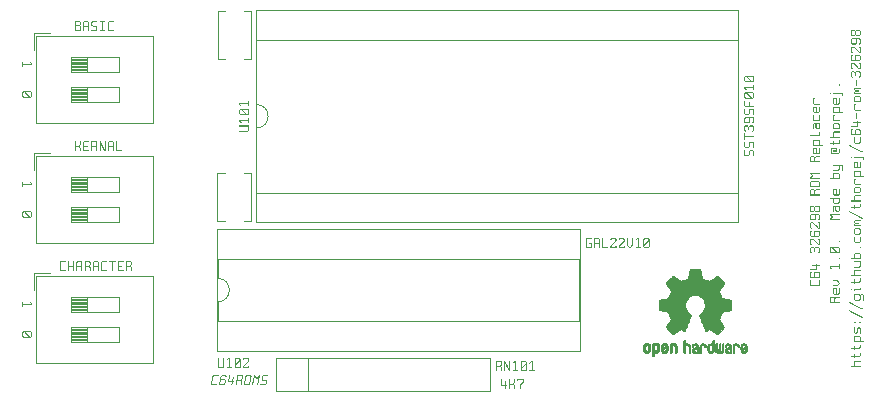
<source format=gbr>
%TF.GenerationSoftware,KiCad,Pcbnew,7.0.2-0*%
%TF.CreationDate,2023-12-14T06:19:47-08:00*%
%TF.ProjectId,c64-rom-326298,6336342d-726f-46d2-9d33-32363239382e,1.0*%
%TF.SameCoordinates,Original*%
%TF.FileFunction,Legend,Top*%
%TF.FilePolarity,Positive*%
%FSLAX46Y46*%
G04 Gerber Fmt 4.6, Leading zero omitted, Abs format (unit mm)*
G04 Created by KiCad (PCBNEW 7.0.2-0) date 2023-12-14 06:19:47*
%MOMM*%
%LPD*%
G01*
G04 APERTURE LIST*
%ADD10C,0.150000*%
%ADD11C,0.120000*%
%ADD12C,0.010000*%
G04 APERTURE END LIST*
D10*
G36*
X119183179Y-105494000D02*
G01*
X119161197Y-105494000D01*
X119139459Y-105494000D01*
X119117477Y-105494000D01*
X119095496Y-105494000D01*
X119073758Y-105494000D01*
X119051776Y-105494000D01*
X119030038Y-105494000D01*
X119008057Y-105494000D01*
X118986319Y-105494000D01*
X118964337Y-105494000D01*
X118942600Y-105494000D01*
X118920618Y-105494000D01*
X118898636Y-105494000D01*
X118876898Y-105494000D01*
X118854916Y-105494000D01*
X118833179Y-105494000D01*
X118811197Y-105494000D01*
X118789459Y-105494000D01*
X118789459Y-105472262D01*
X118767477Y-105472262D01*
X118745496Y-105472262D01*
X118745496Y-105450280D01*
X118723758Y-105450280D01*
X118723758Y-105428542D01*
X118701776Y-105428542D01*
X118701776Y-105406561D01*
X118701776Y-105384823D01*
X118680038Y-105384823D01*
X118680038Y-105362841D01*
X118680038Y-105341103D01*
X118680038Y-105319122D01*
X118680038Y-105297140D01*
X118680038Y-105275402D01*
X118680038Y-105253420D01*
X118680038Y-105231683D01*
X118680038Y-105209701D01*
X118680038Y-105187963D01*
X118680038Y-105165981D01*
X118680038Y-105144000D01*
X118680038Y-105122262D01*
X118680038Y-105100280D01*
X118680038Y-105078542D01*
X118680038Y-105056561D01*
X118680038Y-105034823D01*
X118680038Y-105012841D01*
X118680038Y-104991103D01*
X118680038Y-104969122D01*
X118680038Y-104947140D01*
X118680038Y-104925402D01*
X118680038Y-104903420D01*
X118680038Y-104881683D01*
X118680038Y-104859701D01*
X118680038Y-104837963D01*
X118680038Y-104815981D01*
X118680038Y-104794000D01*
X118680038Y-104772262D01*
X118680038Y-104750280D01*
X118680038Y-104728542D01*
X118701776Y-104728542D01*
X118701776Y-104706561D01*
X118701776Y-104684823D01*
X118723758Y-104684823D01*
X118723758Y-104662841D01*
X118745496Y-104662841D01*
X118745496Y-104641103D01*
X118767477Y-104641103D01*
X118789459Y-104641103D01*
X118789459Y-104619122D01*
X118811197Y-104619122D01*
X118833179Y-104619122D01*
X118854916Y-104619122D01*
X118876898Y-104619122D01*
X118898636Y-104619122D01*
X118920618Y-104619122D01*
X118942600Y-104619122D01*
X118964337Y-104619122D01*
X118986319Y-104619122D01*
X119008057Y-104619122D01*
X119030038Y-104619122D01*
X119051776Y-104619122D01*
X119073758Y-104619122D01*
X119095496Y-104619122D01*
X119117477Y-104619122D01*
X119139459Y-104619122D01*
X119161197Y-104619122D01*
X119183179Y-104619122D01*
X119204916Y-104619122D01*
X119204916Y-104641103D01*
X119204916Y-104662841D01*
X119204916Y-104684823D01*
X119204916Y-104706561D01*
X119183179Y-104706561D01*
X119161197Y-104706561D01*
X119139459Y-104706561D01*
X119117477Y-104706561D01*
X119095496Y-104706561D01*
X119073758Y-104706561D01*
X119051776Y-104706561D01*
X119030038Y-104706561D01*
X119008057Y-104706561D01*
X118986319Y-104706561D01*
X118964337Y-104706561D01*
X118942600Y-104706561D01*
X118920618Y-104706561D01*
X118898636Y-104706561D01*
X118876898Y-104706561D01*
X118854916Y-104706561D01*
X118833179Y-104706561D01*
X118811197Y-104706561D01*
X118811197Y-104728542D01*
X118789459Y-104728542D01*
X118789459Y-104750280D01*
X118767477Y-104750280D01*
X118767477Y-104772262D01*
X118767477Y-104794000D01*
X118767477Y-104815981D01*
X118767477Y-104837963D01*
X118767477Y-104859701D01*
X118767477Y-104881683D01*
X118767477Y-104903420D01*
X118767477Y-104925402D01*
X118767477Y-104947140D01*
X118767477Y-104969122D01*
X118767477Y-104991103D01*
X118767477Y-105012841D01*
X118767477Y-105034823D01*
X118767477Y-105056561D01*
X118767477Y-105078542D01*
X118767477Y-105100280D01*
X118767477Y-105122262D01*
X118767477Y-105144000D01*
X118767477Y-105165981D01*
X118767477Y-105187963D01*
X118767477Y-105209701D01*
X118767477Y-105231683D01*
X118767477Y-105253420D01*
X118767477Y-105275402D01*
X118767477Y-105297140D01*
X118767477Y-105319122D01*
X118767477Y-105341103D01*
X118767477Y-105362841D01*
X118789459Y-105362841D01*
X118789459Y-105384823D01*
X118811197Y-105384823D01*
X118811197Y-105406561D01*
X118833179Y-105406561D01*
X118854916Y-105406561D01*
X118876898Y-105406561D01*
X118898636Y-105406561D01*
X118920618Y-105406561D01*
X118942600Y-105406561D01*
X118964337Y-105406561D01*
X118986319Y-105406561D01*
X119008057Y-105406561D01*
X119030038Y-105406561D01*
X119051776Y-105406561D01*
X119073758Y-105406561D01*
X119095496Y-105406561D01*
X119117477Y-105406561D01*
X119139459Y-105406561D01*
X119161197Y-105406561D01*
X119183179Y-105406561D01*
X119204916Y-105406561D01*
X119204916Y-105428542D01*
X119204916Y-105450280D01*
X119204916Y-105472262D01*
X119204916Y-105494000D01*
X119183179Y-105494000D01*
G37*
G36*
X119882690Y-105494000D02*
G01*
X119860708Y-105494000D01*
X119838971Y-105494000D01*
X119816989Y-105494000D01*
X119816989Y-105472262D01*
X119816989Y-105450280D01*
X119816989Y-105428542D01*
X119816989Y-105406561D01*
X119816989Y-105384823D01*
X119816989Y-105362841D01*
X119816989Y-105341103D01*
X119816989Y-105319122D01*
X119816989Y-105297140D01*
X119816989Y-105275402D01*
X119816989Y-105253420D01*
X119816989Y-105231683D01*
X119816989Y-105209701D01*
X119816989Y-105187963D01*
X119816989Y-105165981D01*
X119816989Y-105144000D01*
X119816989Y-105122262D01*
X119816989Y-105100280D01*
X119795007Y-105100280D01*
X119773269Y-105100280D01*
X119751288Y-105100280D01*
X119729550Y-105100280D01*
X119707568Y-105100280D01*
X119685830Y-105100280D01*
X119663849Y-105100280D01*
X119642111Y-105100280D01*
X119620129Y-105100280D01*
X119598147Y-105100280D01*
X119576410Y-105100280D01*
X119554428Y-105100280D01*
X119532690Y-105100280D01*
X119510708Y-105100280D01*
X119488971Y-105100280D01*
X119466989Y-105100280D01*
X119466989Y-105122262D01*
X119466989Y-105144000D01*
X119466989Y-105165981D01*
X119466989Y-105187963D01*
X119466989Y-105209701D01*
X119466989Y-105231683D01*
X119466989Y-105253420D01*
X119466989Y-105275402D01*
X119466989Y-105297140D01*
X119466989Y-105319122D01*
X119466989Y-105341103D01*
X119466989Y-105362841D01*
X119466989Y-105384823D01*
X119466989Y-105406561D01*
X119466989Y-105428542D01*
X119466989Y-105450280D01*
X119466989Y-105472262D01*
X119466989Y-105494000D01*
X119445007Y-105494000D01*
X119423269Y-105494000D01*
X119401288Y-105494000D01*
X119379550Y-105494000D01*
X119379550Y-105472262D01*
X119379550Y-105450280D01*
X119379550Y-105428542D01*
X119379550Y-105406561D01*
X119379550Y-105384823D01*
X119379550Y-105362841D01*
X119379550Y-105341103D01*
X119379550Y-105319122D01*
X119379550Y-105297140D01*
X119379550Y-105275402D01*
X119379550Y-105253420D01*
X119379550Y-105231683D01*
X119379550Y-105209701D01*
X119379550Y-105187963D01*
X119379550Y-105165981D01*
X119379550Y-105144000D01*
X119379550Y-105122262D01*
X119379550Y-105100280D01*
X119379550Y-105078542D01*
X119379550Y-105056561D01*
X119379550Y-105034823D01*
X119379550Y-105012841D01*
X119379550Y-104991103D01*
X119379550Y-104969122D01*
X119379550Y-104947140D01*
X119379550Y-104925402D01*
X119379550Y-104903420D01*
X119379550Y-104881683D01*
X119379550Y-104859701D01*
X119379550Y-104837963D01*
X119379550Y-104815981D01*
X119379550Y-104794000D01*
X119379550Y-104772262D01*
X119379550Y-104750280D01*
X119379550Y-104728542D01*
X119379550Y-104706561D01*
X119379550Y-104684823D01*
X119379550Y-104662841D01*
X119379550Y-104641103D01*
X119379550Y-104619122D01*
X119401288Y-104619122D01*
X119423269Y-104619122D01*
X119445007Y-104619122D01*
X119466989Y-104619122D01*
X119466989Y-104641103D01*
X119466989Y-104662841D01*
X119466989Y-104684823D01*
X119466989Y-104706561D01*
X119466989Y-104728542D01*
X119466989Y-104750280D01*
X119466989Y-104772262D01*
X119466989Y-104794000D01*
X119466989Y-104815981D01*
X119466989Y-104837963D01*
X119466989Y-104859701D01*
X119466989Y-104881683D01*
X119466989Y-104903420D01*
X119466989Y-104925402D01*
X119466989Y-104947140D01*
X119466989Y-104969122D01*
X119466989Y-104991103D01*
X119466989Y-105012841D01*
X119488971Y-105012841D01*
X119510708Y-105012841D01*
X119532690Y-105012841D01*
X119554428Y-105012841D01*
X119576410Y-105012841D01*
X119598147Y-105012841D01*
X119620129Y-105012841D01*
X119642111Y-105012841D01*
X119663849Y-105012841D01*
X119685830Y-105012841D01*
X119707568Y-105012841D01*
X119729550Y-105012841D01*
X119751288Y-105012841D01*
X119773269Y-105012841D01*
X119795007Y-105012841D01*
X119816989Y-105012841D01*
X119816989Y-104991103D01*
X119816989Y-104969122D01*
X119816989Y-104947140D01*
X119816989Y-104925402D01*
X119816989Y-104903420D01*
X119816989Y-104881683D01*
X119816989Y-104859701D01*
X119816989Y-104837963D01*
X119816989Y-104815981D01*
X119816989Y-104794000D01*
X119816989Y-104772262D01*
X119816989Y-104750280D01*
X119816989Y-104728542D01*
X119816989Y-104706561D01*
X119816989Y-104684823D01*
X119816989Y-104662841D01*
X119816989Y-104641103D01*
X119816989Y-104619122D01*
X119838971Y-104619122D01*
X119860708Y-104619122D01*
X119882690Y-104619122D01*
X119904428Y-104619122D01*
X119904428Y-104641103D01*
X119904428Y-104662841D01*
X119904428Y-104684823D01*
X119904428Y-104706561D01*
X119904428Y-104728542D01*
X119904428Y-104750280D01*
X119904428Y-104772262D01*
X119904428Y-104794000D01*
X119904428Y-104815981D01*
X119904428Y-104837963D01*
X119904428Y-104859701D01*
X119904428Y-104881683D01*
X119904428Y-104903420D01*
X119904428Y-104925402D01*
X119904428Y-104947140D01*
X119904428Y-104969122D01*
X119904428Y-104991103D01*
X119904428Y-105012841D01*
X119904428Y-105034823D01*
X119904428Y-105056561D01*
X119904428Y-105078542D01*
X119904428Y-105100280D01*
X119904428Y-105122262D01*
X119904428Y-105144000D01*
X119904428Y-105165981D01*
X119904428Y-105187963D01*
X119904428Y-105209701D01*
X119904428Y-105231683D01*
X119904428Y-105253420D01*
X119904428Y-105275402D01*
X119904428Y-105297140D01*
X119904428Y-105319122D01*
X119904428Y-105341103D01*
X119904428Y-105362841D01*
X119904428Y-105384823D01*
X119904428Y-105406561D01*
X119904428Y-105428542D01*
X119904428Y-105450280D01*
X119904428Y-105472262D01*
X119904428Y-105494000D01*
X119882690Y-105494000D01*
G37*
G36*
X120494519Y-104641103D02*
G01*
X120516500Y-104641103D01*
X120538482Y-104641103D01*
X120538482Y-104662841D01*
X120560220Y-104662841D01*
X120560220Y-104684823D01*
X120582202Y-104684823D01*
X120582202Y-104706561D01*
X120582202Y-104728542D01*
X120603939Y-104728542D01*
X120603939Y-104750280D01*
X120603939Y-104772262D01*
X120603939Y-104794000D01*
X120603939Y-104815981D01*
X120603939Y-104837963D01*
X120603939Y-104859701D01*
X120603939Y-104881683D01*
X120603939Y-104903420D01*
X120603939Y-104925402D01*
X120603939Y-104947140D01*
X120603939Y-104969122D01*
X120603939Y-104991103D01*
X120603939Y-105012841D01*
X120603939Y-105034823D01*
X120603939Y-105056561D01*
X120603939Y-105078542D01*
X120603939Y-105100280D01*
X120603939Y-105122262D01*
X120603939Y-105144000D01*
X120603939Y-105165981D01*
X120603939Y-105187963D01*
X120603939Y-105209701D01*
X120603939Y-105231683D01*
X120603939Y-105253420D01*
X120603939Y-105275402D01*
X120603939Y-105297140D01*
X120603939Y-105319122D01*
X120603939Y-105341103D01*
X120603939Y-105362841D01*
X120603939Y-105384823D01*
X120603939Y-105406561D01*
X120603939Y-105428542D01*
X120603939Y-105450280D01*
X120603939Y-105472262D01*
X120603939Y-105494000D01*
X120582202Y-105494000D01*
X120560220Y-105494000D01*
X120538482Y-105494000D01*
X120516500Y-105494000D01*
X120516500Y-105472262D01*
X120516500Y-105450280D01*
X120516500Y-105428542D01*
X120516500Y-105406561D01*
X120516500Y-105384823D01*
X120516500Y-105362841D01*
X120516500Y-105341103D01*
X120516500Y-105319122D01*
X120516500Y-105297140D01*
X120516500Y-105275402D01*
X120516500Y-105253420D01*
X120516500Y-105231683D01*
X120516500Y-105209701D01*
X120516500Y-105187963D01*
X120516500Y-105165981D01*
X120516500Y-105144000D01*
X120516500Y-105122262D01*
X120516500Y-105100280D01*
X120494519Y-105100280D01*
X120472781Y-105100280D01*
X120450799Y-105100280D01*
X120429061Y-105100280D01*
X120407080Y-105100280D01*
X120385342Y-105100280D01*
X120363360Y-105100280D01*
X120341623Y-105100280D01*
X120319641Y-105100280D01*
X120297659Y-105100280D01*
X120275921Y-105100280D01*
X120253939Y-105100280D01*
X120232202Y-105100280D01*
X120210220Y-105100280D01*
X120188482Y-105100280D01*
X120166500Y-105100280D01*
X120166500Y-105122262D01*
X120166500Y-105144000D01*
X120166500Y-105165981D01*
X120166500Y-105187963D01*
X120166500Y-105209701D01*
X120166500Y-105231683D01*
X120166500Y-105253420D01*
X120166500Y-105275402D01*
X120166500Y-105297140D01*
X120166500Y-105319122D01*
X120166500Y-105341103D01*
X120166500Y-105362841D01*
X120166500Y-105384823D01*
X120166500Y-105406561D01*
X120166500Y-105428542D01*
X120166500Y-105450280D01*
X120166500Y-105472262D01*
X120166500Y-105494000D01*
X120144519Y-105494000D01*
X120122781Y-105494000D01*
X120100799Y-105494000D01*
X120079061Y-105494000D01*
X120079061Y-105472262D01*
X120079061Y-105450280D01*
X120079061Y-105428542D01*
X120079061Y-105406561D01*
X120079061Y-105384823D01*
X120079061Y-105362841D01*
X120079061Y-105341103D01*
X120079061Y-105319122D01*
X120079061Y-105297140D01*
X120079061Y-105275402D01*
X120079061Y-105253420D01*
X120079061Y-105231683D01*
X120079061Y-105209701D01*
X120079061Y-105187963D01*
X120079061Y-105165981D01*
X120079061Y-105144000D01*
X120079061Y-105122262D01*
X120079061Y-105100280D01*
X120079061Y-105078542D01*
X120079061Y-105056561D01*
X120079061Y-105034823D01*
X120079061Y-105012841D01*
X120166500Y-105012841D01*
X120188482Y-105012841D01*
X120210220Y-105012841D01*
X120232202Y-105012841D01*
X120253939Y-105012841D01*
X120275921Y-105012841D01*
X120297659Y-105012841D01*
X120319641Y-105012841D01*
X120341623Y-105012841D01*
X120363360Y-105012841D01*
X120385342Y-105012841D01*
X120407080Y-105012841D01*
X120429061Y-105012841D01*
X120450799Y-105012841D01*
X120472781Y-105012841D01*
X120494519Y-105012841D01*
X120516500Y-105012841D01*
X120516500Y-104991103D01*
X120516500Y-104969122D01*
X120516500Y-104947140D01*
X120516500Y-104925402D01*
X120516500Y-104903420D01*
X120516500Y-104881683D01*
X120516500Y-104859701D01*
X120516500Y-104837963D01*
X120516500Y-104815981D01*
X120516500Y-104794000D01*
X120516500Y-104772262D01*
X120516500Y-104750280D01*
X120494519Y-104750280D01*
X120494519Y-104728542D01*
X120472781Y-104728542D01*
X120472781Y-104706561D01*
X120450799Y-104706561D01*
X120429061Y-104706561D01*
X120407080Y-104706561D01*
X120385342Y-104706561D01*
X120363360Y-104706561D01*
X120341623Y-104706561D01*
X120319641Y-104706561D01*
X120297659Y-104706561D01*
X120275921Y-104706561D01*
X120253939Y-104706561D01*
X120232202Y-104706561D01*
X120210220Y-104706561D01*
X120210220Y-104728542D01*
X120188482Y-104728542D01*
X120188482Y-104750280D01*
X120166500Y-104750280D01*
X120166500Y-104772262D01*
X120166500Y-104794000D01*
X120166500Y-104815981D01*
X120166500Y-104837963D01*
X120166500Y-104859701D01*
X120166500Y-104881683D01*
X120166500Y-104903420D01*
X120166500Y-104925402D01*
X120166500Y-104947140D01*
X120166500Y-104969122D01*
X120166500Y-104991103D01*
X120166500Y-105012841D01*
X120079061Y-105012841D01*
X120079061Y-104991103D01*
X120079061Y-104969122D01*
X120079061Y-104947140D01*
X120079061Y-104925402D01*
X120079061Y-104903420D01*
X120079061Y-104881683D01*
X120079061Y-104859701D01*
X120079061Y-104837963D01*
X120079061Y-104815981D01*
X120079061Y-104794000D01*
X120079061Y-104772262D01*
X120079061Y-104750280D01*
X120079061Y-104728542D01*
X120100799Y-104728542D01*
X120100799Y-104706561D01*
X120100799Y-104684823D01*
X120122781Y-104684823D01*
X120122781Y-104662841D01*
X120144519Y-104662841D01*
X120144519Y-104641103D01*
X120166500Y-104641103D01*
X120188482Y-104641103D01*
X120188482Y-104619122D01*
X120210220Y-104619122D01*
X120232202Y-104619122D01*
X120253939Y-104619122D01*
X120275921Y-104619122D01*
X120297659Y-104619122D01*
X120319641Y-104619122D01*
X120341623Y-104619122D01*
X120363360Y-104619122D01*
X120385342Y-104619122D01*
X120407080Y-104619122D01*
X120429061Y-104619122D01*
X120450799Y-104619122D01*
X120472781Y-104619122D01*
X120494519Y-104619122D01*
X120494519Y-104641103D01*
G37*
G36*
X121194030Y-104641103D02*
G01*
X121216012Y-104641103D01*
X121237994Y-104641103D01*
X121237994Y-104662841D01*
X121259731Y-104662841D01*
X121259731Y-104684823D01*
X121281713Y-104684823D01*
X121281713Y-104706561D01*
X121281713Y-104728542D01*
X121303451Y-104728542D01*
X121303451Y-104750280D01*
X121303451Y-104772262D01*
X121303451Y-104794000D01*
X121303451Y-104815981D01*
X121303451Y-104837963D01*
X121303451Y-104859701D01*
X121303451Y-104881683D01*
X121303451Y-104903420D01*
X121303451Y-104925402D01*
X121303451Y-104947140D01*
X121303451Y-104969122D01*
X121281713Y-104969122D01*
X121281713Y-104991103D01*
X121259731Y-104991103D01*
X121259731Y-105012841D01*
X121237994Y-105012841D01*
X121237994Y-105034823D01*
X121216012Y-105034823D01*
X121216012Y-105056561D01*
X121216012Y-105078542D01*
X121237994Y-105078542D01*
X121237994Y-105100280D01*
X121259731Y-105100280D01*
X121259731Y-105122262D01*
X121281713Y-105122262D01*
X121281713Y-105144000D01*
X121303451Y-105144000D01*
X121303451Y-105165981D01*
X121303451Y-105187963D01*
X121303451Y-105209701D01*
X121303451Y-105231683D01*
X121303451Y-105253420D01*
X121303451Y-105275402D01*
X121303451Y-105297140D01*
X121303451Y-105319122D01*
X121303451Y-105341103D01*
X121303451Y-105362841D01*
X121303451Y-105384823D01*
X121303451Y-105406561D01*
X121303451Y-105428542D01*
X121303451Y-105450280D01*
X121303451Y-105472262D01*
X121303451Y-105494000D01*
X121281713Y-105494000D01*
X121259731Y-105494000D01*
X121237994Y-105494000D01*
X121216012Y-105494000D01*
X121216012Y-105472262D01*
X121216012Y-105450280D01*
X121216012Y-105428542D01*
X121216012Y-105406561D01*
X121216012Y-105384823D01*
X121216012Y-105362841D01*
X121216012Y-105341103D01*
X121216012Y-105319122D01*
X121216012Y-105297140D01*
X121216012Y-105275402D01*
X121216012Y-105253420D01*
X121216012Y-105231683D01*
X121216012Y-105209701D01*
X121216012Y-105187963D01*
X121216012Y-105165981D01*
X121194030Y-105165981D01*
X121194030Y-105144000D01*
X121172292Y-105144000D01*
X121172292Y-105122262D01*
X121150311Y-105122262D01*
X121150311Y-105100280D01*
X121128573Y-105100280D01*
X121106591Y-105100280D01*
X121084854Y-105100280D01*
X121062872Y-105100280D01*
X121041134Y-105100280D01*
X121019152Y-105100280D01*
X120997170Y-105100280D01*
X120975433Y-105100280D01*
X120953451Y-105100280D01*
X120931713Y-105100280D01*
X120909731Y-105100280D01*
X120887994Y-105100280D01*
X120866012Y-105100280D01*
X120866012Y-105122262D01*
X120866012Y-105144000D01*
X120866012Y-105165981D01*
X120866012Y-105187963D01*
X120866012Y-105209701D01*
X120866012Y-105231683D01*
X120866012Y-105253420D01*
X120866012Y-105275402D01*
X120866012Y-105297140D01*
X120866012Y-105319122D01*
X120866012Y-105341103D01*
X120866012Y-105362841D01*
X120866012Y-105384823D01*
X120866012Y-105406561D01*
X120866012Y-105428542D01*
X120866012Y-105450280D01*
X120866012Y-105472262D01*
X120866012Y-105494000D01*
X120844030Y-105494000D01*
X120822292Y-105494000D01*
X120800311Y-105494000D01*
X120778573Y-105494000D01*
X120778573Y-105472262D01*
X120778573Y-105450280D01*
X120778573Y-105428542D01*
X120778573Y-105406561D01*
X120778573Y-105384823D01*
X120778573Y-105362841D01*
X120778573Y-105341103D01*
X120778573Y-105319122D01*
X120778573Y-105297140D01*
X120778573Y-105275402D01*
X120778573Y-105253420D01*
X120778573Y-105231683D01*
X120778573Y-105209701D01*
X120778573Y-105187963D01*
X120778573Y-105165981D01*
X120778573Y-105144000D01*
X120778573Y-105122262D01*
X120778573Y-105100280D01*
X120778573Y-105078542D01*
X120778573Y-105056561D01*
X120778573Y-105034823D01*
X120778573Y-105012841D01*
X120778573Y-104991103D01*
X120778573Y-104969122D01*
X120778573Y-104947140D01*
X120778573Y-104925402D01*
X120778573Y-104903420D01*
X120778573Y-104881683D01*
X120778573Y-104859701D01*
X120778573Y-104837963D01*
X120778573Y-104815981D01*
X120778573Y-104794000D01*
X120778573Y-104772262D01*
X120778573Y-104750280D01*
X120778573Y-104728542D01*
X120778573Y-104706561D01*
X120866012Y-104706561D01*
X120866012Y-104728542D01*
X120866012Y-104750280D01*
X120866012Y-104772262D01*
X120866012Y-104794000D01*
X120866012Y-104815981D01*
X120866012Y-104837963D01*
X120866012Y-104859701D01*
X120866012Y-104881683D01*
X120866012Y-104903420D01*
X120866012Y-104925402D01*
X120866012Y-104947140D01*
X120866012Y-104969122D01*
X120866012Y-104991103D01*
X120866012Y-105012841D01*
X120887994Y-105012841D01*
X120909731Y-105012841D01*
X120931713Y-105012841D01*
X120953451Y-105012841D01*
X120975433Y-105012841D01*
X120997170Y-105012841D01*
X121019152Y-105012841D01*
X121041134Y-105012841D01*
X121062872Y-105012841D01*
X121084854Y-105012841D01*
X121106591Y-105012841D01*
X121128573Y-105012841D01*
X121150311Y-105012841D01*
X121150311Y-104991103D01*
X121172292Y-104991103D01*
X121172292Y-104969122D01*
X121194030Y-104969122D01*
X121194030Y-104947140D01*
X121216012Y-104947140D01*
X121216012Y-104925402D01*
X121216012Y-104903420D01*
X121216012Y-104881683D01*
X121216012Y-104859701D01*
X121216012Y-104837963D01*
X121216012Y-104815981D01*
X121216012Y-104794000D01*
X121216012Y-104772262D01*
X121216012Y-104750280D01*
X121194030Y-104750280D01*
X121194030Y-104728542D01*
X121172292Y-104728542D01*
X121172292Y-104706561D01*
X121150311Y-104706561D01*
X121128573Y-104706561D01*
X121106591Y-104706561D01*
X121084854Y-104706561D01*
X121062872Y-104706561D01*
X121041134Y-104706561D01*
X121019152Y-104706561D01*
X120997170Y-104706561D01*
X120975433Y-104706561D01*
X120953451Y-104706561D01*
X120931713Y-104706561D01*
X120909731Y-104706561D01*
X120887994Y-104706561D01*
X120866012Y-104706561D01*
X120778573Y-104706561D01*
X120778573Y-104684823D01*
X120778573Y-104662841D01*
X120778573Y-104641103D01*
X120778573Y-104619122D01*
X120800311Y-104619122D01*
X120822292Y-104619122D01*
X120844030Y-104619122D01*
X120866012Y-104619122D01*
X120887994Y-104619122D01*
X120909731Y-104619122D01*
X120931713Y-104619122D01*
X120953451Y-104619122D01*
X120975433Y-104619122D01*
X120997170Y-104619122D01*
X121019152Y-104619122D01*
X121041134Y-104619122D01*
X121062872Y-104619122D01*
X121084854Y-104619122D01*
X121106591Y-104619122D01*
X121128573Y-104619122D01*
X121150311Y-104619122D01*
X121172292Y-104619122D01*
X121194030Y-104619122D01*
X121194030Y-104641103D01*
G37*
G36*
X121893542Y-104641103D02*
G01*
X121915523Y-104641103D01*
X121937505Y-104641103D01*
X121937505Y-104662841D01*
X121959243Y-104662841D01*
X121959243Y-104684823D01*
X121981225Y-104684823D01*
X121981225Y-104706561D01*
X121981225Y-104728542D01*
X122002962Y-104728542D01*
X122002962Y-104750280D01*
X122002962Y-104772262D01*
X122002962Y-104794000D01*
X122002962Y-104815981D01*
X122002962Y-104837963D01*
X122002962Y-104859701D01*
X122002962Y-104881683D01*
X122002962Y-104903420D01*
X122002962Y-104925402D01*
X122002962Y-104947140D01*
X122002962Y-104969122D01*
X122002962Y-104991103D01*
X122002962Y-105012841D01*
X122002962Y-105034823D01*
X122002962Y-105056561D01*
X122002962Y-105078542D01*
X122002962Y-105100280D01*
X122002962Y-105122262D01*
X122002962Y-105144000D01*
X122002962Y-105165981D01*
X122002962Y-105187963D01*
X122002962Y-105209701D01*
X122002962Y-105231683D01*
X122002962Y-105253420D01*
X122002962Y-105275402D01*
X122002962Y-105297140D01*
X122002962Y-105319122D01*
X122002962Y-105341103D01*
X122002962Y-105362841D01*
X122002962Y-105384823D01*
X122002962Y-105406561D01*
X122002962Y-105428542D01*
X122002962Y-105450280D01*
X122002962Y-105472262D01*
X122002962Y-105494000D01*
X121981225Y-105494000D01*
X121959243Y-105494000D01*
X121937505Y-105494000D01*
X121915523Y-105494000D01*
X121915523Y-105472262D01*
X121915523Y-105450280D01*
X121915523Y-105428542D01*
X121915523Y-105406561D01*
X121915523Y-105384823D01*
X121915523Y-105362841D01*
X121915523Y-105341103D01*
X121915523Y-105319122D01*
X121915523Y-105297140D01*
X121915523Y-105275402D01*
X121915523Y-105253420D01*
X121915523Y-105231683D01*
X121915523Y-105209701D01*
X121915523Y-105187963D01*
X121915523Y-105165981D01*
X121915523Y-105144000D01*
X121915523Y-105122262D01*
X121915523Y-105100280D01*
X121893542Y-105100280D01*
X121871804Y-105100280D01*
X121849822Y-105100280D01*
X121828084Y-105100280D01*
X121806103Y-105100280D01*
X121784365Y-105100280D01*
X121762383Y-105100280D01*
X121740646Y-105100280D01*
X121718664Y-105100280D01*
X121696682Y-105100280D01*
X121674944Y-105100280D01*
X121652962Y-105100280D01*
X121631225Y-105100280D01*
X121609243Y-105100280D01*
X121587505Y-105100280D01*
X121565523Y-105100280D01*
X121565523Y-105122262D01*
X121565523Y-105144000D01*
X121565523Y-105165981D01*
X121565523Y-105187963D01*
X121565523Y-105209701D01*
X121565523Y-105231683D01*
X121565523Y-105253420D01*
X121565523Y-105275402D01*
X121565523Y-105297140D01*
X121565523Y-105319122D01*
X121565523Y-105341103D01*
X121565523Y-105362841D01*
X121565523Y-105384823D01*
X121565523Y-105406561D01*
X121565523Y-105428542D01*
X121565523Y-105450280D01*
X121565523Y-105472262D01*
X121565523Y-105494000D01*
X121543542Y-105494000D01*
X121521804Y-105494000D01*
X121499822Y-105494000D01*
X121478084Y-105494000D01*
X121478084Y-105472262D01*
X121478084Y-105450280D01*
X121478084Y-105428542D01*
X121478084Y-105406561D01*
X121478084Y-105384823D01*
X121478084Y-105362841D01*
X121478084Y-105341103D01*
X121478084Y-105319122D01*
X121478084Y-105297140D01*
X121478084Y-105275402D01*
X121478084Y-105253420D01*
X121478084Y-105231683D01*
X121478084Y-105209701D01*
X121478084Y-105187963D01*
X121478084Y-105165981D01*
X121478084Y-105144000D01*
X121478084Y-105122262D01*
X121478084Y-105100280D01*
X121478084Y-105078542D01*
X121478084Y-105056561D01*
X121478084Y-105034823D01*
X121478084Y-105012841D01*
X121565523Y-105012841D01*
X121587505Y-105012841D01*
X121609243Y-105012841D01*
X121631225Y-105012841D01*
X121652962Y-105012841D01*
X121674944Y-105012841D01*
X121696682Y-105012841D01*
X121718664Y-105012841D01*
X121740646Y-105012841D01*
X121762383Y-105012841D01*
X121784365Y-105012841D01*
X121806103Y-105012841D01*
X121828084Y-105012841D01*
X121849822Y-105012841D01*
X121871804Y-105012841D01*
X121893542Y-105012841D01*
X121915523Y-105012841D01*
X121915523Y-104991103D01*
X121915523Y-104969122D01*
X121915523Y-104947140D01*
X121915523Y-104925402D01*
X121915523Y-104903420D01*
X121915523Y-104881683D01*
X121915523Y-104859701D01*
X121915523Y-104837963D01*
X121915523Y-104815981D01*
X121915523Y-104794000D01*
X121915523Y-104772262D01*
X121915523Y-104750280D01*
X121893542Y-104750280D01*
X121893542Y-104728542D01*
X121871804Y-104728542D01*
X121871804Y-104706561D01*
X121849822Y-104706561D01*
X121828084Y-104706561D01*
X121806103Y-104706561D01*
X121784365Y-104706561D01*
X121762383Y-104706561D01*
X121740646Y-104706561D01*
X121718664Y-104706561D01*
X121696682Y-104706561D01*
X121674944Y-104706561D01*
X121652962Y-104706561D01*
X121631225Y-104706561D01*
X121609243Y-104706561D01*
X121609243Y-104728542D01*
X121587505Y-104728542D01*
X121587505Y-104750280D01*
X121565523Y-104750280D01*
X121565523Y-104772262D01*
X121565523Y-104794000D01*
X121565523Y-104815981D01*
X121565523Y-104837963D01*
X121565523Y-104859701D01*
X121565523Y-104881683D01*
X121565523Y-104903420D01*
X121565523Y-104925402D01*
X121565523Y-104947140D01*
X121565523Y-104969122D01*
X121565523Y-104991103D01*
X121565523Y-105012841D01*
X121478084Y-105012841D01*
X121478084Y-104991103D01*
X121478084Y-104969122D01*
X121478084Y-104947140D01*
X121478084Y-104925402D01*
X121478084Y-104903420D01*
X121478084Y-104881683D01*
X121478084Y-104859701D01*
X121478084Y-104837963D01*
X121478084Y-104815981D01*
X121478084Y-104794000D01*
X121478084Y-104772262D01*
X121478084Y-104750280D01*
X121478084Y-104728542D01*
X121499822Y-104728542D01*
X121499822Y-104706561D01*
X121499822Y-104684823D01*
X121521804Y-104684823D01*
X121521804Y-104662841D01*
X121543542Y-104662841D01*
X121543542Y-104641103D01*
X121565523Y-104641103D01*
X121587505Y-104641103D01*
X121587505Y-104619122D01*
X121609243Y-104619122D01*
X121631225Y-104619122D01*
X121652962Y-104619122D01*
X121674944Y-104619122D01*
X121696682Y-104619122D01*
X121718664Y-104619122D01*
X121740646Y-104619122D01*
X121762383Y-104619122D01*
X121784365Y-104619122D01*
X121806103Y-104619122D01*
X121828084Y-104619122D01*
X121849822Y-104619122D01*
X121871804Y-104619122D01*
X121893542Y-104619122D01*
X121893542Y-104641103D01*
G37*
G36*
X122680736Y-105494000D02*
G01*
X122658754Y-105494000D01*
X122637017Y-105494000D01*
X122615035Y-105494000D01*
X122593053Y-105494000D01*
X122571315Y-105494000D01*
X122549334Y-105494000D01*
X122527596Y-105494000D01*
X122505614Y-105494000D01*
X122483877Y-105494000D01*
X122461895Y-105494000D01*
X122440157Y-105494000D01*
X122418175Y-105494000D01*
X122396193Y-105494000D01*
X122374456Y-105494000D01*
X122352474Y-105494000D01*
X122330736Y-105494000D01*
X122308754Y-105494000D01*
X122287017Y-105494000D01*
X122287017Y-105472262D01*
X122265035Y-105472262D01*
X122243053Y-105472262D01*
X122243053Y-105450280D01*
X122221315Y-105450280D01*
X122221315Y-105428542D01*
X122199334Y-105428542D01*
X122199334Y-105406561D01*
X122199334Y-105384823D01*
X122177596Y-105384823D01*
X122177596Y-105362841D01*
X122177596Y-105341103D01*
X122177596Y-105319122D01*
X122177596Y-105297140D01*
X122177596Y-105275402D01*
X122177596Y-105253420D01*
X122177596Y-105231683D01*
X122177596Y-105209701D01*
X122177596Y-105187963D01*
X122177596Y-105165981D01*
X122177596Y-105144000D01*
X122177596Y-105122262D01*
X122177596Y-105100280D01*
X122177596Y-105078542D01*
X122177596Y-105056561D01*
X122177596Y-105034823D01*
X122177596Y-105012841D01*
X122177596Y-104991103D01*
X122177596Y-104969122D01*
X122177596Y-104947140D01*
X122177596Y-104925402D01*
X122177596Y-104903420D01*
X122177596Y-104881683D01*
X122177596Y-104859701D01*
X122177596Y-104837963D01*
X122177596Y-104815981D01*
X122177596Y-104794000D01*
X122177596Y-104772262D01*
X122177596Y-104750280D01*
X122177596Y-104728542D01*
X122199334Y-104728542D01*
X122199334Y-104706561D01*
X122199334Y-104684823D01*
X122221315Y-104684823D01*
X122221315Y-104662841D01*
X122243053Y-104662841D01*
X122243053Y-104641103D01*
X122265035Y-104641103D01*
X122287017Y-104641103D01*
X122287017Y-104619122D01*
X122308754Y-104619122D01*
X122330736Y-104619122D01*
X122352474Y-104619122D01*
X122374456Y-104619122D01*
X122396193Y-104619122D01*
X122418175Y-104619122D01*
X122440157Y-104619122D01*
X122461895Y-104619122D01*
X122483877Y-104619122D01*
X122505614Y-104619122D01*
X122527596Y-104619122D01*
X122549334Y-104619122D01*
X122571315Y-104619122D01*
X122593053Y-104619122D01*
X122615035Y-104619122D01*
X122637017Y-104619122D01*
X122658754Y-104619122D01*
X122680736Y-104619122D01*
X122702474Y-104619122D01*
X122702474Y-104641103D01*
X122702474Y-104662841D01*
X122702474Y-104684823D01*
X122702474Y-104706561D01*
X122680736Y-104706561D01*
X122658754Y-104706561D01*
X122637017Y-104706561D01*
X122615035Y-104706561D01*
X122593053Y-104706561D01*
X122571315Y-104706561D01*
X122549334Y-104706561D01*
X122527596Y-104706561D01*
X122505614Y-104706561D01*
X122483877Y-104706561D01*
X122461895Y-104706561D01*
X122440157Y-104706561D01*
X122418175Y-104706561D01*
X122396193Y-104706561D01*
X122374456Y-104706561D01*
X122352474Y-104706561D01*
X122330736Y-104706561D01*
X122308754Y-104706561D01*
X122308754Y-104728542D01*
X122287017Y-104728542D01*
X122287017Y-104750280D01*
X122265035Y-104750280D01*
X122265035Y-104772262D01*
X122265035Y-104794000D01*
X122265035Y-104815981D01*
X122265035Y-104837963D01*
X122265035Y-104859701D01*
X122265035Y-104881683D01*
X122265035Y-104903420D01*
X122265035Y-104925402D01*
X122265035Y-104947140D01*
X122265035Y-104969122D01*
X122265035Y-104991103D01*
X122265035Y-105012841D01*
X122265035Y-105034823D01*
X122265035Y-105056561D01*
X122265035Y-105078542D01*
X122265035Y-105100280D01*
X122265035Y-105122262D01*
X122265035Y-105144000D01*
X122265035Y-105165981D01*
X122265035Y-105187963D01*
X122265035Y-105209701D01*
X122265035Y-105231683D01*
X122265035Y-105253420D01*
X122265035Y-105275402D01*
X122265035Y-105297140D01*
X122265035Y-105319122D01*
X122265035Y-105341103D01*
X122265035Y-105362841D01*
X122287017Y-105362841D01*
X122287017Y-105384823D01*
X122308754Y-105384823D01*
X122308754Y-105406561D01*
X122330736Y-105406561D01*
X122352474Y-105406561D01*
X122374456Y-105406561D01*
X122396193Y-105406561D01*
X122418175Y-105406561D01*
X122440157Y-105406561D01*
X122461895Y-105406561D01*
X122483877Y-105406561D01*
X122505614Y-105406561D01*
X122527596Y-105406561D01*
X122549334Y-105406561D01*
X122571315Y-105406561D01*
X122593053Y-105406561D01*
X122615035Y-105406561D01*
X122637017Y-105406561D01*
X122658754Y-105406561D01*
X122680736Y-105406561D01*
X122702474Y-105406561D01*
X122702474Y-105428542D01*
X122702474Y-105450280D01*
X122702474Y-105472262D01*
X122702474Y-105494000D01*
X122680736Y-105494000D01*
G37*
G36*
X123161406Y-105494000D02*
G01*
X123139669Y-105494000D01*
X123117687Y-105494000D01*
X123095705Y-105494000D01*
X123095705Y-105472262D01*
X123095705Y-105450280D01*
X123095705Y-105428542D01*
X123095705Y-105406561D01*
X123095705Y-105384823D01*
X123095705Y-105362841D01*
X123095705Y-105341103D01*
X123095705Y-105319122D01*
X123095705Y-105297140D01*
X123095705Y-105275402D01*
X123095705Y-105253420D01*
X123095705Y-105231683D01*
X123095705Y-105209701D01*
X123095705Y-105187963D01*
X123095705Y-105165981D01*
X123095705Y-105144000D01*
X123095705Y-105122262D01*
X123095705Y-105100280D01*
X123095705Y-105078542D01*
X123095705Y-105056561D01*
X123095705Y-105034823D01*
X123095705Y-105012841D01*
X123095705Y-104991103D01*
X123095705Y-104969122D01*
X123095705Y-104947140D01*
X123095705Y-104925402D01*
X123095705Y-104903420D01*
X123095705Y-104881683D01*
X123095705Y-104859701D01*
X123095705Y-104837963D01*
X123095705Y-104815981D01*
X123095705Y-104794000D01*
X123095705Y-104772262D01*
X123095705Y-104750280D01*
X123095705Y-104728542D01*
X123095705Y-104706561D01*
X123073967Y-104706561D01*
X123051985Y-104706561D01*
X123030248Y-104706561D01*
X123008266Y-104706561D01*
X122986528Y-104706561D01*
X122964546Y-104706561D01*
X122942565Y-104706561D01*
X122920827Y-104706561D01*
X122898845Y-104706561D01*
X122877108Y-104706561D01*
X122855126Y-104706561D01*
X122833388Y-104706561D01*
X122833388Y-104684823D01*
X122833388Y-104662841D01*
X122833388Y-104641103D01*
X122833388Y-104619122D01*
X122855126Y-104619122D01*
X122877108Y-104619122D01*
X122898845Y-104619122D01*
X122920827Y-104619122D01*
X122942565Y-104619122D01*
X122964546Y-104619122D01*
X122986528Y-104619122D01*
X123008266Y-104619122D01*
X123030248Y-104619122D01*
X123051985Y-104619122D01*
X123073967Y-104619122D01*
X123095705Y-104619122D01*
X123117687Y-104619122D01*
X123139669Y-104619122D01*
X123161406Y-104619122D01*
X123183388Y-104619122D01*
X123205126Y-104619122D01*
X123227108Y-104619122D01*
X123248845Y-104619122D01*
X123270827Y-104619122D01*
X123292565Y-104619122D01*
X123314546Y-104619122D01*
X123336528Y-104619122D01*
X123358266Y-104619122D01*
X123380248Y-104619122D01*
X123401985Y-104619122D01*
X123423967Y-104619122D01*
X123445705Y-104619122D01*
X123445705Y-104641103D01*
X123445705Y-104662841D01*
X123445705Y-104684823D01*
X123445705Y-104706561D01*
X123423967Y-104706561D01*
X123401985Y-104706561D01*
X123380248Y-104706561D01*
X123358266Y-104706561D01*
X123336528Y-104706561D01*
X123314546Y-104706561D01*
X123292565Y-104706561D01*
X123270827Y-104706561D01*
X123248845Y-104706561D01*
X123227108Y-104706561D01*
X123205126Y-104706561D01*
X123183388Y-104706561D01*
X123183388Y-104728542D01*
X123183388Y-104750280D01*
X123183388Y-104772262D01*
X123183388Y-104794000D01*
X123183388Y-104815981D01*
X123183388Y-104837963D01*
X123183388Y-104859701D01*
X123183388Y-104881683D01*
X123183388Y-104903420D01*
X123183388Y-104925402D01*
X123183388Y-104947140D01*
X123183388Y-104969122D01*
X123183388Y-104991103D01*
X123183388Y-105012841D01*
X123183388Y-105034823D01*
X123183388Y-105056561D01*
X123183388Y-105078542D01*
X123183388Y-105100280D01*
X123183388Y-105122262D01*
X123183388Y-105144000D01*
X123183388Y-105165981D01*
X123183388Y-105187963D01*
X123183388Y-105209701D01*
X123183388Y-105231683D01*
X123183388Y-105253420D01*
X123183388Y-105275402D01*
X123183388Y-105297140D01*
X123183388Y-105319122D01*
X123183388Y-105341103D01*
X123183388Y-105362841D01*
X123183388Y-105384823D01*
X123183388Y-105406561D01*
X123183388Y-105428542D01*
X123183388Y-105450280D01*
X123183388Y-105472262D01*
X123183388Y-105494000D01*
X123161406Y-105494000D01*
G37*
G36*
X124079759Y-105494000D02*
G01*
X124057777Y-105494000D01*
X124036040Y-105494000D01*
X124014058Y-105494000D01*
X123992076Y-105494000D01*
X123970339Y-105494000D01*
X123948357Y-105494000D01*
X123926619Y-105494000D01*
X123904637Y-105494000D01*
X123882900Y-105494000D01*
X123860918Y-105494000D01*
X123839180Y-105494000D01*
X123817198Y-105494000D01*
X123795216Y-105494000D01*
X123773479Y-105494000D01*
X123751497Y-105494000D01*
X123729759Y-105494000D01*
X123707777Y-105494000D01*
X123686040Y-105494000D01*
X123686040Y-105472262D01*
X123664058Y-105472262D01*
X123642076Y-105472262D01*
X123642076Y-105450280D01*
X123620339Y-105450280D01*
X123620339Y-105428542D01*
X123598357Y-105428542D01*
X123598357Y-105406561D01*
X123598357Y-105384823D01*
X123576619Y-105384823D01*
X123576619Y-105362841D01*
X123576619Y-105341103D01*
X123576619Y-105319122D01*
X123576619Y-105297140D01*
X123576619Y-105275402D01*
X123576619Y-105253420D01*
X123576619Y-105231683D01*
X123576619Y-105209701D01*
X123576619Y-105187963D01*
X123576619Y-105165981D01*
X123576619Y-105144000D01*
X123576619Y-105122262D01*
X123576619Y-105100280D01*
X123576619Y-105078542D01*
X123576619Y-105056561D01*
X123576619Y-105034823D01*
X123576619Y-105012841D01*
X123576619Y-104991103D01*
X123576619Y-104969122D01*
X123576619Y-104947140D01*
X123576619Y-104925402D01*
X123576619Y-104903420D01*
X123576619Y-104881683D01*
X123576619Y-104859701D01*
X123576619Y-104837963D01*
X123576619Y-104815981D01*
X123576619Y-104794000D01*
X123576619Y-104772262D01*
X123576619Y-104750280D01*
X123576619Y-104728542D01*
X123598357Y-104728542D01*
X123598357Y-104706561D01*
X123598357Y-104684823D01*
X123620339Y-104684823D01*
X123620339Y-104662841D01*
X123642076Y-104662841D01*
X123642076Y-104641103D01*
X123664058Y-104641103D01*
X123686040Y-104641103D01*
X123686040Y-104619122D01*
X123707777Y-104619122D01*
X123729759Y-104619122D01*
X123751497Y-104619122D01*
X123773479Y-104619122D01*
X123795216Y-104619122D01*
X123817198Y-104619122D01*
X123839180Y-104619122D01*
X123860918Y-104619122D01*
X123882900Y-104619122D01*
X123904637Y-104619122D01*
X123926619Y-104619122D01*
X123948357Y-104619122D01*
X123970339Y-104619122D01*
X123992076Y-104619122D01*
X124014058Y-104619122D01*
X124036040Y-104619122D01*
X124057777Y-104619122D01*
X124079759Y-104619122D01*
X124101497Y-104619122D01*
X124101497Y-104641103D01*
X124101497Y-104662841D01*
X124101497Y-104684823D01*
X124101497Y-104706561D01*
X124079759Y-104706561D01*
X124057777Y-104706561D01*
X124036040Y-104706561D01*
X124014058Y-104706561D01*
X123992076Y-104706561D01*
X123970339Y-104706561D01*
X123948357Y-104706561D01*
X123926619Y-104706561D01*
X123904637Y-104706561D01*
X123882900Y-104706561D01*
X123860918Y-104706561D01*
X123839180Y-104706561D01*
X123817198Y-104706561D01*
X123795216Y-104706561D01*
X123773479Y-104706561D01*
X123751497Y-104706561D01*
X123729759Y-104706561D01*
X123707777Y-104706561D01*
X123707777Y-104728542D01*
X123686040Y-104728542D01*
X123686040Y-104750280D01*
X123664058Y-104750280D01*
X123664058Y-104772262D01*
X123664058Y-104794000D01*
X123664058Y-104815981D01*
X123664058Y-104837963D01*
X123664058Y-104859701D01*
X123664058Y-104881683D01*
X123664058Y-104903420D01*
X123664058Y-104925402D01*
X123664058Y-104947140D01*
X123664058Y-104969122D01*
X123664058Y-104991103D01*
X123664058Y-105012841D01*
X123686040Y-105012841D01*
X123707777Y-105012841D01*
X123729759Y-105012841D01*
X123751497Y-105012841D01*
X123773479Y-105012841D01*
X123795216Y-105012841D01*
X123817198Y-105012841D01*
X123839180Y-105012841D01*
X123860918Y-105012841D01*
X123882900Y-105012841D01*
X123904637Y-105012841D01*
X123926619Y-105012841D01*
X123948357Y-105012841D01*
X123970339Y-105012841D01*
X123970339Y-105034823D01*
X123970339Y-105056561D01*
X123970339Y-105078542D01*
X123970339Y-105100280D01*
X123948357Y-105100280D01*
X123926619Y-105100280D01*
X123904637Y-105100280D01*
X123882900Y-105100280D01*
X123860918Y-105100280D01*
X123839180Y-105100280D01*
X123817198Y-105100280D01*
X123795216Y-105100280D01*
X123773479Y-105100280D01*
X123751497Y-105100280D01*
X123729759Y-105100280D01*
X123707777Y-105100280D01*
X123686040Y-105100280D01*
X123664058Y-105100280D01*
X123664058Y-105122262D01*
X123664058Y-105144000D01*
X123664058Y-105165981D01*
X123664058Y-105187963D01*
X123664058Y-105209701D01*
X123664058Y-105231683D01*
X123664058Y-105253420D01*
X123664058Y-105275402D01*
X123664058Y-105297140D01*
X123664058Y-105319122D01*
X123664058Y-105341103D01*
X123664058Y-105362841D01*
X123686040Y-105362841D01*
X123686040Y-105384823D01*
X123707777Y-105384823D01*
X123707777Y-105406561D01*
X123729759Y-105406561D01*
X123751497Y-105406561D01*
X123773479Y-105406561D01*
X123795216Y-105406561D01*
X123817198Y-105406561D01*
X123839180Y-105406561D01*
X123860918Y-105406561D01*
X123882900Y-105406561D01*
X123904637Y-105406561D01*
X123926619Y-105406561D01*
X123948357Y-105406561D01*
X123970339Y-105406561D01*
X123992076Y-105406561D01*
X124014058Y-105406561D01*
X124036040Y-105406561D01*
X124057777Y-105406561D01*
X124079759Y-105406561D01*
X124101497Y-105406561D01*
X124101497Y-105428542D01*
X124101497Y-105450280D01*
X124101497Y-105472262D01*
X124101497Y-105494000D01*
X124079759Y-105494000D01*
G37*
G36*
X124691588Y-104641103D02*
G01*
X124713569Y-104641103D01*
X124735551Y-104641103D01*
X124735551Y-104662841D01*
X124757289Y-104662841D01*
X124757289Y-104684823D01*
X124779271Y-104684823D01*
X124779271Y-104706561D01*
X124779271Y-104728542D01*
X124801008Y-104728542D01*
X124801008Y-104750280D01*
X124801008Y-104772262D01*
X124801008Y-104794000D01*
X124801008Y-104815981D01*
X124801008Y-104837963D01*
X124801008Y-104859701D01*
X124801008Y-104881683D01*
X124801008Y-104903420D01*
X124801008Y-104925402D01*
X124801008Y-104947140D01*
X124801008Y-104969122D01*
X124779271Y-104969122D01*
X124779271Y-104991103D01*
X124757289Y-104991103D01*
X124757289Y-105012841D01*
X124735551Y-105012841D01*
X124735551Y-105034823D01*
X124713569Y-105034823D01*
X124713569Y-105056561D01*
X124713569Y-105078542D01*
X124735551Y-105078542D01*
X124735551Y-105100280D01*
X124757289Y-105100280D01*
X124757289Y-105122262D01*
X124779271Y-105122262D01*
X124779271Y-105144000D01*
X124801008Y-105144000D01*
X124801008Y-105165981D01*
X124801008Y-105187963D01*
X124801008Y-105209701D01*
X124801008Y-105231683D01*
X124801008Y-105253420D01*
X124801008Y-105275402D01*
X124801008Y-105297140D01*
X124801008Y-105319122D01*
X124801008Y-105341103D01*
X124801008Y-105362841D01*
X124801008Y-105384823D01*
X124801008Y-105406561D01*
X124801008Y-105428542D01*
X124801008Y-105450280D01*
X124801008Y-105472262D01*
X124801008Y-105494000D01*
X124779271Y-105494000D01*
X124757289Y-105494000D01*
X124735551Y-105494000D01*
X124713569Y-105494000D01*
X124713569Y-105472262D01*
X124713569Y-105450280D01*
X124713569Y-105428542D01*
X124713569Y-105406561D01*
X124713569Y-105384823D01*
X124713569Y-105362841D01*
X124713569Y-105341103D01*
X124713569Y-105319122D01*
X124713569Y-105297140D01*
X124713569Y-105275402D01*
X124713569Y-105253420D01*
X124713569Y-105231683D01*
X124713569Y-105209701D01*
X124713569Y-105187963D01*
X124713569Y-105165981D01*
X124691588Y-105165981D01*
X124691588Y-105144000D01*
X124669850Y-105144000D01*
X124669850Y-105122262D01*
X124647868Y-105122262D01*
X124647868Y-105100280D01*
X124626131Y-105100280D01*
X124604149Y-105100280D01*
X124582411Y-105100280D01*
X124560429Y-105100280D01*
X124538692Y-105100280D01*
X124516710Y-105100280D01*
X124494728Y-105100280D01*
X124472990Y-105100280D01*
X124451008Y-105100280D01*
X124429271Y-105100280D01*
X124407289Y-105100280D01*
X124385551Y-105100280D01*
X124363569Y-105100280D01*
X124363569Y-105122262D01*
X124363569Y-105144000D01*
X124363569Y-105165981D01*
X124363569Y-105187963D01*
X124363569Y-105209701D01*
X124363569Y-105231683D01*
X124363569Y-105253420D01*
X124363569Y-105275402D01*
X124363569Y-105297140D01*
X124363569Y-105319122D01*
X124363569Y-105341103D01*
X124363569Y-105362841D01*
X124363569Y-105384823D01*
X124363569Y-105406561D01*
X124363569Y-105428542D01*
X124363569Y-105450280D01*
X124363569Y-105472262D01*
X124363569Y-105494000D01*
X124341588Y-105494000D01*
X124319850Y-105494000D01*
X124297868Y-105494000D01*
X124276131Y-105494000D01*
X124276131Y-105472262D01*
X124276131Y-105450280D01*
X124276131Y-105428542D01*
X124276131Y-105406561D01*
X124276131Y-105384823D01*
X124276131Y-105362841D01*
X124276131Y-105341103D01*
X124276131Y-105319122D01*
X124276131Y-105297140D01*
X124276131Y-105275402D01*
X124276131Y-105253420D01*
X124276131Y-105231683D01*
X124276131Y-105209701D01*
X124276131Y-105187963D01*
X124276131Y-105165981D01*
X124276131Y-105144000D01*
X124276131Y-105122262D01*
X124276131Y-105100280D01*
X124276131Y-105078542D01*
X124276131Y-105056561D01*
X124276131Y-105034823D01*
X124276131Y-105012841D01*
X124276131Y-104991103D01*
X124276131Y-104969122D01*
X124276131Y-104947140D01*
X124276131Y-104925402D01*
X124276131Y-104903420D01*
X124276131Y-104881683D01*
X124276131Y-104859701D01*
X124276131Y-104837963D01*
X124276131Y-104815981D01*
X124276131Y-104794000D01*
X124276131Y-104772262D01*
X124276131Y-104750280D01*
X124276131Y-104728542D01*
X124276131Y-104706561D01*
X124363569Y-104706561D01*
X124363569Y-104728542D01*
X124363569Y-104750280D01*
X124363569Y-104772262D01*
X124363569Y-104794000D01*
X124363569Y-104815981D01*
X124363569Y-104837963D01*
X124363569Y-104859701D01*
X124363569Y-104881683D01*
X124363569Y-104903420D01*
X124363569Y-104925402D01*
X124363569Y-104947140D01*
X124363569Y-104969122D01*
X124363569Y-104991103D01*
X124363569Y-105012841D01*
X124385551Y-105012841D01*
X124407289Y-105012841D01*
X124429271Y-105012841D01*
X124451008Y-105012841D01*
X124472990Y-105012841D01*
X124494728Y-105012841D01*
X124516710Y-105012841D01*
X124538692Y-105012841D01*
X124560429Y-105012841D01*
X124582411Y-105012841D01*
X124604149Y-105012841D01*
X124626131Y-105012841D01*
X124647868Y-105012841D01*
X124647868Y-104991103D01*
X124669850Y-104991103D01*
X124669850Y-104969122D01*
X124691588Y-104969122D01*
X124691588Y-104947140D01*
X124713569Y-104947140D01*
X124713569Y-104925402D01*
X124713569Y-104903420D01*
X124713569Y-104881683D01*
X124713569Y-104859701D01*
X124713569Y-104837963D01*
X124713569Y-104815981D01*
X124713569Y-104794000D01*
X124713569Y-104772262D01*
X124713569Y-104750280D01*
X124691588Y-104750280D01*
X124691588Y-104728542D01*
X124669850Y-104728542D01*
X124669850Y-104706561D01*
X124647868Y-104706561D01*
X124626131Y-104706561D01*
X124604149Y-104706561D01*
X124582411Y-104706561D01*
X124560429Y-104706561D01*
X124538692Y-104706561D01*
X124516710Y-104706561D01*
X124494728Y-104706561D01*
X124472990Y-104706561D01*
X124451008Y-104706561D01*
X124429271Y-104706561D01*
X124407289Y-104706561D01*
X124385551Y-104706561D01*
X124363569Y-104706561D01*
X124276131Y-104706561D01*
X124276131Y-104684823D01*
X124276131Y-104662841D01*
X124276131Y-104641103D01*
X124276131Y-104619122D01*
X124297868Y-104619122D01*
X124319850Y-104619122D01*
X124341588Y-104619122D01*
X124363569Y-104619122D01*
X124385551Y-104619122D01*
X124407289Y-104619122D01*
X124429271Y-104619122D01*
X124451008Y-104619122D01*
X124472990Y-104619122D01*
X124494728Y-104619122D01*
X124516710Y-104619122D01*
X124538692Y-104619122D01*
X124560429Y-104619122D01*
X124582411Y-104619122D01*
X124604149Y-104619122D01*
X124626131Y-104619122D01*
X124647868Y-104619122D01*
X124669850Y-104619122D01*
X124691588Y-104619122D01*
X124691588Y-104641103D01*
G37*
G36*
X120453179Y-95334000D02*
G01*
X120431197Y-95334000D01*
X120409459Y-95334000D01*
X120387477Y-95334000D01*
X120387477Y-95312262D01*
X120387477Y-95290280D01*
X120387477Y-95268542D01*
X120387477Y-95246561D01*
X120387477Y-95224823D01*
X120387477Y-95202841D01*
X120387477Y-95181103D01*
X120387477Y-95159122D01*
X120387477Y-95137140D01*
X120387477Y-95115402D01*
X120387477Y-95093420D01*
X120387477Y-95071683D01*
X120387477Y-95049701D01*
X120365496Y-95049701D01*
X120365496Y-95027963D01*
X120343758Y-95027963D01*
X120343758Y-95005981D01*
X120321776Y-95005981D01*
X120321776Y-94984000D01*
X120300038Y-94984000D01*
X120300038Y-94962262D01*
X120278057Y-94962262D01*
X120278057Y-94940280D01*
X120256319Y-94940280D01*
X120234337Y-94940280D01*
X120212600Y-94940280D01*
X120190618Y-94940280D01*
X120168636Y-94940280D01*
X120146898Y-94940280D01*
X120124916Y-94940280D01*
X120103179Y-94940280D01*
X120081197Y-94940280D01*
X120059459Y-94940280D01*
X120037477Y-94940280D01*
X120037477Y-94962262D01*
X120037477Y-94984000D01*
X120037477Y-95005981D01*
X120037477Y-95027963D01*
X120037477Y-95049701D01*
X120037477Y-95071683D01*
X120037477Y-95093420D01*
X120037477Y-95115402D01*
X120037477Y-95137140D01*
X120037477Y-95159122D01*
X120037477Y-95181103D01*
X120037477Y-95202841D01*
X120037477Y-95224823D01*
X120037477Y-95246561D01*
X120037477Y-95268542D01*
X120037477Y-95290280D01*
X120037477Y-95312262D01*
X120037477Y-95334000D01*
X120015496Y-95334000D01*
X119993758Y-95334000D01*
X119971776Y-95334000D01*
X119950038Y-95334000D01*
X119950038Y-95312262D01*
X119950038Y-95290280D01*
X119950038Y-95268542D01*
X119950038Y-95246561D01*
X119950038Y-95224823D01*
X119950038Y-95202841D01*
X119950038Y-95181103D01*
X119950038Y-95159122D01*
X119950038Y-95137140D01*
X119950038Y-95115402D01*
X119950038Y-95093420D01*
X119950038Y-95071683D01*
X119950038Y-95049701D01*
X119950038Y-95027963D01*
X119950038Y-95005981D01*
X119950038Y-94984000D01*
X119950038Y-94962262D01*
X119950038Y-94940280D01*
X119950038Y-94918542D01*
X119950038Y-94896561D01*
X119950038Y-94874823D01*
X119950038Y-94852841D01*
X119950038Y-94831103D01*
X119950038Y-94809122D01*
X119950038Y-94787140D01*
X119950038Y-94765402D01*
X119950038Y-94743420D01*
X119950038Y-94721683D01*
X119950038Y-94699701D01*
X119950038Y-94677963D01*
X119950038Y-94655981D01*
X119950038Y-94634000D01*
X119950038Y-94612262D01*
X119950038Y-94590280D01*
X119950038Y-94568542D01*
X119950038Y-94546561D01*
X119950038Y-94524823D01*
X119950038Y-94502841D01*
X119950038Y-94481103D01*
X119950038Y-94459122D01*
X119971776Y-94459122D01*
X119993758Y-94459122D01*
X120015496Y-94459122D01*
X120037477Y-94459122D01*
X120037477Y-94481103D01*
X120037477Y-94502841D01*
X120037477Y-94524823D01*
X120037477Y-94546561D01*
X120037477Y-94568542D01*
X120037477Y-94590280D01*
X120037477Y-94612262D01*
X120037477Y-94634000D01*
X120037477Y-94655981D01*
X120037477Y-94677963D01*
X120037477Y-94699701D01*
X120037477Y-94721683D01*
X120037477Y-94743420D01*
X120037477Y-94765402D01*
X120037477Y-94787140D01*
X120037477Y-94809122D01*
X120037477Y-94831103D01*
X120037477Y-94852841D01*
X120059459Y-94852841D01*
X120081197Y-94852841D01*
X120103179Y-94852841D01*
X120124916Y-94852841D01*
X120146898Y-94852841D01*
X120168636Y-94852841D01*
X120190618Y-94852841D01*
X120212600Y-94852841D01*
X120234337Y-94852841D01*
X120256319Y-94852841D01*
X120278057Y-94852841D01*
X120278057Y-94831103D01*
X120300038Y-94831103D01*
X120300038Y-94809122D01*
X120321776Y-94809122D01*
X120321776Y-94787140D01*
X120343758Y-94787140D01*
X120343758Y-94765402D01*
X120365496Y-94765402D01*
X120365496Y-94743420D01*
X120387477Y-94743420D01*
X120387477Y-94721683D01*
X120387477Y-94699701D01*
X120387477Y-94677963D01*
X120387477Y-94655981D01*
X120387477Y-94634000D01*
X120387477Y-94612262D01*
X120387477Y-94590280D01*
X120387477Y-94568542D01*
X120387477Y-94546561D01*
X120387477Y-94524823D01*
X120387477Y-94502841D01*
X120387477Y-94481103D01*
X120387477Y-94459122D01*
X120409459Y-94459122D01*
X120431197Y-94459122D01*
X120453179Y-94459122D01*
X120474916Y-94459122D01*
X120474916Y-94481103D01*
X120474916Y-94502841D01*
X120474916Y-94524823D01*
X120474916Y-94546561D01*
X120474916Y-94568542D01*
X120474916Y-94590280D01*
X120474916Y-94612262D01*
X120474916Y-94634000D01*
X120474916Y-94655981D01*
X120474916Y-94677963D01*
X120474916Y-94699701D01*
X120474916Y-94721683D01*
X120474916Y-94743420D01*
X120474916Y-94765402D01*
X120453179Y-94765402D01*
X120453179Y-94787140D01*
X120431197Y-94787140D01*
X120431197Y-94809122D01*
X120409459Y-94809122D01*
X120409459Y-94831103D01*
X120387477Y-94831103D01*
X120387477Y-94852841D01*
X120365496Y-94852841D01*
X120365496Y-94874823D01*
X120343758Y-94874823D01*
X120343758Y-94896561D01*
X120343758Y-94918542D01*
X120365496Y-94918542D01*
X120365496Y-94940280D01*
X120387477Y-94940280D01*
X120387477Y-94962262D01*
X120409459Y-94962262D01*
X120409459Y-94984000D01*
X120431197Y-94984000D01*
X120431197Y-95005981D01*
X120453179Y-95005981D01*
X120453179Y-95027963D01*
X120474916Y-95027963D01*
X120474916Y-95049701D01*
X120474916Y-95071683D01*
X120474916Y-95093420D01*
X120474916Y-95115402D01*
X120474916Y-95137140D01*
X120474916Y-95159122D01*
X120474916Y-95181103D01*
X120474916Y-95202841D01*
X120474916Y-95224823D01*
X120474916Y-95246561D01*
X120474916Y-95268542D01*
X120474916Y-95290280D01*
X120474916Y-95312262D01*
X120474916Y-95334000D01*
X120453179Y-95334000D01*
G37*
G36*
X121152690Y-95334000D02*
G01*
X121130708Y-95334000D01*
X121108971Y-95334000D01*
X121086989Y-95334000D01*
X121065007Y-95334000D01*
X121043269Y-95334000D01*
X121021288Y-95334000D01*
X120999550Y-95334000D01*
X120977568Y-95334000D01*
X120955830Y-95334000D01*
X120933849Y-95334000D01*
X120912111Y-95334000D01*
X120890129Y-95334000D01*
X120868147Y-95334000D01*
X120846410Y-95334000D01*
X120824428Y-95334000D01*
X120802690Y-95334000D01*
X120780708Y-95334000D01*
X120758971Y-95334000D01*
X120758971Y-95312262D01*
X120736989Y-95312262D01*
X120715007Y-95312262D01*
X120715007Y-95290280D01*
X120693269Y-95290280D01*
X120693269Y-95268542D01*
X120671288Y-95268542D01*
X120671288Y-95246561D01*
X120671288Y-95224823D01*
X120649550Y-95224823D01*
X120649550Y-95202841D01*
X120649550Y-95181103D01*
X120649550Y-95159122D01*
X120649550Y-95137140D01*
X120649550Y-95115402D01*
X120649550Y-95093420D01*
X120649550Y-95071683D01*
X120649550Y-95049701D01*
X120649550Y-95027963D01*
X120649550Y-95005981D01*
X120649550Y-94984000D01*
X120649550Y-94962262D01*
X120649550Y-94940280D01*
X120649550Y-94918542D01*
X120649550Y-94896561D01*
X120649550Y-94874823D01*
X120649550Y-94852841D01*
X120649550Y-94831103D01*
X120649550Y-94809122D01*
X120649550Y-94787140D01*
X120649550Y-94765402D01*
X120649550Y-94743420D01*
X120649550Y-94721683D01*
X120649550Y-94699701D01*
X120649550Y-94677963D01*
X120649550Y-94655981D01*
X120649550Y-94634000D01*
X120649550Y-94612262D01*
X120649550Y-94590280D01*
X120649550Y-94568542D01*
X120671288Y-94568542D01*
X120671288Y-94546561D01*
X120671288Y-94524823D01*
X120693269Y-94524823D01*
X120693269Y-94502841D01*
X120715007Y-94502841D01*
X120715007Y-94481103D01*
X120736989Y-94481103D01*
X120758971Y-94481103D01*
X120758971Y-94459122D01*
X120780708Y-94459122D01*
X120802690Y-94459122D01*
X120824428Y-94459122D01*
X120846410Y-94459122D01*
X120868147Y-94459122D01*
X120890129Y-94459122D01*
X120912111Y-94459122D01*
X120933849Y-94459122D01*
X120955830Y-94459122D01*
X120977568Y-94459122D01*
X120999550Y-94459122D01*
X121021288Y-94459122D01*
X121043269Y-94459122D01*
X121065007Y-94459122D01*
X121086989Y-94459122D01*
X121108971Y-94459122D01*
X121130708Y-94459122D01*
X121152690Y-94459122D01*
X121174428Y-94459122D01*
X121174428Y-94481103D01*
X121174428Y-94502841D01*
X121174428Y-94524823D01*
X121174428Y-94546561D01*
X121152690Y-94546561D01*
X121130708Y-94546561D01*
X121108971Y-94546561D01*
X121086989Y-94546561D01*
X121065007Y-94546561D01*
X121043269Y-94546561D01*
X121021288Y-94546561D01*
X120999550Y-94546561D01*
X120977568Y-94546561D01*
X120955830Y-94546561D01*
X120933849Y-94546561D01*
X120912111Y-94546561D01*
X120890129Y-94546561D01*
X120868147Y-94546561D01*
X120846410Y-94546561D01*
X120824428Y-94546561D01*
X120802690Y-94546561D01*
X120780708Y-94546561D01*
X120780708Y-94568542D01*
X120758971Y-94568542D01*
X120758971Y-94590280D01*
X120736989Y-94590280D01*
X120736989Y-94612262D01*
X120736989Y-94634000D01*
X120736989Y-94655981D01*
X120736989Y-94677963D01*
X120736989Y-94699701D01*
X120736989Y-94721683D01*
X120736989Y-94743420D01*
X120736989Y-94765402D01*
X120736989Y-94787140D01*
X120736989Y-94809122D01*
X120736989Y-94831103D01*
X120736989Y-94852841D01*
X120758971Y-94852841D01*
X120780708Y-94852841D01*
X120802690Y-94852841D01*
X120824428Y-94852841D01*
X120846410Y-94852841D01*
X120868147Y-94852841D01*
X120890129Y-94852841D01*
X120912111Y-94852841D01*
X120933849Y-94852841D01*
X120955830Y-94852841D01*
X120977568Y-94852841D01*
X120999550Y-94852841D01*
X121021288Y-94852841D01*
X121043269Y-94852841D01*
X121043269Y-94874823D01*
X121043269Y-94896561D01*
X121043269Y-94918542D01*
X121043269Y-94940280D01*
X121021288Y-94940280D01*
X120999550Y-94940280D01*
X120977568Y-94940280D01*
X120955830Y-94940280D01*
X120933849Y-94940280D01*
X120912111Y-94940280D01*
X120890129Y-94940280D01*
X120868147Y-94940280D01*
X120846410Y-94940280D01*
X120824428Y-94940280D01*
X120802690Y-94940280D01*
X120780708Y-94940280D01*
X120758971Y-94940280D01*
X120736989Y-94940280D01*
X120736989Y-94962262D01*
X120736989Y-94984000D01*
X120736989Y-95005981D01*
X120736989Y-95027963D01*
X120736989Y-95049701D01*
X120736989Y-95071683D01*
X120736989Y-95093420D01*
X120736989Y-95115402D01*
X120736989Y-95137140D01*
X120736989Y-95159122D01*
X120736989Y-95181103D01*
X120736989Y-95202841D01*
X120758971Y-95202841D01*
X120758971Y-95224823D01*
X120780708Y-95224823D01*
X120780708Y-95246561D01*
X120802690Y-95246561D01*
X120824428Y-95246561D01*
X120846410Y-95246561D01*
X120868147Y-95246561D01*
X120890129Y-95246561D01*
X120912111Y-95246561D01*
X120933849Y-95246561D01*
X120955830Y-95246561D01*
X120977568Y-95246561D01*
X120999550Y-95246561D01*
X121021288Y-95246561D01*
X121043269Y-95246561D01*
X121065007Y-95246561D01*
X121086989Y-95246561D01*
X121108971Y-95246561D01*
X121130708Y-95246561D01*
X121152690Y-95246561D01*
X121174428Y-95246561D01*
X121174428Y-95268542D01*
X121174428Y-95290280D01*
X121174428Y-95312262D01*
X121174428Y-95334000D01*
X121152690Y-95334000D01*
G37*
G36*
X121764519Y-94481103D02*
G01*
X121786500Y-94481103D01*
X121808482Y-94481103D01*
X121808482Y-94502841D01*
X121830220Y-94502841D01*
X121830220Y-94524823D01*
X121852202Y-94524823D01*
X121852202Y-94546561D01*
X121852202Y-94568542D01*
X121873939Y-94568542D01*
X121873939Y-94590280D01*
X121873939Y-94612262D01*
X121873939Y-94634000D01*
X121873939Y-94655981D01*
X121873939Y-94677963D01*
X121873939Y-94699701D01*
X121873939Y-94721683D01*
X121873939Y-94743420D01*
X121873939Y-94765402D01*
X121873939Y-94787140D01*
X121873939Y-94809122D01*
X121852202Y-94809122D01*
X121852202Y-94831103D01*
X121830220Y-94831103D01*
X121830220Y-94852841D01*
X121808482Y-94852841D01*
X121808482Y-94874823D01*
X121786500Y-94874823D01*
X121786500Y-94896561D01*
X121786500Y-94918542D01*
X121808482Y-94918542D01*
X121808482Y-94940280D01*
X121830220Y-94940280D01*
X121830220Y-94962262D01*
X121852202Y-94962262D01*
X121852202Y-94984000D01*
X121873939Y-94984000D01*
X121873939Y-95005981D01*
X121873939Y-95027963D01*
X121873939Y-95049701D01*
X121873939Y-95071683D01*
X121873939Y-95093420D01*
X121873939Y-95115402D01*
X121873939Y-95137140D01*
X121873939Y-95159122D01*
X121873939Y-95181103D01*
X121873939Y-95202841D01*
X121873939Y-95224823D01*
X121873939Y-95246561D01*
X121873939Y-95268542D01*
X121873939Y-95290280D01*
X121873939Y-95312262D01*
X121873939Y-95334000D01*
X121852202Y-95334000D01*
X121830220Y-95334000D01*
X121808482Y-95334000D01*
X121786500Y-95334000D01*
X121786500Y-95312262D01*
X121786500Y-95290280D01*
X121786500Y-95268542D01*
X121786500Y-95246561D01*
X121786500Y-95224823D01*
X121786500Y-95202841D01*
X121786500Y-95181103D01*
X121786500Y-95159122D01*
X121786500Y-95137140D01*
X121786500Y-95115402D01*
X121786500Y-95093420D01*
X121786500Y-95071683D01*
X121786500Y-95049701D01*
X121786500Y-95027963D01*
X121786500Y-95005981D01*
X121764519Y-95005981D01*
X121764519Y-94984000D01*
X121742781Y-94984000D01*
X121742781Y-94962262D01*
X121720799Y-94962262D01*
X121720799Y-94940280D01*
X121699061Y-94940280D01*
X121677080Y-94940280D01*
X121655342Y-94940280D01*
X121633360Y-94940280D01*
X121611623Y-94940280D01*
X121589641Y-94940280D01*
X121567659Y-94940280D01*
X121545921Y-94940280D01*
X121523939Y-94940280D01*
X121502202Y-94940280D01*
X121480220Y-94940280D01*
X121458482Y-94940280D01*
X121436500Y-94940280D01*
X121436500Y-94962262D01*
X121436500Y-94984000D01*
X121436500Y-95005981D01*
X121436500Y-95027963D01*
X121436500Y-95049701D01*
X121436500Y-95071683D01*
X121436500Y-95093420D01*
X121436500Y-95115402D01*
X121436500Y-95137140D01*
X121436500Y-95159122D01*
X121436500Y-95181103D01*
X121436500Y-95202841D01*
X121436500Y-95224823D01*
X121436500Y-95246561D01*
X121436500Y-95268542D01*
X121436500Y-95290280D01*
X121436500Y-95312262D01*
X121436500Y-95334000D01*
X121414519Y-95334000D01*
X121392781Y-95334000D01*
X121370799Y-95334000D01*
X121349061Y-95334000D01*
X121349061Y-95312262D01*
X121349061Y-95290280D01*
X121349061Y-95268542D01*
X121349061Y-95246561D01*
X121349061Y-95224823D01*
X121349061Y-95202841D01*
X121349061Y-95181103D01*
X121349061Y-95159122D01*
X121349061Y-95137140D01*
X121349061Y-95115402D01*
X121349061Y-95093420D01*
X121349061Y-95071683D01*
X121349061Y-95049701D01*
X121349061Y-95027963D01*
X121349061Y-95005981D01*
X121349061Y-94984000D01*
X121349061Y-94962262D01*
X121349061Y-94940280D01*
X121349061Y-94918542D01*
X121349061Y-94896561D01*
X121349061Y-94874823D01*
X121349061Y-94852841D01*
X121349061Y-94831103D01*
X121349061Y-94809122D01*
X121349061Y-94787140D01*
X121349061Y-94765402D01*
X121349061Y-94743420D01*
X121349061Y-94721683D01*
X121349061Y-94699701D01*
X121349061Y-94677963D01*
X121349061Y-94655981D01*
X121349061Y-94634000D01*
X121349061Y-94612262D01*
X121349061Y-94590280D01*
X121349061Y-94568542D01*
X121349061Y-94546561D01*
X121436500Y-94546561D01*
X121436500Y-94568542D01*
X121436500Y-94590280D01*
X121436500Y-94612262D01*
X121436500Y-94634000D01*
X121436500Y-94655981D01*
X121436500Y-94677963D01*
X121436500Y-94699701D01*
X121436500Y-94721683D01*
X121436500Y-94743420D01*
X121436500Y-94765402D01*
X121436500Y-94787140D01*
X121436500Y-94809122D01*
X121436500Y-94831103D01*
X121436500Y-94852841D01*
X121458482Y-94852841D01*
X121480220Y-94852841D01*
X121502202Y-94852841D01*
X121523939Y-94852841D01*
X121545921Y-94852841D01*
X121567659Y-94852841D01*
X121589641Y-94852841D01*
X121611623Y-94852841D01*
X121633360Y-94852841D01*
X121655342Y-94852841D01*
X121677080Y-94852841D01*
X121699061Y-94852841D01*
X121720799Y-94852841D01*
X121720799Y-94831103D01*
X121742781Y-94831103D01*
X121742781Y-94809122D01*
X121764519Y-94809122D01*
X121764519Y-94787140D01*
X121786500Y-94787140D01*
X121786500Y-94765402D01*
X121786500Y-94743420D01*
X121786500Y-94721683D01*
X121786500Y-94699701D01*
X121786500Y-94677963D01*
X121786500Y-94655981D01*
X121786500Y-94634000D01*
X121786500Y-94612262D01*
X121786500Y-94590280D01*
X121764519Y-94590280D01*
X121764519Y-94568542D01*
X121742781Y-94568542D01*
X121742781Y-94546561D01*
X121720799Y-94546561D01*
X121699061Y-94546561D01*
X121677080Y-94546561D01*
X121655342Y-94546561D01*
X121633360Y-94546561D01*
X121611623Y-94546561D01*
X121589641Y-94546561D01*
X121567659Y-94546561D01*
X121545921Y-94546561D01*
X121523939Y-94546561D01*
X121502202Y-94546561D01*
X121480220Y-94546561D01*
X121458482Y-94546561D01*
X121436500Y-94546561D01*
X121349061Y-94546561D01*
X121349061Y-94524823D01*
X121349061Y-94502841D01*
X121349061Y-94481103D01*
X121349061Y-94459122D01*
X121370799Y-94459122D01*
X121392781Y-94459122D01*
X121414519Y-94459122D01*
X121436500Y-94459122D01*
X121458482Y-94459122D01*
X121480220Y-94459122D01*
X121502202Y-94459122D01*
X121523939Y-94459122D01*
X121545921Y-94459122D01*
X121567659Y-94459122D01*
X121589641Y-94459122D01*
X121611623Y-94459122D01*
X121633360Y-94459122D01*
X121655342Y-94459122D01*
X121677080Y-94459122D01*
X121699061Y-94459122D01*
X121720799Y-94459122D01*
X121742781Y-94459122D01*
X121764519Y-94459122D01*
X121764519Y-94481103D01*
G37*
G36*
X122551713Y-95321299D02*
G01*
X122529731Y-95321299D01*
X122507994Y-95321299D01*
X122486012Y-95321299D01*
X122464030Y-95321299D01*
X122442292Y-95321299D01*
X122442292Y-95299561D01*
X122442292Y-95277579D01*
X122420311Y-95277579D01*
X122420311Y-95255842D01*
X122420311Y-95233860D01*
X122398573Y-95233860D01*
X122398573Y-95211878D01*
X122398573Y-95190140D01*
X122376591Y-95190140D01*
X122376591Y-95168159D01*
X122376591Y-95146421D01*
X122354854Y-95146421D01*
X122354854Y-95124439D01*
X122354854Y-95102702D01*
X122332872Y-95102702D01*
X122332872Y-95080720D01*
X122332872Y-95058738D01*
X122311134Y-95058738D01*
X122311134Y-95037000D01*
X122311134Y-95015018D01*
X122289152Y-95015018D01*
X122289152Y-94993281D01*
X122289152Y-94971299D01*
X122267170Y-94971299D01*
X122267170Y-94949561D01*
X122267170Y-94927579D01*
X122245433Y-94927579D01*
X122245433Y-94905842D01*
X122245433Y-94883860D01*
X122223451Y-94883860D01*
X122223451Y-94861878D01*
X122223451Y-94840140D01*
X122201713Y-94840140D01*
X122201713Y-94818159D01*
X122201713Y-94796421D01*
X122179731Y-94796421D01*
X122179731Y-94774439D01*
X122179731Y-94752702D01*
X122157994Y-94752702D01*
X122157994Y-94730720D01*
X122157994Y-94708738D01*
X122136012Y-94708738D01*
X122136012Y-94730720D01*
X122136012Y-94752702D01*
X122136012Y-94774439D01*
X122136012Y-94796421D01*
X122136012Y-94818159D01*
X122136012Y-94840140D01*
X122136012Y-94861878D01*
X122136012Y-94883860D01*
X122136012Y-94905842D01*
X122136012Y-94927579D01*
X122136012Y-94949561D01*
X122136012Y-94971299D01*
X122136012Y-94993281D01*
X122136012Y-95015018D01*
X122136012Y-95037000D01*
X122136012Y-95058738D01*
X122136012Y-95080720D01*
X122136012Y-95102702D01*
X122136012Y-95124439D01*
X122136012Y-95146421D01*
X122136012Y-95168159D01*
X122136012Y-95190140D01*
X122136012Y-95211878D01*
X122136012Y-95233860D01*
X122136012Y-95255842D01*
X122136012Y-95277579D01*
X122136012Y-95299561D01*
X122136012Y-95321299D01*
X122114030Y-95321299D01*
X122092292Y-95321299D01*
X122070311Y-95321299D01*
X122048573Y-95321299D01*
X122048573Y-95299561D01*
X122048573Y-95277579D01*
X122048573Y-95255842D01*
X122048573Y-95233860D01*
X122048573Y-95211878D01*
X122048573Y-95190140D01*
X122048573Y-95168159D01*
X122048573Y-95146421D01*
X122048573Y-95124439D01*
X122048573Y-95102702D01*
X122048573Y-95080720D01*
X122048573Y-95058738D01*
X122048573Y-95037000D01*
X122048573Y-95015018D01*
X122048573Y-94993281D01*
X122048573Y-94971299D01*
X122048573Y-94949561D01*
X122048573Y-94927579D01*
X122048573Y-94905842D01*
X122048573Y-94883860D01*
X122048573Y-94861878D01*
X122048573Y-94840140D01*
X122048573Y-94818159D01*
X122048573Y-94796421D01*
X122048573Y-94774439D01*
X122048573Y-94752702D01*
X122048573Y-94730720D01*
X122048573Y-94708738D01*
X122048573Y-94687000D01*
X122048573Y-94665018D01*
X122048573Y-94643281D01*
X122048573Y-94621299D01*
X122048573Y-94599561D01*
X122048573Y-94577579D01*
X122048573Y-94555842D01*
X122048573Y-94533860D01*
X122048573Y-94511878D01*
X122048573Y-94490140D01*
X122048573Y-94468159D01*
X122048573Y-94446421D01*
X122070311Y-94446421D01*
X122092292Y-94446421D01*
X122114030Y-94446421D01*
X122136012Y-94446421D01*
X122136012Y-94468159D01*
X122136012Y-94490140D01*
X122157994Y-94490140D01*
X122157994Y-94511878D01*
X122157994Y-94533860D01*
X122179731Y-94533860D01*
X122179731Y-94555842D01*
X122179731Y-94577579D01*
X122201713Y-94577579D01*
X122201713Y-94599561D01*
X122201713Y-94621299D01*
X122223451Y-94621299D01*
X122223451Y-94643281D01*
X122223451Y-94665018D01*
X122245433Y-94665018D01*
X122245433Y-94687000D01*
X122245433Y-94708738D01*
X122267170Y-94708738D01*
X122267170Y-94730720D01*
X122267170Y-94752702D01*
X122289152Y-94752702D01*
X122289152Y-94774439D01*
X122289152Y-94796421D01*
X122311134Y-94796421D01*
X122311134Y-94818159D01*
X122311134Y-94840140D01*
X122332872Y-94840140D01*
X122332872Y-94861878D01*
X122332872Y-94883860D01*
X122354854Y-94883860D01*
X122354854Y-94905842D01*
X122354854Y-94927579D01*
X122376591Y-94927579D01*
X122376591Y-94949561D01*
X122376591Y-94971299D01*
X122398573Y-94971299D01*
X122398573Y-94993281D01*
X122398573Y-95015018D01*
X122420311Y-95015018D01*
X122420311Y-95037000D01*
X122420311Y-95058738D01*
X122442292Y-95058738D01*
X122442292Y-95080720D01*
X122442292Y-95102702D01*
X122464030Y-95102702D01*
X122464030Y-95124439D01*
X122464030Y-95146421D01*
X122486012Y-95146421D01*
X122486012Y-95124439D01*
X122486012Y-95102702D01*
X122486012Y-95080720D01*
X122486012Y-95058738D01*
X122486012Y-95037000D01*
X122486012Y-95015018D01*
X122486012Y-94993281D01*
X122486012Y-94971299D01*
X122486012Y-94949561D01*
X122486012Y-94927579D01*
X122486012Y-94905842D01*
X122486012Y-94883860D01*
X122486012Y-94861878D01*
X122486012Y-94840140D01*
X122486012Y-94818159D01*
X122486012Y-94796421D01*
X122486012Y-94774439D01*
X122486012Y-94752702D01*
X122486012Y-94730720D01*
X122486012Y-94708738D01*
X122486012Y-94687000D01*
X122486012Y-94665018D01*
X122486012Y-94643281D01*
X122486012Y-94621299D01*
X122486012Y-94599561D01*
X122486012Y-94577579D01*
X122486012Y-94555842D01*
X122486012Y-94533860D01*
X122486012Y-94511878D01*
X122486012Y-94490140D01*
X122486012Y-94468159D01*
X122486012Y-94446421D01*
X122507994Y-94446421D01*
X122529731Y-94446421D01*
X122551713Y-94446421D01*
X122573451Y-94446421D01*
X122573451Y-94468159D01*
X122573451Y-94490140D01*
X122573451Y-94511878D01*
X122573451Y-94533860D01*
X122573451Y-94555842D01*
X122573451Y-94577579D01*
X122573451Y-94599561D01*
X122573451Y-94621299D01*
X122573451Y-94643281D01*
X122573451Y-94665018D01*
X122573451Y-94687000D01*
X122573451Y-94708738D01*
X122573451Y-94730720D01*
X122573451Y-94752702D01*
X122573451Y-94774439D01*
X122573451Y-94796421D01*
X122573451Y-94818159D01*
X122573451Y-94840140D01*
X122573451Y-94861878D01*
X122573451Y-94883860D01*
X122573451Y-94905842D01*
X122573451Y-94927579D01*
X122573451Y-94949561D01*
X122573451Y-94971299D01*
X122573451Y-94993281D01*
X122573451Y-95015018D01*
X122573451Y-95037000D01*
X122573451Y-95058738D01*
X122573451Y-95080720D01*
X122573451Y-95102702D01*
X122573451Y-95124439D01*
X122573451Y-95146421D01*
X122573451Y-95168159D01*
X122573451Y-95190140D01*
X122573451Y-95211878D01*
X122573451Y-95233860D01*
X122573451Y-95255842D01*
X122573451Y-95277579D01*
X122573451Y-95299561D01*
X122573451Y-95321299D01*
X122551713Y-95321299D01*
G37*
G36*
X123163542Y-94481103D02*
G01*
X123185523Y-94481103D01*
X123207505Y-94481103D01*
X123207505Y-94502841D01*
X123229243Y-94502841D01*
X123229243Y-94524823D01*
X123251225Y-94524823D01*
X123251225Y-94546561D01*
X123251225Y-94568542D01*
X123272962Y-94568542D01*
X123272962Y-94590280D01*
X123272962Y-94612262D01*
X123272962Y-94634000D01*
X123272962Y-94655981D01*
X123272962Y-94677963D01*
X123272962Y-94699701D01*
X123272962Y-94721683D01*
X123272962Y-94743420D01*
X123272962Y-94765402D01*
X123272962Y-94787140D01*
X123272962Y-94809122D01*
X123272962Y-94831103D01*
X123272962Y-94852841D01*
X123272962Y-94874823D01*
X123272962Y-94896561D01*
X123272962Y-94918542D01*
X123272962Y-94940280D01*
X123272962Y-94962262D01*
X123272962Y-94984000D01*
X123272962Y-95005981D01*
X123272962Y-95027963D01*
X123272962Y-95049701D01*
X123272962Y-95071683D01*
X123272962Y-95093420D01*
X123272962Y-95115402D01*
X123272962Y-95137140D01*
X123272962Y-95159122D01*
X123272962Y-95181103D01*
X123272962Y-95202841D01*
X123272962Y-95224823D01*
X123272962Y-95246561D01*
X123272962Y-95268542D01*
X123272962Y-95290280D01*
X123272962Y-95312262D01*
X123272962Y-95334000D01*
X123251225Y-95334000D01*
X123229243Y-95334000D01*
X123207505Y-95334000D01*
X123185523Y-95334000D01*
X123185523Y-95312262D01*
X123185523Y-95290280D01*
X123185523Y-95268542D01*
X123185523Y-95246561D01*
X123185523Y-95224823D01*
X123185523Y-95202841D01*
X123185523Y-95181103D01*
X123185523Y-95159122D01*
X123185523Y-95137140D01*
X123185523Y-95115402D01*
X123185523Y-95093420D01*
X123185523Y-95071683D01*
X123185523Y-95049701D01*
X123185523Y-95027963D01*
X123185523Y-95005981D01*
X123185523Y-94984000D01*
X123185523Y-94962262D01*
X123185523Y-94940280D01*
X123163542Y-94940280D01*
X123141804Y-94940280D01*
X123119822Y-94940280D01*
X123098084Y-94940280D01*
X123076103Y-94940280D01*
X123054365Y-94940280D01*
X123032383Y-94940280D01*
X123010646Y-94940280D01*
X122988664Y-94940280D01*
X122966682Y-94940280D01*
X122944944Y-94940280D01*
X122922962Y-94940280D01*
X122901225Y-94940280D01*
X122879243Y-94940280D01*
X122857505Y-94940280D01*
X122835523Y-94940280D01*
X122835523Y-94962262D01*
X122835523Y-94984000D01*
X122835523Y-95005981D01*
X122835523Y-95027963D01*
X122835523Y-95049701D01*
X122835523Y-95071683D01*
X122835523Y-95093420D01*
X122835523Y-95115402D01*
X122835523Y-95137140D01*
X122835523Y-95159122D01*
X122835523Y-95181103D01*
X122835523Y-95202841D01*
X122835523Y-95224823D01*
X122835523Y-95246561D01*
X122835523Y-95268542D01*
X122835523Y-95290280D01*
X122835523Y-95312262D01*
X122835523Y-95334000D01*
X122813542Y-95334000D01*
X122791804Y-95334000D01*
X122769822Y-95334000D01*
X122748084Y-95334000D01*
X122748084Y-95312262D01*
X122748084Y-95290280D01*
X122748084Y-95268542D01*
X122748084Y-95246561D01*
X122748084Y-95224823D01*
X122748084Y-95202841D01*
X122748084Y-95181103D01*
X122748084Y-95159122D01*
X122748084Y-95137140D01*
X122748084Y-95115402D01*
X122748084Y-95093420D01*
X122748084Y-95071683D01*
X122748084Y-95049701D01*
X122748084Y-95027963D01*
X122748084Y-95005981D01*
X122748084Y-94984000D01*
X122748084Y-94962262D01*
X122748084Y-94940280D01*
X122748084Y-94918542D01*
X122748084Y-94896561D01*
X122748084Y-94874823D01*
X122748084Y-94852841D01*
X122835523Y-94852841D01*
X122857505Y-94852841D01*
X122879243Y-94852841D01*
X122901225Y-94852841D01*
X122922962Y-94852841D01*
X122944944Y-94852841D01*
X122966682Y-94852841D01*
X122988664Y-94852841D01*
X123010646Y-94852841D01*
X123032383Y-94852841D01*
X123054365Y-94852841D01*
X123076103Y-94852841D01*
X123098084Y-94852841D01*
X123119822Y-94852841D01*
X123141804Y-94852841D01*
X123163542Y-94852841D01*
X123185523Y-94852841D01*
X123185523Y-94831103D01*
X123185523Y-94809122D01*
X123185523Y-94787140D01*
X123185523Y-94765402D01*
X123185523Y-94743420D01*
X123185523Y-94721683D01*
X123185523Y-94699701D01*
X123185523Y-94677963D01*
X123185523Y-94655981D01*
X123185523Y-94634000D01*
X123185523Y-94612262D01*
X123185523Y-94590280D01*
X123163542Y-94590280D01*
X123163542Y-94568542D01*
X123141804Y-94568542D01*
X123141804Y-94546561D01*
X123119822Y-94546561D01*
X123098084Y-94546561D01*
X123076103Y-94546561D01*
X123054365Y-94546561D01*
X123032383Y-94546561D01*
X123010646Y-94546561D01*
X122988664Y-94546561D01*
X122966682Y-94546561D01*
X122944944Y-94546561D01*
X122922962Y-94546561D01*
X122901225Y-94546561D01*
X122879243Y-94546561D01*
X122879243Y-94568542D01*
X122857505Y-94568542D01*
X122857505Y-94590280D01*
X122835523Y-94590280D01*
X122835523Y-94612262D01*
X122835523Y-94634000D01*
X122835523Y-94655981D01*
X122835523Y-94677963D01*
X122835523Y-94699701D01*
X122835523Y-94721683D01*
X122835523Y-94743420D01*
X122835523Y-94765402D01*
X122835523Y-94787140D01*
X122835523Y-94809122D01*
X122835523Y-94831103D01*
X122835523Y-94852841D01*
X122748084Y-94852841D01*
X122748084Y-94831103D01*
X122748084Y-94809122D01*
X122748084Y-94787140D01*
X122748084Y-94765402D01*
X122748084Y-94743420D01*
X122748084Y-94721683D01*
X122748084Y-94699701D01*
X122748084Y-94677963D01*
X122748084Y-94655981D01*
X122748084Y-94634000D01*
X122748084Y-94612262D01*
X122748084Y-94590280D01*
X122748084Y-94568542D01*
X122769822Y-94568542D01*
X122769822Y-94546561D01*
X122769822Y-94524823D01*
X122791804Y-94524823D01*
X122791804Y-94502841D01*
X122813542Y-94502841D01*
X122813542Y-94481103D01*
X122835523Y-94481103D01*
X122857505Y-94481103D01*
X122857505Y-94459122D01*
X122879243Y-94459122D01*
X122901225Y-94459122D01*
X122922962Y-94459122D01*
X122944944Y-94459122D01*
X122966682Y-94459122D01*
X122988664Y-94459122D01*
X123010646Y-94459122D01*
X123032383Y-94459122D01*
X123054365Y-94459122D01*
X123076103Y-94459122D01*
X123098084Y-94459122D01*
X123119822Y-94459122D01*
X123141804Y-94459122D01*
X123163542Y-94459122D01*
X123163542Y-94481103D01*
G37*
G36*
X123950736Y-95334000D02*
G01*
X123928754Y-95334000D01*
X123907017Y-95334000D01*
X123885035Y-95334000D01*
X123863053Y-95334000D01*
X123841315Y-95334000D01*
X123819334Y-95334000D01*
X123797596Y-95334000D01*
X123775614Y-95334000D01*
X123753877Y-95334000D01*
X123731895Y-95334000D01*
X123710157Y-95334000D01*
X123688175Y-95334000D01*
X123666193Y-95334000D01*
X123644456Y-95334000D01*
X123622474Y-95334000D01*
X123600736Y-95334000D01*
X123578754Y-95334000D01*
X123557017Y-95334000D01*
X123557017Y-95312262D01*
X123535035Y-95312262D01*
X123513053Y-95312262D01*
X123513053Y-95290280D01*
X123491315Y-95290280D01*
X123491315Y-95268542D01*
X123469334Y-95268542D01*
X123469334Y-95246561D01*
X123469334Y-95224823D01*
X123447596Y-95224823D01*
X123447596Y-95202841D01*
X123447596Y-95181103D01*
X123447596Y-95159122D01*
X123447596Y-95137140D01*
X123447596Y-95115402D01*
X123447596Y-95093420D01*
X123447596Y-95071683D01*
X123447596Y-95049701D01*
X123447596Y-95027963D01*
X123447596Y-95005981D01*
X123447596Y-94984000D01*
X123447596Y-94962262D01*
X123447596Y-94940280D01*
X123447596Y-94918542D01*
X123447596Y-94896561D01*
X123447596Y-94874823D01*
X123447596Y-94852841D01*
X123447596Y-94831103D01*
X123447596Y-94809122D01*
X123447596Y-94787140D01*
X123447596Y-94765402D01*
X123447596Y-94743420D01*
X123447596Y-94721683D01*
X123447596Y-94699701D01*
X123447596Y-94677963D01*
X123447596Y-94655981D01*
X123447596Y-94634000D01*
X123447596Y-94612262D01*
X123447596Y-94590280D01*
X123447596Y-94568542D01*
X123447596Y-94546561D01*
X123447596Y-94524823D01*
X123447596Y-94502841D01*
X123447596Y-94481103D01*
X123447596Y-94459122D01*
X123469334Y-94459122D01*
X123491315Y-94459122D01*
X123513053Y-94459122D01*
X123535035Y-94459122D01*
X123535035Y-94481103D01*
X123535035Y-94502841D01*
X123535035Y-94524823D01*
X123535035Y-94546561D01*
X123535035Y-94568542D01*
X123535035Y-94590280D01*
X123535035Y-94612262D01*
X123535035Y-94634000D01*
X123535035Y-94655981D01*
X123535035Y-94677963D01*
X123535035Y-94699701D01*
X123535035Y-94721683D01*
X123535035Y-94743420D01*
X123535035Y-94765402D01*
X123535035Y-94787140D01*
X123535035Y-94809122D01*
X123535035Y-94831103D01*
X123535035Y-94852841D01*
X123535035Y-94874823D01*
X123535035Y-94896561D01*
X123535035Y-94918542D01*
X123535035Y-94940280D01*
X123535035Y-94962262D01*
X123535035Y-94984000D01*
X123535035Y-95005981D01*
X123535035Y-95027963D01*
X123535035Y-95049701D01*
X123535035Y-95071683D01*
X123535035Y-95093420D01*
X123535035Y-95115402D01*
X123535035Y-95137140D01*
X123535035Y-95159122D01*
X123535035Y-95181103D01*
X123535035Y-95202841D01*
X123557017Y-95202841D01*
X123557017Y-95224823D01*
X123578754Y-95224823D01*
X123578754Y-95246561D01*
X123600736Y-95246561D01*
X123622474Y-95246561D01*
X123644456Y-95246561D01*
X123666193Y-95246561D01*
X123688175Y-95246561D01*
X123710157Y-95246561D01*
X123731895Y-95246561D01*
X123753877Y-95246561D01*
X123775614Y-95246561D01*
X123797596Y-95246561D01*
X123819334Y-95246561D01*
X123841315Y-95246561D01*
X123863053Y-95246561D01*
X123885035Y-95246561D01*
X123907017Y-95246561D01*
X123928754Y-95246561D01*
X123950736Y-95246561D01*
X123972474Y-95246561D01*
X123972474Y-95268542D01*
X123972474Y-95290280D01*
X123972474Y-95312262D01*
X123972474Y-95334000D01*
X123950736Y-95334000D01*
G37*
G36*
X115486000Y-108496859D02*
G01*
X115486000Y-108474877D01*
X115486000Y-108452896D01*
X115486000Y-108431158D01*
X115486000Y-108409176D01*
X115486000Y-108387438D01*
X115486000Y-108365457D01*
X115486000Y-108343719D01*
X115486000Y-108321737D01*
X115486000Y-108300000D01*
X115486000Y-108278018D01*
X115486000Y-108256036D01*
X115486000Y-108234298D01*
X115486000Y-108212316D01*
X115486000Y-108190579D01*
X115486000Y-108168597D01*
X115486000Y-108146859D01*
X115486000Y-108124877D01*
X115486000Y-108102896D01*
X115486000Y-108081158D01*
X115507737Y-108081158D01*
X115529719Y-108081158D01*
X115551457Y-108081158D01*
X115573438Y-108081158D01*
X115573438Y-108102896D01*
X115573438Y-108124877D01*
X115573438Y-108146859D01*
X115573438Y-108168597D01*
X115573438Y-108190579D01*
X115573438Y-108212316D01*
X115573438Y-108234298D01*
X115573438Y-108256036D01*
X115595176Y-108256036D01*
X115617158Y-108256036D01*
X115638896Y-108256036D01*
X115660877Y-108256036D01*
X115682859Y-108256036D01*
X115704597Y-108256036D01*
X115726579Y-108256036D01*
X115748316Y-108256036D01*
X115770298Y-108256036D01*
X115792036Y-108256036D01*
X115814018Y-108256036D01*
X115836000Y-108256036D01*
X115857737Y-108256036D01*
X115879719Y-108256036D01*
X115901457Y-108256036D01*
X115923438Y-108256036D01*
X115945176Y-108256036D01*
X115967158Y-108256036D01*
X115988896Y-108256036D01*
X116010877Y-108256036D01*
X116032859Y-108256036D01*
X116054597Y-108256036D01*
X116076579Y-108256036D01*
X116098316Y-108256036D01*
X116120298Y-108256036D01*
X116142036Y-108256036D01*
X116164018Y-108256036D01*
X116186000Y-108256036D01*
X116207737Y-108256036D01*
X116229719Y-108256036D01*
X116251457Y-108256036D01*
X116273438Y-108256036D01*
X116273438Y-108234298D01*
X116251457Y-108234298D01*
X116251457Y-108212316D01*
X116229719Y-108212316D01*
X116229719Y-108190579D01*
X116207737Y-108190579D01*
X116207737Y-108168597D01*
X116186000Y-108168597D01*
X116186000Y-108146859D01*
X116164018Y-108146859D01*
X116164018Y-108124877D01*
X116142036Y-108124877D01*
X116142036Y-108102896D01*
X116142036Y-108081158D01*
X116164018Y-108081158D01*
X116186000Y-108081158D01*
X116207737Y-108081158D01*
X116229719Y-108081158D01*
X116229719Y-108102896D01*
X116251457Y-108102896D01*
X116251457Y-108124877D01*
X116273438Y-108124877D01*
X116273438Y-108146859D01*
X116295176Y-108146859D01*
X116295176Y-108168597D01*
X116317158Y-108168597D01*
X116317158Y-108190579D01*
X116338896Y-108190579D01*
X116338896Y-108212316D01*
X116360877Y-108212316D01*
X116360877Y-108234298D01*
X116360877Y-108256036D01*
X116360877Y-108278018D01*
X116360877Y-108300000D01*
X116360877Y-108321737D01*
X116360877Y-108343719D01*
X116338896Y-108343719D01*
X116317158Y-108343719D01*
X116295176Y-108343719D01*
X116273438Y-108343719D01*
X116251457Y-108343719D01*
X116229719Y-108343719D01*
X116207737Y-108343719D01*
X116186000Y-108343719D01*
X116164018Y-108343719D01*
X116142036Y-108343719D01*
X116120298Y-108343719D01*
X116098316Y-108343719D01*
X116076579Y-108343719D01*
X116054597Y-108343719D01*
X116032859Y-108343719D01*
X116010877Y-108343719D01*
X115988896Y-108343719D01*
X115967158Y-108343719D01*
X115945176Y-108343719D01*
X115923438Y-108343719D01*
X115901457Y-108343719D01*
X115879719Y-108343719D01*
X115857737Y-108343719D01*
X115836000Y-108343719D01*
X115814018Y-108343719D01*
X115792036Y-108343719D01*
X115770298Y-108343719D01*
X115748316Y-108343719D01*
X115726579Y-108343719D01*
X115704597Y-108343719D01*
X115682859Y-108343719D01*
X115660877Y-108343719D01*
X115638896Y-108343719D01*
X115617158Y-108343719D01*
X115595176Y-108343719D01*
X115573438Y-108343719D01*
X115573438Y-108365457D01*
X115573438Y-108387438D01*
X115573438Y-108409176D01*
X115573438Y-108431158D01*
X115573438Y-108452896D01*
X115573438Y-108474877D01*
X115573438Y-108496859D01*
X115573438Y-108518597D01*
X115551457Y-108518597D01*
X115529719Y-108518597D01*
X115507737Y-108518597D01*
X115486000Y-108518597D01*
X115486000Y-108496859D01*
G37*
G36*
X115486000Y-88176859D02*
G01*
X115486000Y-88154877D01*
X115486000Y-88132896D01*
X115486000Y-88111158D01*
X115486000Y-88089176D01*
X115486000Y-88067438D01*
X115486000Y-88045457D01*
X115486000Y-88023719D01*
X115486000Y-88001737D01*
X115486000Y-87980000D01*
X115486000Y-87958018D01*
X115486000Y-87936036D01*
X115486000Y-87914298D01*
X115486000Y-87892316D01*
X115486000Y-87870579D01*
X115486000Y-87848597D01*
X115486000Y-87826859D01*
X115486000Y-87804877D01*
X115486000Y-87782896D01*
X115486000Y-87761158D01*
X115507737Y-87761158D01*
X115529719Y-87761158D01*
X115551457Y-87761158D01*
X115573438Y-87761158D01*
X115573438Y-87782896D01*
X115573438Y-87804877D01*
X115573438Y-87826859D01*
X115573438Y-87848597D01*
X115573438Y-87870579D01*
X115573438Y-87892316D01*
X115573438Y-87914298D01*
X115573438Y-87936036D01*
X115595176Y-87936036D01*
X115617158Y-87936036D01*
X115638896Y-87936036D01*
X115660877Y-87936036D01*
X115682859Y-87936036D01*
X115704597Y-87936036D01*
X115726579Y-87936036D01*
X115748316Y-87936036D01*
X115770298Y-87936036D01*
X115792036Y-87936036D01*
X115814018Y-87936036D01*
X115836000Y-87936036D01*
X115857737Y-87936036D01*
X115879719Y-87936036D01*
X115901457Y-87936036D01*
X115923438Y-87936036D01*
X115945176Y-87936036D01*
X115967158Y-87936036D01*
X115988896Y-87936036D01*
X116010877Y-87936036D01*
X116032859Y-87936036D01*
X116054597Y-87936036D01*
X116076579Y-87936036D01*
X116098316Y-87936036D01*
X116120298Y-87936036D01*
X116142036Y-87936036D01*
X116164018Y-87936036D01*
X116186000Y-87936036D01*
X116207737Y-87936036D01*
X116229719Y-87936036D01*
X116251457Y-87936036D01*
X116273438Y-87936036D01*
X116273438Y-87914298D01*
X116251457Y-87914298D01*
X116251457Y-87892316D01*
X116229719Y-87892316D01*
X116229719Y-87870579D01*
X116207737Y-87870579D01*
X116207737Y-87848597D01*
X116186000Y-87848597D01*
X116186000Y-87826859D01*
X116164018Y-87826859D01*
X116164018Y-87804877D01*
X116142036Y-87804877D01*
X116142036Y-87782896D01*
X116142036Y-87761158D01*
X116164018Y-87761158D01*
X116186000Y-87761158D01*
X116207737Y-87761158D01*
X116229719Y-87761158D01*
X116229719Y-87782896D01*
X116251457Y-87782896D01*
X116251457Y-87804877D01*
X116273438Y-87804877D01*
X116273438Y-87826859D01*
X116295176Y-87826859D01*
X116295176Y-87848597D01*
X116317158Y-87848597D01*
X116317158Y-87870579D01*
X116338896Y-87870579D01*
X116338896Y-87892316D01*
X116360877Y-87892316D01*
X116360877Y-87914298D01*
X116360877Y-87936036D01*
X116360877Y-87958018D01*
X116360877Y-87980000D01*
X116360877Y-88001737D01*
X116360877Y-88023719D01*
X116338896Y-88023719D01*
X116317158Y-88023719D01*
X116295176Y-88023719D01*
X116273438Y-88023719D01*
X116251457Y-88023719D01*
X116229719Y-88023719D01*
X116207737Y-88023719D01*
X116186000Y-88023719D01*
X116164018Y-88023719D01*
X116142036Y-88023719D01*
X116120298Y-88023719D01*
X116098316Y-88023719D01*
X116076579Y-88023719D01*
X116054597Y-88023719D01*
X116032859Y-88023719D01*
X116010877Y-88023719D01*
X115988896Y-88023719D01*
X115967158Y-88023719D01*
X115945176Y-88023719D01*
X115923438Y-88023719D01*
X115901457Y-88023719D01*
X115879719Y-88023719D01*
X115857737Y-88023719D01*
X115836000Y-88023719D01*
X115814018Y-88023719D01*
X115792036Y-88023719D01*
X115770298Y-88023719D01*
X115748316Y-88023719D01*
X115726579Y-88023719D01*
X115704597Y-88023719D01*
X115682859Y-88023719D01*
X115660877Y-88023719D01*
X115638896Y-88023719D01*
X115617158Y-88023719D01*
X115595176Y-88023719D01*
X115573438Y-88023719D01*
X115573438Y-88045457D01*
X115573438Y-88067438D01*
X115573438Y-88089176D01*
X115573438Y-88111158D01*
X115573438Y-88132896D01*
X115573438Y-88154877D01*
X115573438Y-88176859D01*
X115573438Y-88198597D01*
X115551457Y-88198597D01*
X115529719Y-88198597D01*
X115507737Y-88198597D01*
X115486000Y-88198597D01*
X115486000Y-88176859D01*
G37*
G36*
X183062000Y-106259802D02*
G01*
X183062000Y-106281784D01*
X183062000Y-106303522D01*
X183062000Y-106325504D01*
X183062000Y-106347485D01*
X183062000Y-106369223D01*
X183062000Y-106391205D01*
X183062000Y-106412943D01*
X183062000Y-106434924D01*
X183062000Y-106456662D01*
X183062000Y-106478644D01*
X183062000Y-106500382D01*
X183062000Y-106522363D01*
X183062000Y-106544345D01*
X183062000Y-106566083D01*
X183062000Y-106588065D01*
X183062000Y-106609802D01*
X183062000Y-106631784D01*
X183062000Y-106653522D01*
X183040262Y-106653522D01*
X183040262Y-106675504D01*
X183040262Y-106697485D01*
X183018280Y-106697485D01*
X183018280Y-106719223D01*
X182996542Y-106719223D01*
X182996542Y-106741205D01*
X182974561Y-106741205D01*
X182952823Y-106741205D01*
X182952823Y-106762943D01*
X182930841Y-106762943D01*
X182909103Y-106762943D01*
X182887122Y-106762943D01*
X182865140Y-106762943D01*
X182843402Y-106762943D01*
X182821420Y-106762943D01*
X182799683Y-106762943D01*
X182777701Y-106762943D01*
X182755963Y-106762943D01*
X182733981Y-106762943D01*
X182712000Y-106762943D01*
X182690262Y-106762943D01*
X182668280Y-106762943D01*
X182646542Y-106762943D01*
X182624561Y-106762943D01*
X182602823Y-106762943D01*
X182580841Y-106762943D01*
X182559103Y-106762943D01*
X182537122Y-106762943D01*
X182515140Y-106762943D01*
X182493402Y-106762943D01*
X182471420Y-106762943D01*
X182449683Y-106762943D01*
X182427701Y-106762943D01*
X182405963Y-106762943D01*
X182383981Y-106762943D01*
X182362000Y-106762943D01*
X182340262Y-106762943D01*
X182318280Y-106762943D01*
X182296542Y-106762943D01*
X182296542Y-106741205D01*
X182274561Y-106741205D01*
X182252823Y-106741205D01*
X182252823Y-106719223D01*
X182230841Y-106719223D01*
X182230841Y-106697485D01*
X182209103Y-106697485D01*
X182209103Y-106675504D01*
X182209103Y-106653522D01*
X182187122Y-106653522D01*
X182187122Y-106631784D01*
X182187122Y-106609802D01*
X182187122Y-106588065D01*
X182187122Y-106566083D01*
X182187122Y-106544345D01*
X182187122Y-106522363D01*
X182187122Y-106500382D01*
X182187122Y-106478644D01*
X182187122Y-106456662D01*
X182187122Y-106434924D01*
X182187122Y-106412943D01*
X182187122Y-106391205D01*
X182187122Y-106369223D01*
X182187122Y-106347485D01*
X182187122Y-106325504D01*
X182187122Y-106303522D01*
X182187122Y-106281784D01*
X182187122Y-106259802D01*
X182187122Y-106238065D01*
X182209103Y-106238065D01*
X182230841Y-106238065D01*
X182252823Y-106238065D01*
X182274561Y-106238065D01*
X182274561Y-106259802D01*
X182274561Y-106281784D01*
X182274561Y-106303522D01*
X182274561Y-106325504D01*
X182274561Y-106347485D01*
X182274561Y-106369223D01*
X182274561Y-106391205D01*
X182274561Y-106412943D01*
X182274561Y-106434924D01*
X182274561Y-106456662D01*
X182274561Y-106478644D01*
X182274561Y-106500382D01*
X182274561Y-106522363D01*
X182274561Y-106544345D01*
X182274561Y-106566083D01*
X182274561Y-106588065D01*
X182274561Y-106609802D01*
X182274561Y-106631784D01*
X182296542Y-106631784D01*
X182296542Y-106653522D01*
X182318280Y-106653522D01*
X182318280Y-106675504D01*
X182340262Y-106675504D01*
X182362000Y-106675504D01*
X182383981Y-106675504D01*
X182405963Y-106675504D01*
X182427701Y-106675504D01*
X182449683Y-106675504D01*
X182471420Y-106675504D01*
X182493402Y-106675504D01*
X182515140Y-106675504D01*
X182537122Y-106675504D01*
X182559103Y-106675504D01*
X182580841Y-106675504D01*
X182602823Y-106675504D01*
X182624561Y-106675504D01*
X182646542Y-106675504D01*
X182668280Y-106675504D01*
X182690262Y-106675504D01*
X182712000Y-106675504D01*
X182733981Y-106675504D01*
X182755963Y-106675504D01*
X182777701Y-106675504D01*
X182799683Y-106675504D01*
X182821420Y-106675504D01*
X182843402Y-106675504D01*
X182865140Y-106675504D01*
X182887122Y-106675504D01*
X182909103Y-106675504D01*
X182930841Y-106675504D01*
X182930841Y-106653522D01*
X182952823Y-106653522D01*
X182952823Y-106631784D01*
X182974561Y-106631784D01*
X182974561Y-106609802D01*
X182974561Y-106588065D01*
X182974561Y-106566083D01*
X182974561Y-106544345D01*
X182974561Y-106522363D01*
X182974561Y-106500382D01*
X182974561Y-106478644D01*
X182974561Y-106456662D01*
X182974561Y-106434924D01*
X182974561Y-106412943D01*
X182974561Y-106391205D01*
X182974561Y-106369223D01*
X182974561Y-106347485D01*
X182974561Y-106325504D01*
X182974561Y-106303522D01*
X182974561Y-106281784D01*
X182974561Y-106259802D01*
X182974561Y-106238065D01*
X182996542Y-106238065D01*
X183018280Y-106238065D01*
X183040262Y-106238065D01*
X183062000Y-106238065D01*
X183062000Y-106259802D01*
G37*
G36*
X182362000Y-105560291D02*
G01*
X182362000Y-105582273D01*
X182362000Y-105604010D01*
X182362000Y-105625992D01*
X182340262Y-105625992D01*
X182318280Y-105625992D01*
X182318280Y-105647974D01*
X182296542Y-105647974D01*
X182296542Y-105669712D01*
X182274561Y-105669712D01*
X182274561Y-105691693D01*
X182274561Y-105713431D01*
X182274561Y-105735413D01*
X182274561Y-105757151D01*
X182274561Y-105779132D01*
X182274561Y-105800870D01*
X182274561Y-105822852D01*
X182274561Y-105844834D01*
X182274561Y-105866571D01*
X182274561Y-105888553D01*
X182274561Y-105910291D01*
X182274561Y-105932273D01*
X182296542Y-105932273D01*
X182296542Y-105954010D01*
X182318280Y-105954010D01*
X182318280Y-105975992D01*
X182340262Y-105975992D01*
X182362000Y-105975992D01*
X182383981Y-105975992D01*
X182405963Y-105975992D01*
X182427701Y-105975992D01*
X182449683Y-105975992D01*
X182471420Y-105975992D01*
X182493402Y-105975992D01*
X182515140Y-105975992D01*
X182537122Y-105975992D01*
X182624561Y-105975992D01*
X182646542Y-105975992D01*
X182668280Y-105975992D01*
X182690262Y-105975992D01*
X182712000Y-105975992D01*
X182733981Y-105975992D01*
X182755963Y-105975992D01*
X182777701Y-105975992D01*
X182799683Y-105975992D01*
X182821420Y-105975992D01*
X182843402Y-105975992D01*
X182865140Y-105975992D01*
X182887122Y-105975992D01*
X182909103Y-105975992D01*
X182930841Y-105975992D01*
X182930841Y-105954010D01*
X182952823Y-105954010D01*
X182952823Y-105932273D01*
X182974561Y-105932273D01*
X182974561Y-105910291D01*
X182974561Y-105888553D01*
X182974561Y-105866571D01*
X182974561Y-105844834D01*
X182974561Y-105822852D01*
X182974561Y-105800870D01*
X182974561Y-105779132D01*
X182974561Y-105757151D01*
X182974561Y-105735413D01*
X182974561Y-105713431D01*
X182974561Y-105691693D01*
X182974561Y-105669712D01*
X182952823Y-105669712D01*
X182952823Y-105647974D01*
X182930841Y-105647974D01*
X182930841Y-105625992D01*
X182909103Y-105625992D01*
X182887122Y-105625992D01*
X182865140Y-105625992D01*
X182843402Y-105625992D01*
X182821420Y-105625992D01*
X182799683Y-105625992D01*
X182777701Y-105625992D01*
X182755963Y-105625992D01*
X182733981Y-105625992D01*
X182712000Y-105625992D01*
X182690262Y-105625992D01*
X182668280Y-105625992D01*
X182668280Y-105647974D01*
X182646542Y-105647974D01*
X182646542Y-105669712D01*
X182624561Y-105669712D01*
X182624561Y-105691693D01*
X182624561Y-105713431D01*
X182624561Y-105735413D01*
X182624561Y-105757151D01*
X182624561Y-105779132D01*
X182624561Y-105800870D01*
X182624561Y-105822852D01*
X182624561Y-105844834D01*
X182624561Y-105866571D01*
X182624561Y-105888553D01*
X182624561Y-105910291D01*
X182624561Y-105932273D01*
X182624561Y-105954010D01*
X182624561Y-105975992D01*
X182537122Y-105975992D01*
X182537122Y-105954010D01*
X182537122Y-105932273D01*
X182537122Y-105910291D01*
X182537122Y-105888553D01*
X182537122Y-105866571D01*
X182537122Y-105844834D01*
X182537122Y-105822852D01*
X182537122Y-105800870D01*
X182537122Y-105779132D01*
X182537122Y-105757151D01*
X182537122Y-105735413D01*
X182537122Y-105713431D01*
X182537122Y-105691693D01*
X182537122Y-105669712D01*
X182537122Y-105647974D01*
X182559103Y-105647974D01*
X182559103Y-105625992D01*
X182559103Y-105604010D01*
X182580841Y-105604010D01*
X182580841Y-105582273D01*
X182602823Y-105582273D01*
X182602823Y-105560291D01*
X182624561Y-105560291D01*
X182646542Y-105560291D01*
X182646542Y-105538553D01*
X182668280Y-105538553D01*
X182690262Y-105538553D01*
X182712000Y-105538553D01*
X182733981Y-105538553D01*
X182755963Y-105538553D01*
X182777701Y-105538553D01*
X182799683Y-105538553D01*
X182821420Y-105538553D01*
X182843402Y-105538553D01*
X182865140Y-105538553D01*
X182887122Y-105538553D01*
X182909103Y-105538553D01*
X182930841Y-105538553D01*
X182952823Y-105538553D01*
X182952823Y-105560291D01*
X182974561Y-105560291D01*
X182996542Y-105560291D01*
X182996542Y-105582273D01*
X183018280Y-105582273D01*
X183018280Y-105604010D01*
X183040262Y-105604010D01*
X183040262Y-105625992D01*
X183040262Y-105647974D01*
X183062000Y-105647974D01*
X183062000Y-105669712D01*
X183062000Y-105691693D01*
X183062000Y-105713431D01*
X183062000Y-105735413D01*
X183062000Y-105757151D01*
X183062000Y-105779132D01*
X183062000Y-105800870D01*
X183062000Y-105822852D01*
X183062000Y-105844834D01*
X183062000Y-105866571D01*
X183062000Y-105888553D01*
X183062000Y-105910291D01*
X183062000Y-105932273D01*
X183062000Y-105954010D01*
X183040262Y-105954010D01*
X183040262Y-105975992D01*
X183040262Y-105997974D01*
X183018280Y-105997974D01*
X183018280Y-106019712D01*
X182996542Y-106019712D01*
X182996542Y-106041693D01*
X182974561Y-106041693D01*
X182952823Y-106041693D01*
X182952823Y-106063431D01*
X182930841Y-106063431D01*
X182909103Y-106063431D01*
X182887122Y-106063431D01*
X182865140Y-106063431D01*
X182843402Y-106063431D01*
X182821420Y-106063431D01*
X182799683Y-106063431D01*
X182777701Y-106063431D01*
X182755963Y-106063431D01*
X182733981Y-106063431D01*
X182712000Y-106063431D01*
X182690262Y-106063431D01*
X182668280Y-106063431D01*
X182646542Y-106063431D01*
X182624561Y-106063431D01*
X182602823Y-106063431D01*
X182580841Y-106063431D01*
X182559103Y-106063431D01*
X182537122Y-106063431D01*
X182515140Y-106063431D01*
X182493402Y-106063431D01*
X182471420Y-106063431D01*
X182449683Y-106063431D01*
X182427701Y-106063431D01*
X182405963Y-106063431D01*
X182383981Y-106063431D01*
X182362000Y-106063431D01*
X182340262Y-106063431D01*
X182318280Y-106063431D01*
X182296542Y-106063431D01*
X182296542Y-106041693D01*
X182274561Y-106041693D01*
X182252823Y-106041693D01*
X182252823Y-106019712D01*
X182230841Y-106019712D01*
X182230841Y-105997974D01*
X182209103Y-105997974D01*
X182209103Y-105975992D01*
X182209103Y-105954010D01*
X182187122Y-105954010D01*
X182187122Y-105932273D01*
X182187122Y-105910291D01*
X182187122Y-105888553D01*
X182187122Y-105866571D01*
X182187122Y-105844834D01*
X182187122Y-105822852D01*
X182187122Y-105800870D01*
X182187122Y-105779132D01*
X182187122Y-105757151D01*
X182187122Y-105735413D01*
X182187122Y-105713431D01*
X182187122Y-105691693D01*
X182187122Y-105669712D01*
X182187122Y-105647974D01*
X182209103Y-105647974D01*
X182209103Y-105625992D01*
X182209103Y-105604010D01*
X182230841Y-105604010D01*
X182230841Y-105582273D01*
X182252823Y-105582273D01*
X182252823Y-105560291D01*
X182274561Y-105560291D01*
X182296542Y-105560291D01*
X182296542Y-105538553D01*
X182318280Y-105538553D01*
X182340262Y-105538553D01*
X182362000Y-105538553D01*
X182362000Y-105560291D01*
G37*
G36*
X183062000Y-104948462D02*
G01*
X183062000Y-104970200D01*
X183062000Y-104992182D01*
X183062000Y-105013920D01*
X183040262Y-105013920D01*
X183018280Y-105013920D01*
X182996542Y-105013920D01*
X182974561Y-105013920D01*
X182952823Y-105013920D01*
X182930841Y-105013920D01*
X182909103Y-105013920D01*
X182887122Y-105013920D01*
X182865140Y-105013920D01*
X182843402Y-105013920D01*
X182821420Y-105013920D01*
X182799683Y-105013920D01*
X182799683Y-105035901D01*
X182799683Y-105057639D01*
X182799683Y-105079621D01*
X182799683Y-105101358D01*
X182799683Y-105123340D01*
X182799683Y-105145322D01*
X182799683Y-105167060D01*
X182799683Y-105189042D01*
X182799683Y-105210779D01*
X182799683Y-105232761D01*
X182799683Y-105254499D01*
X182799683Y-105276481D01*
X182799683Y-105298462D01*
X182799683Y-105320200D01*
X182799683Y-105342182D01*
X182799683Y-105363920D01*
X182777701Y-105363920D01*
X182755963Y-105363920D01*
X182733981Y-105363920D01*
X182712000Y-105363920D01*
X182690262Y-105363920D01*
X182668280Y-105363920D01*
X182646542Y-105363920D01*
X182624561Y-105363920D01*
X182602823Y-105363920D01*
X182580841Y-105363920D01*
X182559103Y-105363920D01*
X182537122Y-105363920D01*
X182515140Y-105363920D01*
X182493402Y-105363920D01*
X182471420Y-105363920D01*
X182449683Y-105363920D01*
X182427701Y-105363920D01*
X182405963Y-105363920D01*
X182383981Y-105363920D01*
X182362000Y-105363920D01*
X182340262Y-105363920D01*
X182318280Y-105363920D01*
X182296542Y-105363920D01*
X182274561Y-105363920D01*
X182252823Y-105363920D01*
X182230841Y-105363920D01*
X182209103Y-105363920D01*
X182187122Y-105363920D01*
X182187122Y-105342182D01*
X182187122Y-105320200D01*
X182187122Y-105298462D01*
X182187122Y-105276481D01*
X182209103Y-105276481D01*
X182230841Y-105276481D01*
X182252823Y-105276481D01*
X182274561Y-105276481D01*
X182296542Y-105276481D01*
X182318280Y-105276481D01*
X182340262Y-105276481D01*
X182362000Y-105276481D01*
X182383981Y-105276481D01*
X182405963Y-105276481D01*
X182427701Y-105276481D01*
X182449683Y-105276481D01*
X182471420Y-105276481D01*
X182493402Y-105276481D01*
X182515140Y-105276481D01*
X182537122Y-105276481D01*
X182559103Y-105276481D01*
X182580841Y-105276481D01*
X182602823Y-105276481D01*
X182624561Y-105276481D01*
X182646542Y-105276481D01*
X182668280Y-105276481D01*
X182690262Y-105276481D01*
X182712000Y-105276481D01*
X182712000Y-105254499D01*
X182712000Y-105232761D01*
X182712000Y-105210779D01*
X182712000Y-105189042D01*
X182712000Y-105167060D01*
X182712000Y-105145322D01*
X182712000Y-105123340D01*
X182712000Y-105101358D01*
X182712000Y-105079621D01*
X182712000Y-105057639D01*
X182712000Y-105035901D01*
X182712000Y-105013920D01*
X182690262Y-105013920D01*
X182668280Y-105013920D01*
X182646542Y-105013920D01*
X182624561Y-105013920D01*
X182602823Y-105013920D01*
X182580841Y-105013920D01*
X182559103Y-105013920D01*
X182537122Y-105013920D01*
X182515140Y-105013920D01*
X182493402Y-105013920D01*
X182471420Y-105013920D01*
X182449683Y-105013920D01*
X182427701Y-105013920D01*
X182405963Y-105013920D01*
X182383981Y-105013920D01*
X182362000Y-105013920D01*
X182362000Y-104992182D01*
X182362000Y-104970200D01*
X182362000Y-104948462D01*
X182362000Y-104926481D01*
X182383981Y-104926481D01*
X182405963Y-104926481D01*
X182427701Y-104926481D01*
X182449683Y-104926481D01*
X182471420Y-104926481D01*
X182493402Y-104926481D01*
X182515140Y-104926481D01*
X182537122Y-104926481D01*
X182559103Y-104926481D01*
X182580841Y-104926481D01*
X182602823Y-104926481D01*
X182624561Y-104926481D01*
X182646542Y-104926481D01*
X182668280Y-104926481D01*
X182690262Y-104926481D01*
X182712000Y-104926481D01*
X182712000Y-104904499D01*
X182712000Y-104882761D01*
X182712000Y-104860779D01*
X182712000Y-104839042D01*
X182733981Y-104839042D01*
X182755963Y-104839042D01*
X182777701Y-104839042D01*
X182799683Y-104839042D01*
X182799683Y-104860779D01*
X182799683Y-104882761D01*
X182799683Y-104904499D01*
X182799683Y-104926481D01*
X182821420Y-104926481D01*
X182843402Y-104926481D01*
X182865140Y-104926481D01*
X182887122Y-104926481D01*
X182909103Y-104926481D01*
X182930841Y-104926481D01*
X182952823Y-104926481D01*
X182974561Y-104926481D01*
X182996542Y-104926481D01*
X183018280Y-104926481D01*
X183040262Y-104926481D01*
X183062000Y-104926481D01*
X183062000Y-104948462D01*
G37*
G36*
X183062000Y-103571177D02*
G01*
X183062000Y-103593159D01*
X183062000Y-103614897D01*
X183062000Y-103636878D01*
X183062000Y-103658616D01*
X183062000Y-103680598D01*
X183062000Y-103702335D01*
X183062000Y-103724317D01*
X183062000Y-103746299D01*
X183062000Y-103768037D01*
X183062000Y-103790019D01*
X183062000Y-103811756D01*
X183062000Y-103833738D01*
X183062000Y-103855476D01*
X183040262Y-103855476D01*
X183040262Y-103877458D01*
X183040262Y-103899439D01*
X183018280Y-103899439D01*
X183018280Y-103921177D01*
X182996542Y-103921177D01*
X182996542Y-103943159D01*
X182974561Y-103943159D01*
X182952823Y-103943159D01*
X182952823Y-103964897D01*
X182930841Y-103964897D01*
X182909103Y-103964897D01*
X182887122Y-103964897D01*
X182887122Y-103943159D01*
X182887122Y-103921177D01*
X182887122Y-103899439D01*
X182887122Y-103877458D01*
X182909103Y-103877458D01*
X182930841Y-103877458D01*
X182930841Y-103855476D01*
X182952823Y-103855476D01*
X182952823Y-103833738D01*
X182974561Y-103833738D01*
X182974561Y-103811756D01*
X182974561Y-103790019D01*
X182974561Y-103768037D01*
X182974561Y-103746299D01*
X182974561Y-103724317D01*
X182974561Y-103702335D01*
X182974561Y-103680598D01*
X182974561Y-103658616D01*
X182974561Y-103636878D01*
X182974561Y-103614897D01*
X182974561Y-103593159D01*
X182974561Y-103571177D01*
X182952823Y-103571177D01*
X182952823Y-103549439D01*
X182930841Y-103549439D01*
X182930841Y-103527458D01*
X182909103Y-103527458D01*
X182887122Y-103527458D01*
X182865140Y-103527458D01*
X182843402Y-103527458D01*
X182821420Y-103527458D01*
X182799683Y-103527458D01*
X182777701Y-103527458D01*
X182755963Y-103527458D01*
X182733981Y-103527458D01*
X182712000Y-103527458D01*
X182690262Y-103527458D01*
X182668280Y-103527458D01*
X182668280Y-103549439D01*
X182646542Y-103549439D01*
X182646542Y-103571177D01*
X182624561Y-103571177D01*
X182624561Y-103593159D01*
X182624561Y-103614897D01*
X182624561Y-103636878D01*
X182624561Y-103658616D01*
X182624561Y-103680598D01*
X182624561Y-103702335D01*
X182624561Y-103724317D01*
X182624561Y-103746299D01*
X182624561Y-103768037D01*
X182624561Y-103790019D01*
X182624561Y-103811756D01*
X182624561Y-103833738D01*
X182602823Y-103833738D01*
X182580841Y-103833738D01*
X182559103Y-103833738D01*
X182537122Y-103833738D01*
X182537122Y-103811756D01*
X182537122Y-103790019D01*
X182537122Y-103768037D01*
X182537122Y-103746299D01*
X182537122Y-103724317D01*
X182537122Y-103702335D01*
X182537122Y-103680598D01*
X182537122Y-103658616D01*
X182537122Y-103636878D01*
X182537122Y-103614897D01*
X182537122Y-103593159D01*
X182537122Y-103571177D01*
X182515140Y-103571177D01*
X182515140Y-103549439D01*
X182493402Y-103549439D01*
X182493402Y-103527458D01*
X182471420Y-103527458D01*
X182449683Y-103527458D01*
X182427701Y-103527458D01*
X182405963Y-103527458D01*
X182383981Y-103527458D01*
X182362000Y-103527458D01*
X182340262Y-103527458D01*
X182318280Y-103527458D01*
X182318280Y-103549439D01*
X182296542Y-103549439D01*
X182296542Y-103571177D01*
X182274561Y-103571177D01*
X182274561Y-103593159D01*
X182274561Y-103614897D01*
X182274561Y-103636878D01*
X182274561Y-103658616D01*
X182274561Y-103680598D01*
X182274561Y-103702335D01*
X182274561Y-103724317D01*
X182274561Y-103746299D01*
X182274561Y-103768037D01*
X182274561Y-103790019D01*
X182274561Y-103811756D01*
X182274561Y-103833738D01*
X182296542Y-103833738D01*
X182296542Y-103855476D01*
X182318280Y-103855476D01*
X182318280Y-103877458D01*
X182340262Y-103877458D01*
X182362000Y-103877458D01*
X182362000Y-103899439D01*
X182362000Y-103921177D01*
X182362000Y-103943159D01*
X182362000Y-103964897D01*
X182340262Y-103964897D01*
X182318280Y-103964897D01*
X182296542Y-103964897D01*
X182296542Y-103943159D01*
X182274561Y-103943159D01*
X182252823Y-103943159D01*
X182252823Y-103921177D01*
X182230841Y-103921177D01*
X182230841Y-103899439D01*
X182209103Y-103899439D01*
X182209103Y-103877458D01*
X182209103Y-103855476D01*
X182187122Y-103855476D01*
X182187122Y-103833738D01*
X182187122Y-103811756D01*
X182187122Y-103790019D01*
X182187122Y-103768037D01*
X182187122Y-103746299D01*
X182187122Y-103724317D01*
X182187122Y-103702335D01*
X182187122Y-103680598D01*
X182187122Y-103658616D01*
X182187122Y-103636878D01*
X182187122Y-103614897D01*
X182187122Y-103593159D01*
X182187122Y-103571177D01*
X182187122Y-103549439D01*
X182209103Y-103549439D01*
X182209103Y-103527458D01*
X182209103Y-103505476D01*
X182230841Y-103505476D01*
X182230841Y-103483738D01*
X182252823Y-103483738D01*
X182252823Y-103461756D01*
X182274561Y-103461756D01*
X182296542Y-103461756D01*
X182296542Y-103440019D01*
X182318280Y-103440019D01*
X182340262Y-103440019D01*
X182362000Y-103440019D01*
X182383981Y-103440019D01*
X182405963Y-103440019D01*
X182427701Y-103440019D01*
X182449683Y-103440019D01*
X182471420Y-103440019D01*
X182493402Y-103440019D01*
X182493402Y-103461756D01*
X182515140Y-103461756D01*
X182515140Y-103483738D01*
X182537122Y-103483738D01*
X182537122Y-103505476D01*
X182559103Y-103505476D01*
X182559103Y-103527458D01*
X182580841Y-103527458D01*
X182602823Y-103527458D01*
X182602823Y-103505476D01*
X182624561Y-103505476D01*
X182624561Y-103483738D01*
X182646542Y-103483738D01*
X182646542Y-103461756D01*
X182668280Y-103461756D01*
X182668280Y-103440019D01*
X182690262Y-103440019D01*
X182712000Y-103440019D01*
X182733981Y-103440019D01*
X182755963Y-103440019D01*
X182777701Y-103440019D01*
X182799683Y-103440019D01*
X182821420Y-103440019D01*
X182843402Y-103440019D01*
X182865140Y-103440019D01*
X182887122Y-103440019D01*
X182909103Y-103440019D01*
X182930841Y-103440019D01*
X182952823Y-103440019D01*
X182952823Y-103461756D01*
X182974561Y-103461756D01*
X182996542Y-103461756D01*
X182996542Y-103483738D01*
X183018280Y-103483738D01*
X183018280Y-103505476D01*
X183040262Y-103505476D01*
X183040262Y-103527458D01*
X183040262Y-103549439D01*
X183062000Y-103549439D01*
X183062000Y-103571177D01*
G37*
G36*
X183062000Y-102762245D02*
G01*
X183062000Y-102784227D01*
X183062000Y-102805964D01*
X183062000Y-102827946D01*
X183062000Y-102849928D01*
X183062000Y-102871666D01*
X183062000Y-102893647D01*
X183062000Y-102915385D01*
X183062000Y-102937367D01*
X183062000Y-102959104D01*
X183062000Y-102981086D01*
X183062000Y-103002824D01*
X183062000Y-103024806D01*
X183062000Y-103046788D01*
X183062000Y-103068525D01*
X183062000Y-103090507D01*
X183062000Y-103112245D01*
X183062000Y-103134227D01*
X183062000Y-103155964D01*
X183062000Y-103177946D01*
X183062000Y-103199928D01*
X183062000Y-103221666D01*
X183062000Y-103243647D01*
X183062000Y-103265385D01*
X183040262Y-103265385D01*
X183018280Y-103265385D01*
X182996542Y-103265385D01*
X182974561Y-103265385D01*
X182952823Y-103265385D01*
X182930841Y-103265385D01*
X182909103Y-103265385D01*
X182887122Y-103265385D01*
X182887122Y-103243647D01*
X182865140Y-103243647D01*
X182865140Y-103221666D01*
X182843402Y-103221666D01*
X182843402Y-103199928D01*
X182821420Y-103199928D01*
X182821420Y-103177946D01*
X182799683Y-103177946D01*
X182799683Y-103155964D01*
X182777701Y-103155964D01*
X182777701Y-103134227D01*
X182755963Y-103134227D01*
X182755963Y-103112245D01*
X182733981Y-103112245D01*
X182733981Y-103090507D01*
X182712000Y-103090507D01*
X182712000Y-103068525D01*
X182690262Y-103068525D01*
X182690262Y-103046788D01*
X182668280Y-103046788D01*
X182668280Y-103024806D01*
X182646542Y-103024806D01*
X182646542Y-103002824D01*
X182624561Y-103002824D01*
X182624561Y-102981086D01*
X182602823Y-102981086D01*
X182602823Y-102959104D01*
X182580841Y-102959104D01*
X182580841Y-102937367D01*
X182559103Y-102937367D01*
X182559103Y-102915385D01*
X182537122Y-102915385D01*
X182537122Y-102893647D01*
X182515140Y-102893647D01*
X182515140Y-102871666D01*
X182493402Y-102871666D01*
X182493402Y-102849928D01*
X182471420Y-102849928D01*
X182471420Y-102827946D01*
X182449683Y-102827946D01*
X182427701Y-102827946D01*
X182405963Y-102827946D01*
X182383981Y-102827946D01*
X182362000Y-102827946D01*
X182340262Y-102827946D01*
X182318280Y-102827946D01*
X182318280Y-102849928D01*
X182296542Y-102849928D01*
X182296542Y-102871666D01*
X182274561Y-102871666D01*
X182274561Y-102893647D01*
X182274561Y-102915385D01*
X182274561Y-102937367D01*
X182274561Y-102959104D01*
X182274561Y-102981086D01*
X182274561Y-103002824D01*
X182274561Y-103024806D01*
X182274561Y-103046788D01*
X182274561Y-103068525D01*
X182274561Y-103090507D01*
X182274561Y-103112245D01*
X182274561Y-103134227D01*
X182296542Y-103134227D01*
X182296542Y-103155964D01*
X182318280Y-103155964D01*
X182318280Y-103177946D01*
X182340262Y-103177946D01*
X182362000Y-103177946D01*
X182362000Y-103199928D01*
X182362000Y-103221666D01*
X182362000Y-103243647D01*
X182362000Y-103265385D01*
X182340262Y-103265385D01*
X182318280Y-103265385D01*
X182296542Y-103265385D01*
X182296542Y-103243647D01*
X182274561Y-103243647D01*
X182252823Y-103243647D01*
X182252823Y-103221666D01*
X182230841Y-103221666D01*
X182230841Y-103199928D01*
X182209103Y-103199928D01*
X182209103Y-103177946D01*
X182209103Y-103155964D01*
X182187122Y-103155964D01*
X182187122Y-103134227D01*
X182187122Y-103112245D01*
X182187122Y-103090507D01*
X182187122Y-103068525D01*
X182187122Y-103046788D01*
X182187122Y-103024806D01*
X182187122Y-103002824D01*
X182187122Y-102981086D01*
X182187122Y-102959104D01*
X182187122Y-102937367D01*
X182187122Y-102915385D01*
X182187122Y-102893647D01*
X182187122Y-102871666D01*
X182187122Y-102849928D01*
X182209103Y-102849928D01*
X182209103Y-102827946D01*
X182209103Y-102805964D01*
X182230841Y-102805964D01*
X182230841Y-102784227D01*
X182252823Y-102784227D01*
X182252823Y-102762245D01*
X182274561Y-102762245D01*
X182296542Y-102762245D01*
X182296542Y-102740507D01*
X182318280Y-102740507D01*
X182340262Y-102740507D01*
X182362000Y-102740507D01*
X182383981Y-102740507D01*
X182405963Y-102740507D01*
X182427701Y-102740507D01*
X182449683Y-102740507D01*
X182471420Y-102740507D01*
X182471420Y-102762245D01*
X182493402Y-102762245D01*
X182515140Y-102762245D01*
X182515140Y-102784227D01*
X182537122Y-102784227D01*
X182537122Y-102805964D01*
X182559103Y-102805964D01*
X182559103Y-102827946D01*
X182580841Y-102827946D01*
X182580841Y-102849928D01*
X182602823Y-102849928D01*
X182602823Y-102871666D01*
X182624561Y-102871666D01*
X182624561Y-102893647D01*
X182646542Y-102893647D01*
X182646542Y-102915385D01*
X182668280Y-102915385D01*
X182668280Y-102937367D01*
X182690262Y-102937367D01*
X182690262Y-102959104D01*
X182712000Y-102959104D01*
X182712000Y-102981086D01*
X182733981Y-102981086D01*
X182733981Y-103002824D01*
X182755963Y-103002824D01*
X182755963Y-103024806D01*
X182777701Y-103024806D01*
X182777701Y-103046788D01*
X182799683Y-103046788D01*
X182799683Y-103068525D01*
X182821420Y-103068525D01*
X182821420Y-103090507D01*
X182843402Y-103090507D01*
X182843402Y-103112245D01*
X182865140Y-103112245D01*
X182865140Y-103134227D01*
X182887122Y-103134227D01*
X182887122Y-103155964D01*
X182909103Y-103155964D01*
X182909103Y-103177946D01*
X182930841Y-103177946D01*
X182952823Y-103177946D01*
X182974561Y-103177946D01*
X182974561Y-103155964D01*
X182974561Y-103134227D01*
X182974561Y-103112245D01*
X182974561Y-103090507D01*
X182974561Y-103068525D01*
X182974561Y-103046788D01*
X182974561Y-103024806D01*
X182974561Y-103002824D01*
X182974561Y-102981086D01*
X182974561Y-102959104D01*
X182974561Y-102937367D01*
X182974561Y-102915385D01*
X182974561Y-102893647D01*
X182974561Y-102871666D01*
X182974561Y-102849928D01*
X182974561Y-102827946D01*
X182952823Y-102827946D01*
X182930841Y-102827946D01*
X182909103Y-102827946D01*
X182887122Y-102827946D01*
X182887122Y-102805964D01*
X182887122Y-102784227D01*
X182887122Y-102762245D01*
X182887122Y-102740507D01*
X182909103Y-102740507D01*
X182930841Y-102740507D01*
X182952823Y-102740507D01*
X182974561Y-102740507D01*
X182996542Y-102740507D01*
X183018280Y-102740507D01*
X183040262Y-102740507D01*
X183062000Y-102740507D01*
X183062000Y-102762245D01*
G37*
G36*
X182362000Y-102062733D02*
G01*
X182362000Y-102084715D01*
X182362000Y-102106453D01*
X182362000Y-102128435D01*
X182340262Y-102128435D01*
X182318280Y-102128435D01*
X182318280Y-102150416D01*
X182296542Y-102150416D01*
X182296542Y-102172154D01*
X182274561Y-102172154D01*
X182274561Y-102194136D01*
X182274561Y-102215873D01*
X182274561Y-102237855D01*
X182274561Y-102259593D01*
X182274561Y-102281575D01*
X182274561Y-102303312D01*
X182274561Y-102325294D01*
X182274561Y-102347276D01*
X182274561Y-102369014D01*
X182274561Y-102390996D01*
X182274561Y-102412733D01*
X182274561Y-102434715D01*
X182296542Y-102434715D01*
X182296542Y-102456453D01*
X182318280Y-102456453D01*
X182318280Y-102478435D01*
X182340262Y-102478435D01*
X182362000Y-102478435D01*
X182383981Y-102478435D01*
X182405963Y-102478435D01*
X182427701Y-102478435D01*
X182449683Y-102478435D01*
X182471420Y-102478435D01*
X182493402Y-102478435D01*
X182515140Y-102478435D01*
X182537122Y-102478435D01*
X182624561Y-102478435D01*
X182646542Y-102478435D01*
X182668280Y-102478435D01*
X182690262Y-102478435D01*
X182712000Y-102478435D01*
X182733981Y-102478435D01*
X182755963Y-102478435D01*
X182777701Y-102478435D01*
X182799683Y-102478435D01*
X182821420Y-102478435D01*
X182843402Y-102478435D01*
X182865140Y-102478435D01*
X182887122Y-102478435D01*
X182909103Y-102478435D01*
X182930841Y-102478435D01*
X182930841Y-102456453D01*
X182952823Y-102456453D01*
X182952823Y-102434715D01*
X182974561Y-102434715D01*
X182974561Y-102412733D01*
X182974561Y-102390996D01*
X182974561Y-102369014D01*
X182974561Y-102347276D01*
X182974561Y-102325294D01*
X182974561Y-102303312D01*
X182974561Y-102281575D01*
X182974561Y-102259593D01*
X182974561Y-102237855D01*
X182974561Y-102215873D01*
X182974561Y-102194136D01*
X182974561Y-102172154D01*
X182952823Y-102172154D01*
X182952823Y-102150416D01*
X182930841Y-102150416D01*
X182930841Y-102128435D01*
X182909103Y-102128435D01*
X182887122Y-102128435D01*
X182865140Y-102128435D01*
X182843402Y-102128435D01*
X182821420Y-102128435D01*
X182799683Y-102128435D01*
X182777701Y-102128435D01*
X182755963Y-102128435D01*
X182733981Y-102128435D01*
X182712000Y-102128435D01*
X182690262Y-102128435D01*
X182668280Y-102128435D01*
X182668280Y-102150416D01*
X182646542Y-102150416D01*
X182646542Y-102172154D01*
X182624561Y-102172154D01*
X182624561Y-102194136D01*
X182624561Y-102215873D01*
X182624561Y-102237855D01*
X182624561Y-102259593D01*
X182624561Y-102281575D01*
X182624561Y-102303312D01*
X182624561Y-102325294D01*
X182624561Y-102347276D01*
X182624561Y-102369014D01*
X182624561Y-102390996D01*
X182624561Y-102412733D01*
X182624561Y-102434715D01*
X182624561Y-102456453D01*
X182624561Y-102478435D01*
X182537122Y-102478435D01*
X182537122Y-102456453D01*
X182537122Y-102434715D01*
X182537122Y-102412733D01*
X182537122Y-102390996D01*
X182537122Y-102369014D01*
X182537122Y-102347276D01*
X182537122Y-102325294D01*
X182537122Y-102303312D01*
X182537122Y-102281575D01*
X182537122Y-102259593D01*
X182537122Y-102237855D01*
X182537122Y-102215873D01*
X182537122Y-102194136D01*
X182537122Y-102172154D01*
X182537122Y-102150416D01*
X182559103Y-102150416D01*
X182559103Y-102128435D01*
X182559103Y-102106453D01*
X182580841Y-102106453D01*
X182580841Y-102084715D01*
X182602823Y-102084715D01*
X182602823Y-102062733D01*
X182624561Y-102062733D01*
X182646542Y-102062733D01*
X182646542Y-102040996D01*
X182668280Y-102040996D01*
X182690262Y-102040996D01*
X182712000Y-102040996D01*
X182733981Y-102040996D01*
X182755963Y-102040996D01*
X182777701Y-102040996D01*
X182799683Y-102040996D01*
X182821420Y-102040996D01*
X182843402Y-102040996D01*
X182865140Y-102040996D01*
X182887122Y-102040996D01*
X182909103Y-102040996D01*
X182930841Y-102040996D01*
X182952823Y-102040996D01*
X182952823Y-102062733D01*
X182974561Y-102062733D01*
X182996542Y-102062733D01*
X182996542Y-102084715D01*
X183018280Y-102084715D01*
X183018280Y-102106453D01*
X183040262Y-102106453D01*
X183040262Y-102128435D01*
X183040262Y-102150416D01*
X183062000Y-102150416D01*
X183062000Y-102172154D01*
X183062000Y-102194136D01*
X183062000Y-102215873D01*
X183062000Y-102237855D01*
X183062000Y-102259593D01*
X183062000Y-102281575D01*
X183062000Y-102303312D01*
X183062000Y-102325294D01*
X183062000Y-102347276D01*
X183062000Y-102369014D01*
X183062000Y-102390996D01*
X183062000Y-102412733D01*
X183062000Y-102434715D01*
X183062000Y-102456453D01*
X183040262Y-102456453D01*
X183040262Y-102478435D01*
X183040262Y-102500416D01*
X183018280Y-102500416D01*
X183018280Y-102522154D01*
X182996542Y-102522154D01*
X182996542Y-102544136D01*
X182974561Y-102544136D01*
X182952823Y-102544136D01*
X182952823Y-102565873D01*
X182930841Y-102565873D01*
X182909103Y-102565873D01*
X182887122Y-102565873D01*
X182865140Y-102565873D01*
X182843402Y-102565873D01*
X182821420Y-102565873D01*
X182799683Y-102565873D01*
X182777701Y-102565873D01*
X182755963Y-102565873D01*
X182733981Y-102565873D01*
X182712000Y-102565873D01*
X182690262Y-102565873D01*
X182668280Y-102565873D01*
X182646542Y-102565873D01*
X182624561Y-102565873D01*
X182602823Y-102565873D01*
X182580841Y-102565873D01*
X182559103Y-102565873D01*
X182537122Y-102565873D01*
X182515140Y-102565873D01*
X182493402Y-102565873D01*
X182471420Y-102565873D01*
X182449683Y-102565873D01*
X182427701Y-102565873D01*
X182405963Y-102565873D01*
X182383981Y-102565873D01*
X182362000Y-102565873D01*
X182340262Y-102565873D01*
X182318280Y-102565873D01*
X182296542Y-102565873D01*
X182296542Y-102544136D01*
X182274561Y-102544136D01*
X182252823Y-102544136D01*
X182252823Y-102522154D01*
X182230841Y-102522154D01*
X182230841Y-102500416D01*
X182209103Y-102500416D01*
X182209103Y-102478435D01*
X182209103Y-102456453D01*
X182187122Y-102456453D01*
X182187122Y-102434715D01*
X182187122Y-102412733D01*
X182187122Y-102390996D01*
X182187122Y-102369014D01*
X182187122Y-102347276D01*
X182187122Y-102325294D01*
X182187122Y-102303312D01*
X182187122Y-102281575D01*
X182187122Y-102259593D01*
X182187122Y-102237855D01*
X182187122Y-102215873D01*
X182187122Y-102194136D01*
X182187122Y-102172154D01*
X182187122Y-102150416D01*
X182209103Y-102150416D01*
X182209103Y-102128435D01*
X182209103Y-102106453D01*
X182230841Y-102106453D01*
X182230841Y-102084715D01*
X182252823Y-102084715D01*
X182252823Y-102062733D01*
X182274561Y-102062733D01*
X182296542Y-102062733D01*
X182296542Y-102040996D01*
X182318280Y-102040996D01*
X182340262Y-102040996D01*
X182362000Y-102040996D01*
X182362000Y-102062733D01*
G37*
G36*
X183062000Y-101363222D02*
G01*
X183062000Y-101385204D01*
X183062000Y-101406941D01*
X183062000Y-101428923D01*
X183062000Y-101450905D01*
X183062000Y-101472642D01*
X183062000Y-101494624D01*
X183062000Y-101516362D01*
X183062000Y-101538344D01*
X183062000Y-101560081D01*
X183062000Y-101582063D01*
X183062000Y-101603801D01*
X183062000Y-101625783D01*
X183062000Y-101647765D01*
X183062000Y-101669502D01*
X183062000Y-101691484D01*
X183062000Y-101713222D01*
X183062000Y-101735204D01*
X183062000Y-101756941D01*
X183062000Y-101778923D01*
X183062000Y-101800905D01*
X183062000Y-101822642D01*
X183062000Y-101844624D01*
X183062000Y-101866362D01*
X183040262Y-101866362D01*
X183018280Y-101866362D01*
X182996542Y-101866362D01*
X182974561Y-101866362D01*
X182952823Y-101866362D01*
X182930841Y-101866362D01*
X182909103Y-101866362D01*
X182887122Y-101866362D01*
X182887122Y-101844624D01*
X182865140Y-101844624D01*
X182865140Y-101822642D01*
X182843402Y-101822642D01*
X182843402Y-101800905D01*
X182821420Y-101800905D01*
X182821420Y-101778923D01*
X182799683Y-101778923D01*
X182799683Y-101756941D01*
X182777701Y-101756941D01*
X182777701Y-101735204D01*
X182755963Y-101735204D01*
X182755963Y-101713222D01*
X182733981Y-101713222D01*
X182733981Y-101691484D01*
X182712000Y-101691484D01*
X182712000Y-101669502D01*
X182690262Y-101669502D01*
X182690262Y-101647765D01*
X182668280Y-101647765D01*
X182668280Y-101625783D01*
X182646542Y-101625783D01*
X182646542Y-101603801D01*
X182624561Y-101603801D01*
X182624561Y-101582063D01*
X182602823Y-101582063D01*
X182602823Y-101560081D01*
X182580841Y-101560081D01*
X182580841Y-101538344D01*
X182559103Y-101538344D01*
X182559103Y-101516362D01*
X182537122Y-101516362D01*
X182537122Y-101494624D01*
X182515140Y-101494624D01*
X182515140Y-101472642D01*
X182493402Y-101472642D01*
X182493402Y-101450905D01*
X182471420Y-101450905D01*
X182471420Y-101428923D01*
X182449683Y-101428923D01*
X182427701Y-101428923D01*
X182405963Y-101428923D01*
X182383981Y-101428923D01*
X182362000Y-101428923D01*
X182340262Y-101428923D01*
X182318280Y-101428923D01*
X182318280Y-101450905D01*
X182296542Y-101450905D01*
X182296542Y-101472642D01*
X182274561Y-101472642D01*
X182274561Y-101494624D01*
X182274561Y-101516362D01*
X182274561Y-101538344D01*
X182274561Y-101560081D01*
X182274561Y-101582063D01*
X182274561Y-101603801D01*
X182274561Y-101625783D01*
X182274561Y-101647765D01*
X182274561Y-101669502D01*
X182274561Y-101691484D01*
X182274561Y-101713222D01*
X182274561Y-101735204D01*
X182296542Y-101735204D01*
X182296542Y-101756941D01*
X182318280Y-101756941D01*
X182318280Y-101778923D01*
X182340262Y-101778923D01*
X182362000Y-101778923D01*
X182362000Y-101800905D01*
X182362000Y-101822642D01*
X182362000Y-101844624D01*
X182362000Y-101866362D01*
X182340262Y-101866362D01*
X182318280Y-101866362D01*
X182296542Y-101866362D01*
X182296542Y-101844624D01*
X182274561Y-101844624D01*
X182252823Y-101844624D01*
X182252823Y-101822642D01*
X182230841Y-101822642D01*
X182230841Y-101800905D01*
X182209103Y-101800905D01*
X182209103Y-101778923D01*
X182209103Y-101756941D01*
X182187122Y-101756941D01*
X182187122Y-101735204D01*
X182187122Y-101713222D01*
X182187122Y-101691484D01*
X182187122Y-101669502D01*
X182187122Y-101647765D01*
X182187122Y-101625783D01*
X182187122Y-101603801D01*
X182187122Y-101582063D01*
X182187122Y-101560081D01*
X182187122Y-101538344D01*
X182187122Y-101516362D01*
X182187122Y-101494624D01*
X182187122Y-101472642D01*
X182187122Y-101450905D01*
X182209103Y-101450905D01*
X182209103Y-101428923D01*
X182209103Y-101406941D01*
X182230841Y-101406941D01*
X182230841Y-101385204D01*
X182252823Y-101385204D01*
X182252823Y-101363222D01*
X182274561Y-101363222D01*
X182296542Y-101363222D01*
X182296542Y-101341484D01*
X182318280Y-101341484D01*
X182340262Y-101341484D01*
X182362000Y-101341484D01*
X182383981Y-101341484D01*
X182405963Y-101341484D01*
X182427701Y-101341484D01*
X182449683Y-101341484D01*
X182471420Y-101341484D01*
X182471420Y-101363222D01*
X182493402Y-101363222D01*
X182515140Y-101363222D01*
X182515140Y-101385204D01*
X182537122Y-101385204D01*
X182537122Y-101406941D01*
X182559103Y-101406941D01*
X182559103Y-101428923D01*
X182580841Y-101428923D01*
X182580841Y-101450905D01*
X182602823Y-101450905D01*
X182602823Y-101472642D01*
X182624561Y-101472642D01*
X182624561Y-101494624D01*
X182646542Y-101494624D01*
X182646542Y-101516362D01*
X182668280Y-101516362D01*
X182668280Y-101538344D01*
X182690262Y-101538344D01*
X182690262Y-101560081D01*
X182712000Y-101560081D01*
X182712000Y-101582063D01*
X182733981Y-101582063D01*
X182733981Y-101603801D01*
X182755963Y-101603801D01*
X182755963Y-101625783D01*
X182777701Y-101625783D01*
X182777701Y-101647765D01*
X182799683Y-101647765D01*
X182799683Y-101669502D01*
X182821420Y-101669502D01*
X182821420Y-101691484D01*
X182843402Y-101691484D01*
X182843402Y-101713222D01*
X182865140Y-101713222D01*
X182865140Y-101735204D01*
X182887122Y-101735204D01*
X182887122Y-101756941D01*
X182909103Y-101756941D01*
X182909103Y-101778923D01*
X182930841Y-101778923D01*
X182952823Y-101778923D01*
X182974561Y-101778923D01*
X182974561Y-101756941D01*
X182974561Y-101735204D01*
X182974561Y-101713222D01*
X182974561Y-101691484D01*
X182974561Y-101669502D01*
X182974561Y-101647765D01*
X182974561Y-101625783D01*
X182974561Y-101603801D01*
X182974561Y-101582063D01*
X182974561Y-101560081D01*
X182974561Y-101538344D01*
X182974561Y-101516362D01*
X182974561Y-101494624D01*
X182974561Y-101472642D01*
X182974561Y-101450905D01*
X182974561Y-101428923D01*
X182952823Y-101428923D01*
X182930841Y-101428923D01*
X182909103Y-101428923D01*
X182887122Y-101428923D01*
X182887122Y-101406941D01*
X182887122Y-101385204D01*
X182887122Y-101363222D01*
X182887122Y-101341484D01*
X182909103Y-101341484D01*
X182930841Y-101341484D01*
X182952823Y-101341484D01*
X182974561Y-101341484D01*
X182996542Y-101341484D01*
X183018280Y-101341484D01*
X183040262Y-101341484D01*
X183062000Y-101341484D01*
X183062000Y-101363222D01*
G37*
G36*
X182952823Y-100663710D02*
G01*
X182974561Y-100663710D01*
X182996542Y-100663710D01*
X182996542Y-100685692D01*
X183018280Y-100685692D01*
X183018280Y-100707430D01*
X183040262Y-100707430D01*
X183040262Y-100729412D01*
X183040262Y-100751393D01*
X183062000Y-100751393D01*
X183062000Y-100773131D01*
X183062000Y-100795113D01*
X183062000Y-100816850D01*
X183062000Y-100838832D01*
X183062000Y-100860570D01*
X183062000Y-100882552D01*
X183062000Y-100904289D01*
X183062000Y-100926271D01*
X183062000Y-100948253D01*
X183062000Y-100969991D01*
X183062000Y-100991973D01*
X183062000Y-101013710D01*
X183062000Y-101035692D01*
X183062000Y-101057430D01*
X183040262Y-101057430D01*
X183040262Y-101079412D01*
X183040262Y-101101393D01*
X183018280Y-101101393D01*
X183018280Y-101123131D01*
X182996542Y-101123131D01*
X182996542Y-101145113D01*
X182974561Y-101145113D01*
X182952823Y-101145113D01*
X182952823Y-101166850D01*
X182930841Y-101166850D01*
X182909103Y-101166850D01*
X182887122Y-101166850D01*
X182887122Y-101145113D01*
X182887122Y-101123131D01*
X182887122Y-101101393D01*
X182887122Y-101079412D01*
X182909103Y-101079412D01*
X182930841Y-101079412D01*
X182930841Y-101057430D01*
X182952823Y-101057430D01*
X182952823Y-101035692D01*
X182974561Y-101035692D01*
X182974561Y-101013710D01*
X182974561Y-100991973D01*
X182974561Y-100969991D01*
X182974561Y-100948253D01*
X182974561Y-100926271D01*
X182974561Y-100904289D01*
X182974561Y-100882552D01*
X182974561Y-100860570D01*
X182974561Y-100838832D01*
X182974561Y-100816850D01*
X182974561Y-100795113D01*
X182974561Y-100773131D01*
X182952823Y-100773131D01*
X182952823Y-100751393D01*
X182930841Y-100751393D01*
X182930841Y-100729412D01*
X182909103Y-100729412D01*
X182887122Y-100729412D01*
X182865140Y-100729412D01*
X182843402Y-100729412D01*
X182821420Y-100729412D01*
X182799683Y-100729412D01*
X182777701Y-100729412D01*
X182755963Y-100729412D01*
X182733981Y-100729412D01*
X182712000Y-100729412D01*
X182712000Y-100751393D01*
X182712000Y-100773131D01*
X182712000Y-100795113D01*
X182712000Y-100816850D01*
X182712000Y-100838832D01*
X182712000Y-100860570D01*
X182712000Y-100882552D01*
X182712000Y-100904289D01*
X182712000Y-100926271D01*
X182712000Y-100948253D01*
X182712000Y-100969991D01*
X182712000Y-100991973D01*
X182712000Y-101013710D01*
X182712000Y-101035692D01*
X182712000Y-101057430D01*
X182690262Y-101057430D01*
X182690262Y-101079412D01*
X182690262Y-101101393D01*
X182668280Y-101101393D01*
X182668280Y-101123131D01*
X182646542Y-101123131D01*
X182646542Y-101145113D01*
X182624561Y-101145113D01*
X182602823Y-101145113D01*
X182602823Y-101166850D01*
X182580841Y-101166850D01*
X182559103Y-101166850D01*
X182537122Y-101166850D01*
X182515140Y-101166850D01*
X182493402Y-101166850D01*
X182471420Y-101166850D01*
X182449683Y-101166850D01*
X182427701Y-101166850D01*
X182405963Y-101166850D01*
X182383981Y-101166850D01*
X182362000Y-101166850D01*
X182340262Y-101166850D01*
X182318280Y-101166850D01*
X182296542Y-101166850D01*
X182296542Y-101145113D01*
X182274561Y-101145113D01*
X182252823Y-101145113D01*
X182252823Y-101123131D01*
X182230841Y-101123131D01*
X182230841Y-101101393D01*
X182209103Y-101101393D01*
X182209103Y-101079412D01*
X182209103Y-101057430D01*
X182187122Y-101057430D01*
X182187122Y-101035692D01*
X182274561Y-101035692D01*
X182296542Y-101035692D01*
X182296542Y-101057430D01*
X182318280Y-101057430D01*
X182318280Y-101079412D01*
X182340262Y-101079412D01*
X182362000Y-101079412D01*
X182383981Y-101079412D01*
X182405963Y-101079412D01*
X182427701Y-101079412D01*
X182449683Y-101079412D01*
X182471420Y-101079412D01*
X182493402Y-101079412D01*
X182515140Y-101079412D01*
X182537122Y-101079412D01*
X182559103Y-101079412D01*
X182580841Y-101079412D01*
X182580841Y-101057430D01*
X182602823Y-101057430D01*
X182602823Y-101035692D01*
X182624561Y-101035692D01*
X182624561Y-101013710D01*
X182624561Y-100991973D01*
X182624561Y-100969991D01*
X182624561Y-100948253D01*
X182624561Y-100926271D01*
X182624561Y-100904289D01*
X182624561Y-100882552D01*
X182624561Y-100860570D01*
X182624561Y-100838832D01*
X182624561Y-100816850D01*
X182624561Y-100795113D01*
X182624561Y-100773131D01*
X182624561Y-100751393D01*
X182624561Y-100729412D01*
X182602823Y-100729412D01*
X182580841Y-100729412D01*
X182559103Y-100729412D01*
X182537122Y-100729412D01*
X182515140Y-100729412D01*
X182493402Y-100729412D01*
X182471420Y-100729412D01*
X182449683Y-100729412D01*
X182427701Y-100729412D01*
X182405963Y-100729412D01*
X182383981Y-100729412D01*
X182362000Y-100729412D01*
X182340262Y-100729412D01*
X182318280Y-100729412D01*
X182318280Y-100751393D01*
X182296542Y-100751393D01*
X182296542Y-100773131D01*
X182274561Y-100773131D01*
X182274561Y-100795113D01*
X182274561Y-100816850D01*
X182274561Y-100838832D01*
X182274561Y-100860570D01*
X182274561Y-100882552D01*
X182274561Y-100904289D01*
X182274561Y-100926271D01*
X182274561Y-100948253D01*
X182274561Y-100969991D01*
X182274561Y-100991973D01*
X182274561Y-101013710D01*
X182274561Y-101035692D01*
X182187122Y-101035692D01*
X182187122Y-101013710D01*
X182187122Y-100991973D01*
X182187122Y-100969991D01*
X182187122Y-100948253D01*
X182187122Y-100926271D01*
X182187122Y-100904289D01*
X182187122Y-100882552D01*
X182187122Y-100860570D01*
X182187122Y-100838832D01*
X182187122Y-100816850D01*
X182187122Y-100795113D01*
X182187122Y-100773131D01*
X182187122Y-100751393D01*
X182209103Y-100751393D01*
X182209103Y-100729412D01*
X182209103Y-100707430D01*
X182230841Y-100707430D01*
X182230841Y-100685692D01*
X182252823Y-100685692D01*
X182252823Y-100663710D01*
X182274561Y-100663710D01*
X182296542Y-100663710D01*
X182296542Y-100641973D01*
X182318280Y-100641973D01*
X182340262Y-100641973D01*
X182362000Y-100641973D01*
X182383981Y-100641973D01*
X182405963Y-100641973D01*
X182427701Y-100641973D01*
X182449683Y-100641973D01*
X182471420Y-100641973D01*
X182493402Y-100641973D01*
X182515140Y-100641973D01*
X182537122Y-100641973D01*
X182559103Y-100641973D01*
X182580841Y-100641973D01*
X182602823Y-100641973D01*
X182624561Y-100641973D01*
X182646542Y-100641973D01*
X182668280Y-100641973D01*
X182690262Y-100641973D01*
X182712000Y-100641973D01*
X182733981Y-100641973D01*
X182755963Y-100641973D01*
X182777701Y-100641973D01*
X182799683Y-100641973D01*
X182821420Y-100641973D01*
X182843402Y-100641973D01*
X182865140Y-100641973D01*
X182887122Y-100641973D01*
X182909103Y-100641973D01*
X182930841Y-100641973D01*
X182952823Y-100641973D01*
X182952823Y-100663710D01*
G37*
G36*
X182493402Y-99964199D02*
G01*
X182515140Y-99964199D01*
X182515140Y-99986181D01*
X182537122Y-99986181D01*
X182537122Y-100007918D01*
X182559103Y-100007918D01*
X182559103Y-100029900D01*
X182580841Y-100029900D01*
X182602823Y-100029900D01*
X182602823Y-100007918D01*
X182624561Y-100007918D01*
X182624561Y-99986181D01*
X182646542Y-99986181D01*
X182646542Y-99964199D01*
X182668280Y-99964199D01*
X182668280Y-99942461D01*
X182690262Y-99942461D01*
X182712000Y-99942461D01*
X182733981Y-99942461D01*
X182755963Y-99942461D01*
X182777701Y-99942461D01*
X182799683Y-99942461D01*
X182821420Y-99942461D01*
X182843402Y-99942461D01*
X182865140Y-99942461D01*
X182887122Y-99942461D01*
X182909103Y-99942461D01*
X182930841Y-99942461D01*
X182952823Y-99942461D01*
X182952823Y-99964199D01*
X182974561Y-99964199D01*
X182996542Y-99964199D01*
X182996542Y-99986181D01*
X183018280Y-99986181D01*
X183018280Y-100007918D01*
X183040262Y-100007918D01*
X183040262Y-100029900D01*
X183040262Y-100051882D01*
X183062000Y-100051882D01*
X183062000Y-100073619D01*
X183062000Y-100095601D01*
X183062000Y-100117339D01*
X183062000Y-100139321D01*
X183062000Y-100161058D01*
X183062000Y-100183040D01*
X183062000Y-100204778D01*
X183062000Y-100226760D01*
X183062000Y-100248742D01*
X183062000Y-100270479D01*
X183062000Y-100292461D01*
X183062000Y-100314199D01*
X183062000Y-100336181D01*
X183062000Y-100357918D01*
X183040262Y-100357918D01*
X183040262Y-100379900D01*
X183040262Y-100401882D01*
X183018280Y-100401882D01*
X183018280Y-100423619D01*
X182996542Y-100423619D01*
X182996542Y-100445601D01*
X182974561Y-100445601D01*
X182952823Y-100445601D01*
X182952823Y-100467339D01*
X182930841Y-100467339D01*
X182909103Y-100467339D01*
X182887122Y-100467339D01*
X182865140Y-100467339D01*
X182843402Y-100467339D01*
X182821420Y-100467339D01*
X182799683Y-100467339D01*
X182777701Y-100467339D01*
X182755963Y-100467339D01*
X182733981Y-100467339D01*
X182712000Y-100467339D01*
X182690262Y-100467339D01*
X182668280Y-100467339D01*
X182668280Y-100445601D01*
X182646542Y-100445601D01*
X182646542Y-100423619D01*
X182624561Y-100423619D01*
X182624561Y-100401882D01*
X182602823Y-100401882D01*
X182602823Y-100379900D01*
X182580841Y-100379900D01*
X182559103Y-100379900D01*
X182559103Y-100401882D01*
X182537122Y-100401882D01*
X182537122Y-100423619D01*
X182515140Y-100423619D01*
X182515140Y-100445601D01*
X182493402Y-100445601D01*
X182493402Y-100467339D01*
X182471420Y-100467339D01*
X182449683Y-100467339D01*
X182427701Y-100467339D01*
X182405963Y-100467339D01*
X182383981Y-100467339D01*
X182362000Y-100467339D01*
X182340262Y-100467339D01*
X182318280Y-100467339D01*
X182296542Y-100467339D01*
X182296542Y-100445601D01*
X182274561Y-100445601D01*
X182252823Y-100445601D01*
X182252823Y-100423619D01*
X182230841Y-100423619D01*
X182230841Y-100401882D01*
X182209103Y-100401882D01*
X182209103Y-100379900D01*
X182209103Y-100357918D01*
X182187122Y-100357918D01*
X182187122Y-100336181D01*
X182274561Y-100336181D01*
X182296542Y-100336181D01*
X182296542Y-100357918D01*
X182318280Y-100357918D01*
X182318280Y-100379900D01*
X182340262Y-100379900D01*
X182362000Y-100379900D01*
X182383981Y-100379900D01*
X182405963Y-100379900D01*
X182427701Y-100379900D01*
X182449683Y-100379900D01*
X182471420Y-100379900D01*
X182493402Y-100379900D01*
X182493402Y-100357918D01*
X182515140Y-100357918D01*
X182515140Y-100336181D01*
X182537122Y-100336181D01*
X182624561Y-100336181D01*
X182646542Y-100336181D01*
X182646542Y-100357918D01*
X182668280Y-100357918D01*
X182668280Y-100379900D01*
X182690262Y-100379900D01*
X182712000Y-100379900D01*
X182733981Y-100379900D01*
X182755963Y-100379900D01*
X182777701Y-100379900D01*
X182799683Y-100379900D01*
X182821420Y-100379900D01*
X182843402Y-100379900D01*
X182865140Y-100379900D01*
X182887122Y-100379900D01*
X182909103Y-100379900D01*
X182930841Y-100379900D01*
X182930841Y-100357918D01*
X182952823Y-100357918D01*
X182952823Y-100336181D01*
X182974561Y-100336181D01*
X182974561Y-100314199D01*
X182974561Y-100292461D01*
X182974561Y-100270479D01*
X182974561Y-100248742D01*
X182974561Y-100226760D01*
X182974561Y-100204778D01*
X182974561Y-100183040D01*
X182974561Y-100161058D01*
X182974561Y-100139321D01*
X182974561Y-100117339D01*
X182974561Y-100095601D01*
X182974561Y-100073619D01*
X182952823Y-100073619D01*
X182952823Y-100051882D01*
X182930841Y-100051882D01*
X182930841Y-100029900D01*
X182909103Y-100029900D01*
X182887122Y-100029900D01*
X182865140Y-100029900D01*
X182843402Y-100029900D01*
X182821420Y-100029900D01*
X182799683Y-100029900D01*
X182777701Y-100029900D01*
X182755963Y-100029900D01*
X182733981Y-100029900D01*
X182712000Y-100029900D01*
X182690262Y-100029900D01*
X182668280Y-100029900D01*
X182668280Y-100051882D01*
X182646542Y-100051882D01*
X182646542Y-100073619D01*
X182624561Y-100073619D01*
X182624561Y-100095601D01*
X182624561Y-100117339D01*
X182624561Y-100139321D01*
X182624561Y-100161058D01*
X182624561Y-100183040D01*
X182624561Y-100204778D01*
X182624561Y-100226760D01*
X182624561Y-100248742D01*
X182624561Y-100270479D01*
X182624561Y-100292461D01*
X182624561Y-100314199D01*
X182624561Y-100336181D01*
X182537122Y-100336181D01*
X182537122Y-100314199D01*
X182537122Y-100292461D01*
X182537122Y-100270479D01*
X182537122Y-100248742D01*
X182537122Y-100226760D01*
X182537122Y-100204778D01*
X182537122Y-100183040D01*
X182537122Y-100161058D01*
X182537122Y-100139321D01*
X182537122Y-100117339D01*
X182537122Y-100095601D01*
X182537122Y-100073619D01*
X182515140Y-100073619D01*
X182515140Y-100051882D01*
X182493402Y-100051882D01*
X182493402Y-100029900D01*
X182471420Y-100029900D01*
X182449683Y-100029900D01*
X182427701Y-100029900D01*
X182405963Y-100029900D01*
X182383981Y-100029900D01*
X182362000Y-100029900D01*
X182340262Y-100029900D01*
X182318280Y-100029900D01*
X182318280Y-100051882D01*
X182296542Y-100051882D01*
X182296542Y-100073619D01*
X182274561Y-100073619D01*
X182274561Y-100095601D01*
X182274561Y-100117339D01*
X182274561Y-100139321D01*
X182274561Y-100161058D01*
X182274561Y-100183040D01*
X182274561Y-100204778D01*
X182274561Y-100226760D01*
X182274561Y-100248742D01*
X182274561Y-100270479D01*
X182274561Y-100292461D01*
X182274561Y-100314199D01*
X182274561Y-100336181D01*
X182187122Y-100336181D01*
X182187122Y-100314199D01*
X182187122Y-100292461D01*
X182187122Y-100270479D01*
X182187122Y-100248742D01*
X182187122Y-100226760D01*
X182187122Y-100204778D01*
X182187122Y-100183040D01*
X182187122Y-100161058D01*
X182187122Y-100139321D01*
X182187122Y-100117339D01*
X182187122Y-100095601D01*
X182187122Y-100073619D01*
X182187122Y-100051882D01*
X182209103Y-100051882D01*
X182209103Y-100029900D01*
X182209103Y-100007918D01*
X182230841Y-100007918D01*
X182230841Y-99986181D01*
X182252823Y-99986181D01*
X182252823Y-99964199D01*
X182274561Y-99964199D01*
X182296542Y-99964199D01*
X182296542Y-99942461D01*
X182318280Y-99942461D01*
X182340262Y-99942461D01*
X182362000Y-99942461D01*
X182383981Y-99942461D01*
X182405963Y-99942461D01*
X182427701Y-99942461D01*
X182449683Y-99942461D01*
X182471420Y-99942461D01*
X182493402Y-99942461D01*
X182493402Y-99964199D01*
G37*
G36*
X182537122Y-98565176D02*
G01*
X182559103Y-98565176D01*
X182559103Y-98587157D01*
X182580841Y-98587157D01*
X182580841Y-98608895D01*
X182602823Y-98608895D01*
X182602823Y-98630877D01*
X182624561Y-98630877D01*
X182646542Y-98630877D01*
X182646542Y-98608895D01*
X182668280Y-98608895D01*
X182668280Y-98587157D01*
X182690262Y-98587157D01*
X182690262Y-98565176D01*
X182712000Y-98565176D01*
X182712000Y-98543438D01*
X182733981Y-98543438D01*
X182755963Y-98543438D01*
X182777701Y-98543438D01*
X182799683Y-98543438D01*
X182821420Y-98543438D01*
X182843402Y-98543438D01*
X182865140Y-98543438D01*
X182887122Y-98543438D01*
X182909103Y-98543438D01*
X182930841Y-98543438D01*
X182952823Y-98543438D01*
X182974561Y-98543438D01*
X182996542Y-98543438D01*
X183018280Y-98543438D01*
X183040262Y-98543438D01*
X183062000Y-98543438D01*
X183062000Y-98565176D01*
X183062000Y-98587157D01*
X183062000Y-98608895D01*
X183062000Y-98630877D01*
X183040262Y-98630877D01*
X183018280Y-98630877D01*
X182996542Y-98630877D01*
X182974561Y-98630877D01*
X182952823Y-98630877D01*
X182930841Y-98630877D01*
X182909103Y-98630877D01*
X182887122Y-98630877D01*
X182865140Y-98630877D01*
X182843402Y-98630877D01*
X182821420Y-98630877D01*
X182799683Y-98630877D01*
X182777701Y-98630877D01*
X182755963Y-98630877D01*
X182733981Y-98630877D01*
X182733981Y-98652859D01*
X182712000Y-98652859D01*
X182712000Y-98674596D01*
X182690262Y-98674596D01*
X182690262Y-98696578D01*
X182668280Y-98696578D01*
X182668280Y-98718316D01*
X182668280Y-98740298D01*
X182668280Y-98762035D01*
X182668280Y-98784017D01*
X182668280Y-98805755D01*
X182668280Y-98827737D01*
X182668280Y-98849719D01*
X182668280Y-98871456D01*
X182668280Y-98893438D01*
X182668280Y-98915176D01*
X182668280Y-98937157D01*
X182668280Y-98958895D01*
X182668280Y-98980877D01*
X182690262Y-98980877D01*
X182712000Y-98980877D01*
X182733981Y-98980877D01*
X182755963Y-98980877D01*
X182777701Y-98980877D01*
X182799683Y-98980877D01*
X182821420Y-98980877D01*
X182843402Y-98980877D01*
X182865140Y-98980877D01*
X182887122Y-98980877D01*
X182909103Y-98980877D01*
X182930841Y-98980877D01*
X182952823Y-98980877D01*
X182974561Y-98980877D01*
X182996542Y-98980877D01*
X183018280Y-98980877D01*
X183040262Y-98980877D01*
X183062000Y-98980877D01*
X183062000Y-99002859D01*
X183062000Y-99024596D01*
X183062000Y-99046578D01*
X183062000Y-99068316D01*
X183040262Y-99068316D01*
X183018280Y-99068316D01*
X182996542Y-99068316D01*
X182974561Y-99068316D01*
X182952823Y-99068316D01*
X182930841Y-99068316D01*
X182909103Y-99068316D01*
X182887122Y-99068316D01*
X182865140Y-99068316D01*
X182843402Y-99068316D01*
X182821420Y-99068316D01*
X182799683Y-99068316D01*
X182777701Y-99068316D01*
X182755963Y-99068316D01*
X182733981Y-99068316D01*
X182712000Y-99068316D01*
X182690262Y-99068316D01*
X182668280Y-99068316D01*
X182646542Y-99068316D01*
X182624561Y-99068316D01*
X182602823Y-99068316D01*
X182580841Y-99068316D01*
X182559103Y-99068316D01*
X182537122Y-99068316D01*
X182515140Y-99068316D01*
X182493402Y-99068316D01*
X182471420Y-99068316D01*
X182449683Y-99068316D01*
X182427701Y-99068316D01*
X182405963Y-99068316D01*
X182383981Y-99068316D01*
X182362000Y-99068316D01*
X182340262Y-99068316D01*
X182318280Y-99068316D01*
X182296542Y-99068316D01*
X182274561Y-99068316D01*
X182252823Y-99068316D01*
X182230841Y-99068316D01*
X182209103Y-99068316D01*
X182187122Y-99068316D01*
X182187122Y-99046578D01*
X182187122Y-99024596D01*
X182187122Y-99002859D01*
X182187122Y-98980877D01*
X182274561Y-98980877D01*
X182296542Y-98980877D01*
X182318280Y-98980877D01*
X182340262Y-98980877D01*
X182362000Y-98980877D01*
X182383981Y-98980877D01*
X182405963Y-98980877D01*
X182427701Y-98980877D01*
X182449683Y-98980877D01*
X182471420Y-98980877D01*
X182493402Y-98980877D01*
X182515140Y-98980877D01*
X182537122Y-98980877D01*
X182559103Y-98980877D01*
X182580841Y-98980877D01*
X182580841Y-98958895D01*
X182580841Y-98937157D01*
X182580841Y-98915176D01*
X182580841Y-98893438D01*
X182580841Y-98871456D01*
X182580841Y-98849719D01*
X182580841Y-98827737D01*
X182580841Y-98805755D01*
X182580841Y-98784017D01*
X182580841Y-98762035D01*
X182580841Y-98740298D01*
X182580841Y-98718316D01*
X182580841Y-98696578D01*
X182559103Y-98696578D01*
X182559103Y-98674596D01*
X182537122Y-98674596D01*
X182537122Y-98652859D01*
X182515140Y-98652859D01*
X182515140Y-98630877D01*
X182493402Y-98630877D01*
X182471420Y-98630877D01*
X182449683Y-98630877D01*
X182427701Y-98630877D01*
X182405963Y-98630877D01*
X182383981Y-98630877D01*
X182362000Y-98630877D01*
X182340262Y-98630877D01*
X182318280Y-98630877D01*
X182318280Y-98652859D01*
X182296542Y-98652859D01*
X182296542Y-98674596D01*
X182274561Y-98674596D01*
X182274561Y-98696578D01*
X182274561Y-98718316D01*
X182274561Y-98740298D01*
X182274561Y-98762035D01*
X182274561Y-98784017D01*
X182274561Y-98805755D01*
X182274561Y-98827737D01*
X182274561Y-98849719D01*
X182274561Y-98871456D01*
X182274561Y-98893438D01*
X182274561Y-98915176D01*
X182274561Y-98937157D01*
X182274561Y-98958895D01*
X182274561Y-98980877D01*
X182187122Y-98980877D01*
X182187122Y-98958895D01*
X182187122Y-98937157D01*
X182187122Y-98915176D01*
X182187122Y-98893438D01*
X182187122Y-98871456D01*
X182187122Y-98849719D01*
X182187122Y-98827737D01*
X182187122Y-98805755D01*
X182187122Y-98784017D01*
X182187122Y-98762035D01*
X182187122Y-98740298D01*
X182187122Y-98718316D01*
X182187122Y-98696578D01*
X182187122Y-98674596D01*
X182187122Y-98652859D01*
X182209103Y-98652859D01*
X182209103Y-98630877D01*
X182209103Y-98608895D01*
X182230841Y-98608895D01*
X182230841Y-98587157D01*
X182252823Y-98587157D01*
X182252823Y-98565176D01*
X182274561Y-98565176D01*
X182296542Y-98565176D01*
X182296542Y-98543438D01*
X182318280Y-98543438D01*
X182340262Y-98543438D01*
X182362000Y-98543438D01*
X182383981Y-98543438D01*
X182405963Y-98543438D01*
X182427701Y-98543438D01*
X182449683Y-98543438D01*
X182471420Y-98543438D01*
X182493402Y-98543438D01*
X182515140Y-98543438D01*
X182537122Y-98543438D01*
X182537122Y-98565176D01*
G37*
G36*
X182952823Y-97865664D02*
G01*
X182974561Y-97865664D01*
X182996542Y-97865664D01*
X182996542Y-97887646D01*
X183018280Y-97887646D01*
X183018280Y-97909384D01*
X183040262Y-97909384D01*
X183040262Y-97931365D01*
X183040262Y-97953347D01*
X183062000Y-97953347D01*
X183062000Y-97975085D01*
X183062000Y-97997067D01*
X183062000Y-98018804D01*
X183062000Y-98040786D01*
X183062000Y-98062524D01*
X183062000Y-98084506D01*
X183062000Y-98106243D01*
X183062000Y-98128225D01*
X183062000Y-98150207D01*
X183062000Y-98171945D01*
X183062000Y-98193927D01*
X183062000Y-98215664D01*
X183062000Y-98237646D01*
X183062000Y-98259384D01*
X183040262Y-98259384D01*
X183040262Y-98281365D01*
X183040262Y-98303347D01*
X183018280Y-98303347D01*
X183018280Y-98325085D01*
X182996542Y-98325085D01*
X182996542Y-98347067D01*
X182974561Y-98347067D01*
X182952823Y-98347067D01*
X182952823Y-98368804D01*
X182930841Y-98368804D01*
X182909103Y-98368804D01*
X182887122Y-98368804D01*
X182865140Y-98368804D01*
X182843402Y-98368804D01*
X182821420Y-98368804D01*
X182799683Y-98368804D01*
X182777701Y-98368804D01*
X182755963Y-98368804D01*
X182733981Y-98368804D01*
X182712000Y-98368804D01*
X182690262Y-98368804D01*
X182668280Y-98368804D01*
X182646542Y-98368804D01*
X182624561Y-98368804D01*
X182602823Y-98368804D01*
X182580841Y-98368804D01*
X182559103Y-98368804D01*
X182537122Y-98368804D01*
X182515140Y-98368804D01*
X182493402Y-98368804D01*
X182471420Y-98368804D01*
X182449683Y-98368804D01*
X182427701Y-98368804D01*
X182405963Y-98368804D01*
X182383981Y-98368804D01*
X182362000Y-98368804D01*
X182340262Y-98368804D01*
X182318280Y-98368804D01*
X182296542Y-98368804D01*
X182296542Y-98347067D01*
X182274561Y-98347067D01*
X182252823Y-98347067D01*
X182252823Y-98325085D01*
X182230841Y-98325085D01*
X182230841Y-98303347D01*
X182209103Y-98303347D01*
X182209103Y-98281365D01*
X182209103Y-98259384D01*
X182187122Y-98259384D01*
X182187122Y-98237646D01*
X182274561Y-98237646D01*
X182296542Y-98237646D01*
X182296542Y-98259384D01*
X182318280Y-98259384D01*
X182318280Y-98281365D01*
X182340262Y-98281365D01*
X182362000Y-98281365D01*
X182383981Y-98281365D01*
X182405963Y-98281365D01*
X182427701Y-98281365D01*
X182449683Y-98281365D01*
X182471420Y-98281365D01*
X182493402Y-98281365D01*
X182515140Y-98281365D01*
X182537122Y-98281365D01*
X182559103Y-98281365D01*
X182580841Y-98281365D01*
X182602823Y-98281365D01*
X182624561Y-98281365D01*
X182646542Y-98281365D01*
X182668280Y-98281365D01*
X182690262Y-98281365D01*
X182712000Y-98281365D01*
X182733981Y-98281365D01*
X182755963Y-98281365D01*
X182777701Y-98281365D01*
X182799683Y-98281365D01*
X182821420Y-98281365D01*
X182843402Y-98281365D01*
X182865140Y-98281365D01*
X182887122Y-98281365D01*
X182909103Y-98281365D01*
X182930841Y-98281365D01*
X182930841Y-98259384D01*
X182952823Y-98259384D01*
X182952823Y-98237646D01*
X182974561Y-98237646D01*
X182974561Y-98215664D01*
X182974561Y-98193927D01*
X182974561Y-98171945D01*
X182974561Y-98150207D01*
X182974561Y-98128225D01*
X182974561Y-98106243D01*
X182974561Y-98084506D01*
X182974561Y-98062524D01*
X182974561Y-98040786D01*
X182974561Y-98018804D01*
X182974561Y-97997067D01*
X182974561Y-97975085D01*
X182952823Y-97975085D01*
X182952823Y-97953347D01*
X182930841Y-97953347D01*
X182930841Y-97931365D01*
X182909103Y-97931365D01*
X182887122Y-97931365D01*
X182865140Y-97931365D01*
X182843402Y-97931365D01*
X182821420Y-97931365D01*
X182799683Y-97931365D01*
X182777701Y-97931365D01*
X182755963Y-97931365D01*
X182733981Y-97931365D01*
X182712000Y-97931365D01*
X182690262Y-97931365D01*
X182668280Y-97931365D01*
X182646542Y-97931365D01*
X182624561Y-97931365D01*
X182602823Y-97931365D01*
X182580841Y-97931365D01*
X182559103Y-97931365D01*
X182537122Y-97931365D01*
X182515140Y-97931365D01*
X182493402Y-97931365D01*
X182471420Y-97931365D01*
X182449683Y-97931365D01*
X182427701Y-97931365D01*
X182405963Y-97931365D01*
X182383981Y-97931365D01*
X182362000Y-97931365D01*
X182340262Y-97931365D01*
X182318280Y-97931365D01*
X182318280Y-97953347D01*
X182296542Y-97953347D01*
X182296542Y-97975085D01*
X182274561Y-97975085D01*
X182274561Y-97997067D01*
X182274561Y-98018804D01*
X182274561Y-98040786D01*
X182274561Y-98062524D01*
X182274561Y-98084506D01*
X182274561Y-98106243D01*
X182274561Y-98128225D01*
X182274561Y-98150207D01*
X182274561Y-98171945D01*
X182274561Y-98193927D01*
X182274561Y-98215664D01*
X182274561Y-98237646D01*
X182187122Y-98237646D01*
X182187122Y-98215664D01*
X182187122Y-98193927D01*
X182187122Y-98171945D01*
X182187122Y-98150207D01*
X182187122Y-98128225D01*
X182187122Y-98106243D01*
X182187122Y-98084506D01*
X182187122Y-98062524D01*
X182187122Y-98040786D01*
X182187122Y-98018804D01*
X182187122Y-97997067D01*
X182187122Y-97975085D01*
X182187122Y-97953347D01*
X182209103Y-97953347D01*
X182209103Y-97931365D01*
X182209103Y-97909384D01*
X182230841Y-97909384D01*
X182230841Y-97887646D01*
X182252823Y-97887646D01*
X182252823Y-97865664D01*
X182274561Y-97865664D01*
X182296542Y-97865664D01*
X182296542Y-97843927D01*
X182318280Y-97843927D01*
X182340262Y-97843927D01*
X182362000Y-97843927D01*
X182383981Y-97843927D01*
X182405963Y-97843927D01*
X182427701Y-97843927D01*
X182449683Y-97843927D01*
X182471420Y-97843927D01*
X182493402Y-97843927D01*
X182515140Y-97843927D01*
X182537122Y-97843927D01*
X182559103Y-97843927D01*
X182580841Y-97843927D01*
X182602823Y-97843927D01*
X182624561Y-97843927D01*
X182646542Y-97843927D01*
X182668280Y-97843927D01*
X182690262Y-97843927D01*
X182712000Y-97843927D01*
X182733981Y-97843927D01*
X182755963Y-97843927D01*
X182777701Y-97843927D01*
X182799683Y-97843927D01*
X182821420Y-97843927D01*
X182843402Y-97843927D01*
X182865140Y-97843927D01*
X182887122Y-97843927D01*
X182909103Y-97843927D01*
X182930841Y-97843927D01*
X182952823Y-97843927D01*
X182952823Y-97865664D01*
G37*
G36*
X183062000Y-97166153D02*
G01*
X183062000Y-97188134D01*
X183062000Y-97209872D01*
X183062000Y-97231854D01*
X183040262Y-97231854D01*
X183018280Y-97231854D01*
X182996542Y-97231854D01*
X182974561Y-97231854D01*
X182952823Y-97231854D01*
X182930841Y-97231854D01*
X182909103Y-97231854D01*
X182887122Y-97231854D01*
X182865140Y-97231854D01*
X182843402Y-97231854D01*
X182821420Y-97231854D01*
X182799683Y-97231854D01*
X182777701Y-97231854D01*
X182755963Y-97231854D01*
X182733981Y-97231854D01*
X182712000Y-97231854D01*
X182690262Y-97231854D01*
X182668280Y-97231854D01*
X182646542Y-97231854D01*
X182624561Y-97231854D01*
X182602823Y-97231854D01*
X182580841Y-97231854D01*
X182559103Y-97231854D01*
X182537122Y-97231854D01*
X182515140Y-97231854D01*
X182493402Y-97231854D01*
X182471420Y-97231854D01*
X182449683Y-97231854D01*
X182427701Y-97231854D01*
X182405963Y-97231854D01*
X182383981Y-97231854D01*
X182362000Y-97231854D01*
X182340262Y-97231854D01*
X182340262Y-97253836D01*
X182362000Y-97253836D01*
X182362000Y-97275573D01*
X182383981Y-97275573D01*
X182383981Y-97297555D01*
X182405963Y-97297555D01*
X182405963Y-97319293D01*
X182427701Y-97319293D01*
X182427701Y-97341275D01*
X182449683Y-97341275D01*
X182449683Y-97363012D01*
X182471420Y-97363012D01*
X182471420Y-97384994D01*
X182493402Y-97384994D01*
X182493402Y-97406732D01*
X182493402Y-97428714D01*
X182471420Y-97428714D01*
X182471420Y-97450696D01*
X182449683Y-97450696D01*
X182449683Y-97472433D01*
X182427701Y-97472433D01*
X182427701Y-97494415D01*
X182405963Y-97494415D01*
X182405963Y-97516153D01*
X182383981Y-97516153D01*
X182383981Y-97538134D01*
X182362000Y-97538134D01*
X182362000Y-97559872D01*
X182340262Y-97559872D01*
X182340262Y-97581854D01*
X182362000Y-97581854D01*
X182383981Y-97581854D01*
X182405963Y-97581854D01*
X182427701Y-97581854D01*
X182449683Y-97581854D01*
X182471420Y-97581854D01*
X182493402Y-97581854D01*
X182515140Y-97581854D01*
X182537122Y-97581854D01*
X182559103Y-97581854D01*
X182580841Y-97581854D01*
X182602823Y-97581854D01*
X182624561Y-97581854D01*
X182646542Y-97581854D01*
X182668280Y-97581854D01*
X182690262Y-97581854D01*
X182712000Y-97581854D01*
X182733981Y-97581854D01*
X182755963Y-97581854D01*
X182777701Y-97581854D01*
X182799683Y-97581854D01*
X182821420Y-97581854D01*
X182843402Y-97581854D01*
X182865140Y-97581854D01*
X182887122Y-97581854D01*
X182909103Y-97581854D01*
X182930841Y-97581854D01*
X182952823Y-97581854D01*
X182974561Y-97581854D01*
X182996542Y-97581854D01*
X183018280Y-97581854D01*
X183040262Y-97581854D01*
X183062000Y-97581854D01*
X183062000Y-97603836D01*
X183062000Y-97625573D01*
X183062000Y-97647555D01*
X183062000Y-97669293D01*
X183040262Y-97669293D01*
X183018280Y-97669293D01*
X182996542Y-97669293D01*
X182974561Y-97669293D01*
X182952823Y-97669293D01*
X182930841Y-97669293D01*
X182909103Y-97669293D01*
X182887122Y-97669293D01*
X182865140Y-97669293D01*
X182843402Y-97669293D01*
X182821420Y-97669293D01*
X182799683Y-97669293D01*
X182777701Y-97669293D01*
X182755963Y-97669293D01*
X182733981Y-97669293D01*
X182712000Y-97669293D01*
X182690262Y-97669293D01*
X182668280Y-97669293D01*
X182646542Y-97669293D01*
X182624561Y-97669293D01*
X182602823Y-97669293D01*
X182580841Y-97669293D01*
X182559103Y-97669293D01*
X182537122Y-97669293D01*
X182515140Y-97669293D01*
X182493402Y-97669293D01*
X182471420Y-97669293D01*
X182449683Y-97669293D01*
X182427701Y-97669293D01*
X182405963Y-97669293D01*
X182383981Y-97669293D01*
X182362000Y-97669293D01*
X182340262Y-97669293D01*
X182318280Y-97669293D01*
X182296542Y-97669293D01*
X182274561Y-97669293D01*
X182252823Y-97669293D01*
X182230841Y-97669293D01*
X182209103Y-97669293D01*
X182187122Y-97669293D01*
X182187122Y-97647555D01*
X182187122Y-97625573D01*
X182187122Y-97603836D01*
X182187122Y-97581854D01*
X182209103Y-97581854D01*
X182209103Y-97559872D01*
X182230841Y-97559872D01*
X182230841Y-97538134D01*
X182252823Y-97538134D01*
X182252823Y-97516153D01*
X182274561Y-97516153D01*
X182274561Y-97494415D01*
X182296542Y-97494415D01*
X182296542Y-97472433D01*
X182318280Y-97472433D01*
X182318280Y-97450696D01*
X182340262Y-97450696D01*
X182340262Y-97428714D01*
X182362000Y-97428714D01*
X182362000Y-97406732D01*
X182362000Y-97384994D01*
X182340262Y-97384994D01*
X182340262Y-97363012D01*
X182318280Y-97363012D01*
X182318280Y-97341275D01*
X182296542Y-97341275D01*
X182296542Y-97319293D01*
X182274561Y-97319293D01*
X182274561Y-97297555D01*
X182252823Y-97297555D01*
X182252823Y-97275573D01*
X182230841Y-97275573D01*
X182230841Y-97253836D01*
X182209103Y-97253836D01*
X182209103Y-97231854D01*
X182187122Y-97231854D01*
X182187122Y-97209872D01*
X182187122Y-97188134D01*
X182187122Y-97166153D01*
X182187122Y-97144415D01*
X182209103Y-97144415D01*
X182230841Y-97144415D01*
X182252823Y-97144415D01*
X182274561Y-97144415D01*
X182296542Y-97144415D01*
X182318280Y-97144415D01*
X182340262Y-97144415D01*
X182362000Y-97144415D01*
X182383981Y-97144415D01*
X182405963Y-97144415D01*
X182427701Y-97144415D01*
X182449683Y-97144415D01*
X182471420Y-97144415D01*
X182493402Y-97144415D01*
X182515140Y-97144415D01*
X182537122Y-97144415D01*
X182559103Y-97144415D01*
X182580841Y-97144415D01*
X182602823Y-97144415D01*
X182624561Y-97144415D01*
X182646542Y-97144415D01*
X182668280Y-97144415D01*
X182690262Y-97144415D01*
X182712000Y-97144415D01*
X182733981Y-97144415D01*
X182755963Y-97144415D01*
X182777701Y-97144415D01*
X182799683Y-97144415D01*
X182821420Y-97144415D01*
X182843402Y-97144415D01*
X182865140Y-97144415D01*
X182887122Y-97144415D01*
X182909103Y-97144415D01*
X182930841Y-97144415D01*
X182952823Y-97144415D01*
X182974561Y-97144415D01*
X182996542Y-97144415D01*
X183018280Y-97144415D01*
X183040262Y-97144415D01*
X183062000Y-97144415D01*
X183062000Y-97166153D01*
G37*
G36*
X182537122Y-95767130D02*
G01*
X182559103Y-95767130D01*
X182559103Y-95789111D01*
X182580841Y-95789111D01*
X182580841Y-95810849D01*
X182602823Y-95810849D01*
X182602823Y-95832831D01*
X182624561Y-95832831D01*
X182646542Y-95832831D01*
X182646542Y-95810849D01*
X182668280Y-95810849D01*
X182668280Y-95789111D01*
X182690262Y-95789111D01*
X182690262Y-95767130D01*
X182712000Y-95767130D01*
X182712000Y-95745392D01*
X182733981Y-95745392D01*
X182755963Y-95745392D01*
X182777701Y-95745392D01*
X182799683Y-95745392D01*
X182821420Y-95745392D01*
X182843402Y-95745392D01*
X182865140Y-95745392D01*
X182887122Y-95745392D01*
X182909103Y-95745392D01*
X182930841Y-95745392D01*
X182952823Y-95745392D01*
X182974561Y-95745392D01*
X182996542Y-95745392D01*
X183018280Y-95745392D01*
X183040262Y-95745392D01*
X183062000Y-95745392D01*
X183062000Y-95767130D01*
X183062000Y-95789111D01*
X183062000Y-95810849D01*
X183062000Y-95832831D01*
X183040262Y-95832831D01*
X183018280Y-95832831D01*
X182996542Y-95832831D01*
X182974561Y-95832831D01*
X182952823Y-95832831D01*
X182930841Y-95832831D01*
X182909103Y-95832831D01*
X182887122Y-95832831D01*
X182865140Y-95832831D01*
X182843402Y-95832831D01*
X182821420Y-95832831D01*
X182799683Y-95832831D01*
X182777701Y-95832831D01*
X182755963Y-95832831D01*
X182733981Y-95832831D01*
X182733981Y-95854813D01*
X182712000Y-95854813D01*
X182712000Y-95876550D01*
X182690262Y-95876550D01*
X182690262Y-95898532D01*
X182668280Y-95898532D01*
X182668280Y-95920270D01*
X182668280Y-95942252D01*
X182668280Y-95963989D01*
X182668280Y-95985971D01*
X182668280Y-96007709D01*
X182668280Y-96029691D01*
X182668280Y-96051672D01*
X182668280Y-96073410D01*
X182668280Y-96095392D01*
X182668280Y-96117130D01*
X182668280Y-96139111D01*
X182668280Y-96160849D01*
X182668280Y-96182831D01*
X182690262Y-96182831D01*
X182712000Y-96182831D01*
X182733981Y-96182831D01*
X182755963Y-96182831D01*
X182777701Y-96182831D01*
X182799683Y-96182831D01*
X182821420Y-96182831D01*
X182843402Y-96182831D01*
X182865140Y-96182831D01*
X182887122Y-96182831D01*
X182909103Y-96182831D01*
X182930841Y-96182831D01*
X182952823Y-96182831D01*
X182974561Y-96182831D01*
X182996542Y-96182831D01*
X183018280Y-96182831D01*
X183040262Y-96182831D01*
X183062000Y-96182831D01*
X183062000Y-96204813D01*
X183062000Y-96226550D01*
X183062000Y-96248532D01*
X183062000Y-96270270D01*
X183040262Y-96270270D01*
X183018280Y-96270270D01*
X182996542Y-96270270D01*
X182974561Y-96270270D01*
X182952823Y-96270270D01*
X182930841Y-96270270D01*
X182909103Y-96270270D01*
X182887122Y-96270270D01*
X182865140Y-96270270D01*
X182843402Y-96270270D01*
X182821420Y-96270270D01*
X182799683Y-96270270D01*
X182777701Y-96270270D01*
X182755963Y-96270270D01*
X182733981Y-96270270D01*
X182712000Y-96270270D01*
X182690262Y-96270270D01*
X182668280Y-96270270D01*
X182646542Y-96270270D01*
X182624561Y-96270270D01*
X182602823Y-96270270D01*
X182580841Y-96270270D01*
X182559103Y-96270270D01*
X182537122Y-96270270D01*
X182515140Y-96270270D01*
X182493402Y-96270270D01*
X182471420Y-96270270D01*
X182449683Y-96270270D01*
X182427701Y-96270270D01*
X182405963Y-96270270D01*
X182383981Y-96270270D01*
X182362000Y-96270270D01*
X182340262Y-96270270D01*
X182318280Y-96270270D01*
X182296542Y-96270270D01*
X182274561Y-96270270D01*
X182252823Y-96270270D01*
X182230841Y-96270270D01*
X182209103Y-96270270D01*
X182187122Y-96270270D01*
X182187122Y-96248532D01*
X182187122Y-96226550D01*
X182187122Y-96204813D01*
X182187122Y-96182831D01*
X182274561Y-96182831D01*
X182296542Y-96182831D01*
X182318280Y-96182831D01*
X182340262Y-96182831D01*
X182362000Y-96182831D01*
X182383981Y-96182831D01*
X182405963Y-96182831D01*
X182427701Y-96182831D01*
X182449683Y-96182831D01*
X182471420Y-96182831D01*
X182493402Y-96182831D01*
X182515140Y-96182831D01*
X182537122Y-96182831D01*
X182559103Y-96182831D01*
X182580841Y-96182831D01*
X182580841Y-96160849D01*
X182580841Y-96139111D01*
X182580841Y-96117130D01*
X182580841Y-96095392D01*
X182580841Y-96073410D01*
X182580841Y-96051672D01*
X182580841Y-96029691D01*
X182580841Y-96007709D01*
X182580841Y-95985971D01*
X182580841Y-95963989D01*
X182580841Y-95942252D01*
X182580841Y-95920270D01*
X182580841Y-95898532D01*
X182559103Y-95898532D01*
X182559103Y-95876550D01*
X182537122Y-95876550D01*
X182537122Y-95854813D01*
X182515140Y-95854813D01*
X182515140Y-95832831D01*
X182493402Y-95832831D01*
X182471420Y-95832831D01*
X182449683Y-95832831D01*
X182427701Y-95832831D01*
X182405963Y-95832831D01*
X182383981Y-95832831D01*
X182362000Y-95832831D01*
X182340262Y-95832831D01*
X182318280Y-95832831D01*
X182318280Y-95854813D01*
X182296542Y-95854813D01*
X182296542Y-95876550D01*
X182274561Y-95876550D01*
X182274561Y-95898532D01*
X182274561Y-95920270D01*
X182274561Y-95942252D01*
X182274561Y-95963989D01*
X182274561Y-95985971D01*
X182274561Y-96007709D01*
X182274561Y-96029691D01*
X182274561Y-96051672D01*
X182274561Y-96073410D01*
X182274561Y-96095392D01*
X182274561Y-96117130D01*
X182274561Y-96139111D01*
X182274561Y-96160849D01*
X182274561Y-96182831D01*
X182187122Y-96182831D01*
X182187122Y-96160849D01*
X182187122Y-96139111D01*
X182187122Y-96117130D01*
X182187122Y-96095392D01*
X182187122Y-96073410D01*
X182187122Y-96051672D01*
X182187122Y-96029691D01*
X182187122Y-96007709D01*
X182187122Y-95985971D01*
X182187122Y-95963989D01*
X182187122Y-95942252D01*
X182187122Y-95920270D01*
X182187122Y-95898532D01*
X182187122Y-95876550D01*
X182187122Y-95854813D01*
X182209103Y-95854813D01*
X182209103Y-95832831D01*
X182209103Y-95810849D01*
X182230841Y-95810849D01*
X182230841Y-95789111D01*
X182252823Y-95789111D01*
X182252823Y-95767130D01*
X182274561Y-95767130D01*
X182296542Y-95767130D01*
X182296542Y-95745392D01*
X182318280Y-95745392D01*
X182340262Y-95745392D01*
X182362000Y-95745392D01*
X182383981Y-95745392D01*
X182405963Y-95745392D01*
X182427701Y-95745392D01*
X182449683Y-95745392D01*
X182471420Y-95745392D01*
X182493402Y-95745392D01*
X182515140Y-95745392D01*
X182537122Y-95745392D01*
X182537122Y-95767130D01*
G37*
G36*
X182799683Y-95067618D02*
G01*
X182799683Y-95089600D01*
X182799683Y-95111338D01*
X182799683Y-95133319D01*
X182799683Y-95155301D01*
X182799683Y-95177039D01*
X182799683Y-95199021D01*
X182799683Y-95220758D01*
X182799683Y-95242740D01*
X182799683Y-95264478D01*
X182799683Y-95286460D01*
X182799683Y-95308197D01*
X182799683Y-95330179D01*
X182799683Y-95352161D01*
X182799683Y-95373899D01*
X182799683Y-95395880D01*
X182799683Y-95417618D01*
X182799683Y-95439600D01*
X182799683Y-95461338D01*
X182799683Y-95483319D01*
X182821420Y-95483319D01*
X182843402Y-95483319D01*
X182865140Y-95483319D01*
X182887122Y-95483319D01*
X182909103Y-95483319D01*
X182930841Y-95483319D01*
X182930841Y-95461338D01*
X182952823Y-95461338D01*
X182952823Y-95439600D01*
X182974561Y-95439600D01*
X182974561Y-95417618D01*
X182974561Y-95395880D01*
X182974561Y-95373899D01*
X182974561Y-95352161D01*
X182974561Y-95330179D01*
X182974561Y-95308197D01*
X182974561Y-95286460D01*
X182974561Y-95264478D01*
X182974561Y-95242740D01*
X182974561Y-95220758D01*
X182974561Y-95199021D01*
X182974561Y-95177039D01*
X182974561Y-95155301D01*
X182974561Y-95133319D01*
X182974561Y-95111338D01*
X182974561Y-95089600D01*
X182974561Y-95067618D01*
X182974561Y-95045880D01*
X182996542Y-95045880D01*
X183018280Y-95045880D01*
X183040262Y-95045880D01*
X183062000Y-95045880D01*
X183062000Y-95067618D01*
X183062000Y-95089600D01*
X183062000Y-95111338D01*
X183062000Y-95133319D01*
X183062000Y-95155301D01*
X183062000Y-95177039D01*
X183062000Y-95199021D01*
X183062000Y-95220758D01*
X183062000Y-95242740D01*
X183062000Y-95264478D01*
X183062000Y-95286460D01*
X183062000Y-95308197D01*
X183062000Y-95330179D01*
X183062000Y-95352161D01*
X183062000Y-95373899D01*
X183062000Y-95395880D01*
X183062000Y-95417618D01*
X183062000Y-95439600D01*
X183062000Y-95461338D01*
X183040262Y-95461338D01*
X183040262Y-95483319D01*
X183040262Y-95505301D01*
X183018280Y-95505301D01*
X183018280Y-95527039D01*
X182996542Y-95527039D01*
X182996542Y-95549021D01*
X182974561Y-95549021D01*
X182952823Y-95549021D01*
X182952823Y-95570758D01*
X182930841Y-95570758D01*
X182909103Y-95570758D01*
X182887122Y-95570758D01*
X182865140Y-95570758D01*
X182843402Y-95570758D01*
X182821420Y-95570758D01*
X182799683Y-95570758D01*
X182777701Y-95570758D01*
X182755963Y-95570758D01*
X182733981Y-95570758D01*
X182712000Y-95570758D01*
X182690262Y-95570758D01*
X182668280Y-95570758D01*
X182646542Y-95570758D01*
X182624561Y-95570758D01*
X182602823Y-95570758D01*
X182580841Y-95570758D01*
X182559103Y-95570758D01*
X182559103Y-95549021D01*
X182537122Y-95549021D01*
X182515140Y-95549021D01*
X182515140Y-95527039D01*
X182493402Y-95527039D01*
X182493402Y-95505301D01*
X182471420Y-95505301D01*
X182471420Y-95483319D01*
X182471420Y-95461338D01*
X182449683Y-95461338D01*
X182449683Y-95439600D01*
X182449683Y-95417618D01*
X182449683Y-95395880D01*
X182449683Y-95373899D01*
X182449683Y-95352161D01*
X182449683Y-95330179D01*
X182449683Y-95308197D01*
X182449683Y-95286460D01*
X182449683Y-95264478D01*
X182449683Y-95242740D01*
X182449683Y-95220758D01*
X182449683Y-95199021D01*
X182449683Y-95177039D01*
X182449683Y-95155301D01*
X182449683Y-95133319D01*
X182537122Y-95133319D01*
X182537122Y-95155301D01*
X182537122Y-95177039D01*
X182537122Y-95199021D01*
X182537122Y-95220758D01*
X182537122Y-95242740D01*
X182537122Y-95264478D01*
X182537122Y-95286460D01*
X182537122Y-95308197D01*
X182537122Y-95330179D01*
X182537122Y-95352161D01*
X182537122Y-95373899D01*
X182537122Y-95395880D01*
X182537122Y-95417618D01*
X182537122Y-95439600D01*
X182559103Y-95439600D01*
X182559103Y-95461338D01*
X182580841Y-95461338D01*
X182580841Y-95483319D01*
X182602823Y-95483319D01*
X182624561Y-95483319D01*
X182646542Y-95483319D01*
X182668280Y-95483319D01*
X182690262Y-95483319D01*
X182712000Y-95483319D01*
X182712000Y-95461338D01*
X182712000Y-95439600D01*
X182712000Y-95417618D01*
X182712000Y-95395880D01*
X182712000Y-95373899D01*
X182712000Y-95352161D01*
X182712000Y-95330179D01*
X182712000Y-95308197D01*
X182712000Y-95286460D01*
X182712000Y-95264478D01*
X182712000Y-95242740D01*
X182712000Y-95220758D01*
X182712000Y-95199021D01*
X182712000Y-95177039D01*
X182712000Y-95155301D01*
X182712000Y-95133319D01*
X182690262Y-95133319D01*
X182668280Y-95133319D01*
X182646542Y-95133319D01*
X182624561Y-95133319D01*
X182602823Y-95133319D01*
X182580841Y-95133319D01*
X182559103Y-95133319D01*
X182537122Y-95133319D01*
X182449683Y-95133319D01*
X182449683Y-95111338D01*
X182449683Y-95089600D01*
X182449683Y-95067618D01*
X182449683Y-95045880D01*
X182471420Y-95045880D01*
X182493402Y-95045880D01*
X182515140Y-95045880D01*
X182537122Y-95045880D01*
X182559103Y-95045880D01*
X182580841Y-95045880D01*
X182602823Y-95045880D01*
X182624561Y-95045880D01*
X182646542Y-95045880D01*
X182668280Y-95045880D01*
X182690262Y-95045880D01*
X182712000Y-95045880D01*
X182733981Y-95045880D01*
X182755963Y-95045880D01*
X182777701Y-95045880D01*
X182799683Y-95045880D01*
X182799683Y-95067618D01*
G37*
G36*
X182952823Y-94368107D02*
G01*
X182974561Y-94368107D01*
X182996542Y-94368107D01*
X182996542Y-94390088D01*
X183018280Y-94390088D01*
X183018280Y-94411826D01*
X183040262Y-94411826D01*
X183040262Y-94433808D01*
X183040262Y-94455790D01*
X183062000Y-94455790D01*
X183062000Y-94477527D01*
X183062000Y-94499509D01*
X183062000Y-94521247D01*
X183062000Y-94543229D01*
X183062000Y-94564966D01*
X183062000Y-94586948D01*
X183062000Y-94608686D01*
X183062000Y-94630668D01*
X183062000Y-94652649D01*
X183062000Y-94674387D01*
X183062000Y-94696369D01*
X183062000Y-94718107D01*
X183062000Y-94740088D01*
X183062000Y-94761826D01*
X183062000Y-94783808D01*
X183083981Y-94783808D01*
X183105963Y-94783808D01*
X183127701Y-94783808D01*
X183149683Y-94783808D01*
X183171420Y-94783808D01*
X183193402Y-94783808D01*
X183215140Y-94783808D01*
X183237122Y-94783808D01*
X183259103Y-94783808D01*
X183280841Y-94783808D01*
X183302823Y-94783808D01*
X183324561Y-94783808D01*
X183324561Y-94805790D01*
X183324561Y-94827527D01*
X183324561Y-94849509D01*
X183324561Y-94871247D01*
X183302823Y-94871247D01*
X183280841Y-94871247D01*
X183259103Y-94871247D01*
X183237122Y-94871247D01*
X183215140Y-94871247D01*
X183193402Y-94871247D01*
X183171420Y-94871247D01*
X183149683Y-94871247D01*
X183127701Y-94871247D01*
X183105963Y-94871247D01*
X183083981Y-94871247D01*
X183062000Y-94871247D01*
X183040262Y-94871247D01*
X183018280Y-94871247D01*
X182996542Y-94871247D01*
X182974561Y-94871247D01*
X182952823Y-94871247D01*
X182930841Y-94871247D01*
X182909103Y-94871247D01*
X182887122Y-94871247D01*
X182865140Y-94871247D01*
X182843402Y-94871247D01*
X182821420Y-94871247D01*
X182799683Y-94871247D01*
X182777701Y-94871247D01*
X182755963Y-94871247D01*
X182733981Y-94871247D01*
X182712000Y-94871247D01*
X182690262Y-94871247D01*
X182668280Y-94871247D01*
X182646542Y-94871247D01*
X182624561Y-94871247D01*
X182602823Y-94871247D01*
X182580841Y-94871247D01*
X182559103Y-94871247D01*
X182537122Y-94871247D01*
X182515140Y-94871247D01*
X182493402Y-94871247D01*
X182471420Y-94871247D01*
X182449683Y-94871247D01*
X182449683Y-94849509D01*
X182449683Y-94827527D01*
X182449683Y-94805790D01*
X182449683Y-94783808D01*
X182537122Y-94783808D01*
X182559103Y-94783808D01*
X182580841Y-94783808D01*
X182602823Y-94783808D01*
X182624561Y-94783808D01*
X182646542Y-94783808D01*
X182668280Y-94783808D01*
X182690262Y-94783808D01*
X182712000Y-94783808D01*
X182733981Y-94783808D01*
X182755963Y-94783808D01*
X182777701Y-94783808D01*
X182799683Y-94783808D01*
X182821420Y-94783808D01*
X182843402Y-94783808D01*
X182865140Y-94783808D01*
X182887122Y-94783808D01*
X182909103Y-94783808D01*
X182930841Y-94783808D01*
X182952823Y-94783808D01*
X182974561Y-94783808D01*
X182974561Y-94761826D01*
X182974561Y-94740088D01*
X182974561Y-94718107D01*
X182974561Y-94696369D01*
X182974561Y-94674387D01*
X182974561Y-94652649D01*
X182974561Y-94630668D01*
X182974561Y-94608686D01*
X182974561Y-94586948D01*
X182974561Y-94564966D01*
X182974561Y-94543229D01*
X182974561Y-94521247D01*
X182974561Y-94499509D01*
X182974561Y-94477527D01*
X182952823Y-94477527D01*
X182952823Y-94455790D01*
X182930841Y-94455790D01*
X182930841Y-94433808D01*
X182909103Y-94433808D01*
X182887122Y-94433808D01*
X182865140Y-94433808D01*
X182843402Y-94433808D01*
X182821420Y-94433808D01*
X182799683Y-94433808D01*
X182777701Y-94433808D01*
X182755963Y-94433808D01*
X182733981Y-94433808D01*
X182712000Y-94433808D01*
X182690262Y-94433808D01*
X182668280Y-94433808D01*
X182646542Y-94433808D01*
X182624561Y-94433808D01*
X182602823Y-94433808D01*
X182580841Y-94433808D01*
X182580841Y-94455790D01*
X182559103Y-94455790D01*
X182559103Y-94477527D01*
X182537122Y-94477527D01*
X182537122Y-94499509D01*
X182537122Y-94521247D01*
X182537122Y-94543229D01*
X182537122Y-94564966D01*
X182537122Y-94586948D01*
X182537122Y-94608686D01*
X182537122Y-94630668D01*
X182537122Y-94652649D01*
X182537122Y-94674387D01*
X182537122Y-94696369D01*
X182537122Y-94718107D01*
X182537122Y-94740088D01*
X182537122Y-94761826D01*
X182537122Y-94783808D01*
X182449683Y-94783808D01*
X182449683Y-94761826D01*
X182449683Y-94740088D01*
X182449683Y-94718107D01*
X182449683Y-94696369D01*
X182449683Y-94674387D01*
X182449683Y-94652649D01*
X182449683Y-94630668D01*
X182449683Y-94608686D01*
X182449683Y-94586948D01*
X182449683Y-94564966D01*
X182449683Y-94543229D01*
X182449683Y-94521247D01*
X182449683Y-94499509D01*
X182449683Y-94477527D01*
X182449683Y-94455790D01*
X182471420Y-94455790D01*
X182471420Y-94433808D01*
X182471420Y-94411826D01*
X182493402Y-94411826D01*
X182493402Y-94390088D01*
X182515140Y-94390088D01*
X182515140Y-94368107D01*
X182537122Y-94368107D01*
X182559103Y-94368107D01*
X182559103Y-94346369D01*
X182580841Y-94346369D01*
X182602823Y-94346369D01*
X182624561Y-94346369D01*
X182646542Y-94346369D01*
X182668280Y-94346369D01*
X182690262Y-94346369D01*
X182712000Y-94346369D01*
X182733981Y-94346369D01*
X182755963Y-94346369D01*
X182777701Y-94346369D01*
X182799683Y-94346369D01*
X182821420Y-94346369D01*
X182843402Y-94346369D01*
X182865140Y-94346369D01*
X182887122Y-94346369D01*
X182909103Y-94346369D01*
X182930841Y-94346369D01*
X182952823Y-94346369D01*
X182952823Y-94368107D01*
G37*
G36*
X183062000Y-93712315D02*
G01*
X183062000Y-93734296D01*
X183062000Y-93756278D01*
X183062000Y-93778016D01*
X183062000Y-93799998D01*
X183062000Y-93821735D01*
X183062000Y-93843717D01*
X183062000Y-93865455D01*
X183062000Y-93887437D01*
X183062000Y-93909174D01*
X183062000Y-93931156D01*
X183040262Y-93931156D01*
X183040262Y-93953138D01*
X183040262Y-93974876D01*
X183018280Y-93974876D01*
X183018280Y-93996857D01*
X182996542Y-93996857D01*
X182996542Y-94018595D01*
X182974561Y-94018595D01*
X182952823Y-94018595D01*
X182952823Y-94040577D01*
X182930841Y-94040577D01*
X182909103Y-94040577D01*
X182887122Y-94040577D01*
X182865140Y-94040577D01*
X182843402Y-94040577D01*
X182821420Y-94040577D01*
X182799683Y-94040577D01*
X182777701Y-94040577D01*
X182755963Y-94040577D01*
X182733981Y-94040577D01*
X182712000Y-94040577D01*
X182690262Y-94040577D01*
X182668280Y-94040577D01*
X182646542Y-94040577D01*
X182624561Y-94040577D01*
X182602823Y-94040577D01*
X182580841Y-94040577D01*
X182559103Y-94040577D01*
X182537122Y-94040577D01*
X182515140Y-94040577D01*
X182493402Y-94040577D01*
X182471420Y-94040577D01*
X182449683Y-94040577D01*
X182427701Y-94040577D01*
X182405963Y-94040577D01*
X182383981Y-94040577D01*
X182362000Y-94040577D01*
X182340262Y-94040577D01*
X182318280Y-94040577D01*
X182296542Y-94040577D01*
X182274561Y-94040577D01*
X182252823Y-94040577D01*
X182230841Y-94040577D01*
X182209103Y-94040577D01*
X182187122Y-94040577D01*
X182187122Y-94018595D01*
X182187122Y-93996857D01*
X182187122Y-93974876D01*
X182187122Y-93953138D01*
X182209103Y-93953138D01*
X182230841Y-93953138D01*
X182252823Y-93953138D01*
X182274561Y-93953138D01*
X182296542Y-93953138D01*
X182318280Y-93953138D01*
X182340262Y-93953138D01*
X182362000Y-93953138D01*
X182383981Y-93953138D01*
X182405963Y-93953138D01*
X182427701Y-93953138D01*
X182449683Y-93953138D01*
X182471420Y-93953138D01*
X182493402Y-93953138D01*
X182515140Y-93953138D01*
X182537122Y-93953138D01*
X182559103Y-93953138D01*
X182580841Y-93953138D01*
X182602823Y-93953138D01*
X182624561Y-93953138D01*
X182646542Y-93953138D01*
X182668280Y-93953138D01*
X182690262Y-93953138D01*
X182712000Y-93953138D01*
X182733981Y-93953138D01*
X182755963Y-93953138D01*
X182777701Y-93953138D01*
X182799683Y-93953138D01*
X182821420Y-93953138D01*
X182843402Y-93953138D01*
X182865140Y-93953138D01*
X182887122Y-93953138D01*
X182909103Y-93953138D01*
X182930841Y-93953138D01*
X182930841Y-93931156D01*
X182952823Y-93931156D01*
X182952823Y-93909174D01*
X182974561Y-93909174D01*
X182974561Y-93887437D01*
X182974561Y-93865455D01*
X182974561Y-93843717D01*
X182974561Y-93821735D01*
X182974561Y-93799998D01*
X182974561Y-93778016D01*
X182974561Y-93756278D01*
X182974561Y-93734296D01*
X182974561Y-93712315D01*
X182974561Y-93690577D01*
X182996542Y-93690577D01*
X183018280Y-93690577D01*
X183040262Y-93690577D01*
X183062000Y-93690577D01*
X183062000Y-93712315D01*
G37*
G36*
X183062000Y-92969084D02*
G01*
X183062000Y-92991065D01*
X183062000Y-93012803D01*
X183062000Y-93034785D01*
X183062000Y-93056767D01*
X183062000Y-93078504D01*
X183062000Y-93100486D01*
X183062000Y-93122224D01*
X183062000Y-93144206D01*
X183062000Y-93165943D01*
X183062000Y-93187925D01*
X183062000Y-93209663D01*
X183062000Y-93231645D01*
X183062000Y-93253626D01*
X183062000Y-93275364D01*
X183062000Y-93297346D01*
X183062000Y-93319084D01*
X183062000Y-93341065D01*
X183062000Y-93362803D01*
X183040262Y-93362803D01*
X183040262Y-93384785D01*
X183040262Y-93406767D01*
X183018280Y-93406767D01*
X183018280Y-93428504D01*
X182996542Y-93428504D01*
X182996542Y-93450486D01*
X182974561Y-93450486D01*
X182952823Y-93450486D01*
X182952823Y-93472224D01*
X182930841Y-93472224D01*
X182909103Y-93472224D01*
X182887122Y-93472224D01*
X182865140Y-93472224D01*
X182843402Y-93472224D01*
X182821420Y-93472224D01*
X182799683Y-93472224D01*
X182777701Y-93472224D01*
X182777701Y-93450486D01*
X182755963Y-93450486D01*
X182733981Y-93450486D01*
X182733981Y-93428504D01*
X182712000Y-93428504D01*
X182712000Y-93406767D01*
X182690262Y-93406767D01*
X182690262Y-93384785D01*
X182690262Y-93362803D01*
X182668280Y-93362803D01*
X182668280Y-93341065D01*
X182668280Y-93319084D01*
X182668280Y-93297346D01*
X182668280Y-93275364D01*
X182668280Y-93253626D01*
X182668280Y-93231645D01*
X182668280Y-93209663D01*
X182668280Y-93187925D01*
X182668280Y-93165943D01*
X182668280Y-93144206D01*
X182668280Y-93122224D01*
X182668280Y-93100486D01*
X182668280Y-93078504D01*
X182668280Y-93056767D01*
X182668280Y-93034785D01*
X182755963Y-93034785D01*
X182755963Y-93056767D01*
X182755963Y-93078504D01*
X182755963Y-93100486D01*
X182755963Y-93122224D01*
X182755963Y-93144206D01*
X182755963Y-93165943D01*
X182755963Y-93187925D01*
X182755963Y-93209663D01*
X182755963Y-93231645D01*
X182755963Y-93253626D01*
X182755963Y-93275364D01*
X182755963Y-93297346D01*
X182755963Y-93319084D01*
X182755963Y-93341065D01*
X182777701Y-93341065D01*
X182777701Y-93362803D01*
X182799683Y-93362803D01*
X182799683Y-93384785D01*
X182821420Y-93384785D01*
X182843402Y-93384785D01*
X182865140Y-93384785D01*
X182887122Y-93384785D01*
X182909103Y-93384785D01*
X182930841Y-93384785D01*
X182930841Y-93362803D01*
X182952823Y-93362803D01*
X182952823Y-93341065D01*
X182974561Y-93341065D01*
X182974561Y-93319084D01*
X182974561Y-93297346D01*
X182974561Y-93275364D01*
X182974561Y-93253626D01*
X182974561Y-93231645D01*
X182974561Y-93209663D01*
X182974561Y-93187925D01*
X182974561Y-93165943D01*
X182974561Y-93144206D01*
X182974561Y-93122224D01*
X182974561Y-93100486D01*
X182974561Y-93078504D01*
X182974561Y-93056767D01*
X182974561Y-93034785D01*
X182952823Y-93034785D01*
X182930841Y-93034785D01*
X182909103Y-93034785D01*
X182887122Y-93034785D01*
X182865140Y-93034785D01*
X182843402Y-93034785D01*
X182821420Y-93034785D01*
X182799683Y-93034785D01*
X182777701Y-93034785D01*
X182755963Y-93034785D01*
X182668280Y-93034785D01*
X182646542Y-93034785D01*
X182624561Y-93034785D01*
X182602823Y-93034785D01*
X182580841Y-93034785D01*
X182580841Y-93056767D01*
X182559103Y-93056767D01*
X182559103Y-93078504D01*
X182537122Y-93078504D01*
X182537122Y-93100486D01*
X182537122Y-93122224D01*
X182537122Y-93144206D01*
X182537122Y-93165943D01*
X182537122Y-93187925D01*
X182537122Y-93209663D01*
X182537122Y-93231645D01*
X182537122Y-93253626D01*
X182537122Y-93275364D01*
X182537122Y-93297346D01*
X182537122Y-93319084D01*
X182537122Y-93341065D01*
X182537122Y-93362803D01*
X182537122Y-93384785D01*
X182537122Y-93406767D01*
X182537122Y-93428504D01*
X182515140Y-93428504D01*
X182493402Y-93428504D01*
X182471420Y-93428504D01*
X182449683Y-93428504D01*
X182449683Y-93406767D01*
X182449683Y-93384785D01*
X182449683Y-93362803D01*
X182449683Y-93341065D01*
X182449683Y-93319084D01*
X182449683Y-93297346D01*
X182449683Y-93275364D01*
X182449683Y-93253626D01*
X182449683Y-93231645D01*
X182449683Y-93209663D01*
X182449683Y-93187925D01*
X182449683Y-93165943D01*
X182449683Y-93144206D01*
X182449683Y-93122224D01*
X182449683Y-93100486D01*
X182449683Y-93078504D01*
X182449683Y-93056767D01*
X182471420Y-93056767D01*
X182471420Y-93034785D01*
X182471420Y-93012803D01*
X182493402Y-93012803D01*
X182493402Y-92991065D01*
X182515140Y-92991065D01*
X182515140Y-92969084D01*
X182537122Y-92969084D01*
X182559103Y-92969084D01*
X182559103Y-92947346D01*
X182580841Y-92947346D01*
X182602823Y-92947346D01*
X182624561Y-92947346D01*
X182646542Y-92947346D01*
X182668280Y-92947346D01*
X182690262Y-92947346D01*
X182712000Y-92947346D01*
X182733981Y-92947346D01*
X182755963Y-92947346D01*
X182777701Y-92947346D01*
X182799683Y-92947346D01*
X182821420Y-92947346D01*
X182843402Y-92947346D01*
X182865140Y-92947346D01*
X182887122Y-92947346D01*
X182909103Y-92947346D01*
X182930841Y-92947346D01*
X182952823Y-92947346D01*
X182974561Y-92947346D01*
X182996542Y-92947346D01*
X183018280Y-92947346D01*
X183040262Y-92947346D01*
X183062000Y-92947346D01*
X183062000Y-92969084D01*
G37*
G36*
X183062000Y-92269572D02*
G01*
X183062000Y-92291554D01*
X183062000Y-92313291D01*
X183062000Y-92335273D01*
X183062000Y-92357255D01*
X183062000Y-92378993D01*
X183062000Y-92400975D01*
X183062000Y-92422712D01*
X183062000Y-92444694D01*
X183062000Y-92466432D01*
X183062000Y-92488414D01*
X183062000Y-92510151D01*
X183062000Y-92532133D01*
X183062000Y-92554115D01*
X183062000Y-92575853D01*
X183062000Y-92597834D01*
X183062000Y-92619572D01*
X183062000Y-92641554D01*
X183062000Y-92663291D01*
X183040262Y-92663291D01*
X183040262Y-92685273D01*
X183040262Y-92707255D01*
X183018280Y-92707255D01*
X183018280Y-92728993D01*
X182996542Y-92728993D01*
X182996542Y-92750975D01*
X182974561Y-92750975D01*
X182952823Y-92750975D01*
X182952823Y-92772712D01*
X182930841Y-92772712D01*
X182909103Y-92772712D01*
X182887122Y-92772712D01*
X182865140Y-92772712D01*
X182843402Y-92772712D01*
X182821420Y-92772712D01*
X182799683Y-92772712D01*
X182777701Y-92772712D01*
X182755963Y-92772712D01*
X182733981Y-92772712D01*
X182712000Y-92772712D01*
X182690262Y-92772712D01*
X182668280Y-92772712D01*
X182646542Y-92772712D01*
X182624561Y-92772712D01*
X182602823Y-92772712D01*
X182580841Y-92772712D01*
X182559103Y-92772712D01*
X182559103Y-92750975D01*
X182537122Y-92750975D01*
X182515140Y-92750975D01*
X182515140Y-92728993D01*
X182493402Y-92728993D01*
X182493402Y-92707255D01*
X182471420Y-92707255D01*
X182471420Y-92685273D01*
X182471420Y-92663291D01*
X182449683Y-92663291D01*
X182449683Y-92641554D01*
X182449683Y-92619572D01*
X182449683Y-92597834D01*
X182449683Y-92575853D01*
X182449683Y-92554115D01*
X182449683Y-92532133D01*
X182449683Y-92510151D01*
X182449683Y-92488414D01*
X182449683Y-92466432D01*
X182449683Y-92444694D01*
X182449683Y-92422712D01*
X182449683Y-92400975D01*
X182449683Y-92378993D01*
X182449683Y-92357255D01*
X182449683Y-92335273D01*
X182449683Y-92313291D01*
X182449683Y-92291554D01*
X182449683Y-92269572D01*
X182449683Y-92247834D01*
X182471420Y-92247834D01*
X182493402Y-92247834D01*
X182515140Y-92247834D01*
X182537122Y-92247834D01*
X182537122Y-92269572D01*
X182537122Y-92291554D01*
X182537122Y-92313291D01*
X182537122Y-92335273D01*
X182537122Y-92357255D01*
X182537122Y-92378993D01*
X182537122Y-92400975D01*
X182537122Y-92422712D01*
X182537122Y-92444694D01*
X182537122Y-92466432D01*
X182537122Y-92488414D01*
X182537122Y-92510151D01*
X182537122Y-92532133D01*
X182537122Y-92554115D01*
X182537122Y-92575853D01*
X182537122Y-92597834D01*
X182537122Y-92619572D01*
X182537122Y-92641554D01*
X182559103Y-92641554D01*
X182559103Y-92663291D01*
X182580841Y-92663291D01*
X182580841Y-92685273D01*
X182602823Y-92685273D01*
X182624561Y-92685273D01*
X182646542Y-92685273D01*
X182668280Y-92685273D01*
X182690262Y-92685273D01*
X182712000Y-92685273D01*
X182733981Y-92685273D01*
X182755963Y-92685273D01*
X182777701Y-92685273D01*
X182799683Y-92685273D01*
X182821420Y-92685273D01*
X182843402Y-92685273D01*
X182865140Y-92685273D01*
X182887122Y-92685273D01*
X182909103Y-92685273D01*
X182930841Y-92685273D01*
X182930841Y-92663291D01*
X182952823Y-92663291D01*
X182952823Y-92641554D01*
X182974561Y-92641554D01*
X182974561Y-92619572D01*
X182974561Y-92597834D01*
X182974561Y-92575853D01*
X182974561Y-92554115D01*
X182974561Y-92532133D01*
X182974561Y-92510151D01*
X182974561Y-92488414D01*
X182974561Y-92466432D01*
X182974561Y-92444694D01*
X182974561Y-92422712D01*
X182974561Y-92400975D01*
X182974561Y-92378993D01*
X182974561Y-92357255D01*
X182974561Y-92335273D01*
X182974561Y-92313291D01*
X182974561Y-92291554D01*
X182974561Y-92269572D01*
X182974561Y-92247834D01*
X182996542Y-92247834D01*
X183018280Y-92247834D01*
X183040262Y-92247834D01*
X183062000Y-92247834D01*
X183062000Y-92269572D01*
G37*
G36*
X182799683Y-91570060D02*
G01*
X182799683Y-91592042D01*
X182799683Y-91613780D01*
X182799683Y-91635762D01*
X182799683Y-91657744D01*
X182799683Y-91679481D01*
X182799683Y-91701463D01*
X182799683Y-91723201D01*
X182799683Y-91745183D01*
X182799683Y-91766920D01*
X182799683Y-91788902D01*
X182799683Y-91810640D01*
X182799683Y-91832622D01*
X182799683Y-91854603D01*
X182799683Y-91876341D01*
X182799683Y-91898323D01*
X182799683Y-91920060D01*
X182799683Y-91942042D01*
X182799683Y-91963780D01*
X182799683Y-91985762D01*
X182821420Y-91985762D01*
X182843402Y-91985762D01*
X182865140Y-91985762D01*
X182887122Y-91985762D01*
X182909103Y-91985762D01*
X182930841Y-91985762D01*
X182930841Y-91963780D01*
X182952823Y-91963780D01*
X182952823Y-91942042D01*
X182974561Y-91942042D01*
X182974561Y-91920060D01*
X182974561Y-91898323D01*
X182974561Y-91876341D01*
X182974561Y-91854603D01*
X182974561Y-91832622D01*
X182974561Y-91810640D01*
X182974561Y-91788902D01*
X182974561Y-91766920D01*
X182974561Y-91745183D01*
X182974561Y-91723201D01*
X182974561Y-91701463D01*
X182974561Y-91679481D01*
X182974561Y-91657744D01*
X182974561Y-91635762D01*
X182974561Y-91613780D01*
X182974561Y-91592042D01*
X182974561Y-91570060D01*
X182974561Y-91548323D01*
X182996542Y-91548323D01*
X183018280Y-91548323D01*
X183040262Y-91548323D01*
X183062000Y-91548323D01*
X183062000Y-91570060D01*
X183062000Y-91592042D01*
X183062000Y-91613780D01*
X183062000Y-91635762D01*
X183062000Y-91657744D01*
X183062000Y-91679481D01*
X183062000Y-91701463D01*
X183062000Y-91723201D01*
X183062000Y-91745183D01*
X183062000Y-91766920D01*
X183062000Y-91788902D01*
X183062000Y-91810640D01*
X183062000Y-91832622D01*
X183062000Y-91854603D01*
X183062000Y-91876341D01*
X183062000Y-91898323D01*
X183062000Y-91920060D01*
X183062000Y-91942042D01*
X183062000Y-91963780D01*
X183040262Y-91963780D01*
X183040262Y-91985762D01*
X183040262Y-92007744D01*
X183018280Y-92007744D01*
X183018280Y-92029481D01*
X182996542Y-92029481D01*
X182996542Y-92051463D01*
X182974561Y-92051463D01*
X182952823Y-92051463D01*
X182952823Y-92073201D01*
X182930841Y-92073201D01*
X182909103Y-92073201D01*
X182887122Y-92073201D01*
X182865140Y-92073201D01*
X182843402Y-92073201D01*
X182821420Y-92073201D01*
X182799683Y-92073201D01*
X182777701Y-92073201D01*
X182755963Y-92073201D01*
X182733981Y-92073201D01*
X182712000Y-92073201D01*
X182690262Y-92073201D01*
X182668280Y-92073201D01*
X182646542Y-92073201D01*
X182624561Y-92073201D01*
X182602823Y-92073201D01*
X182580841Y-92073201D01*
X182559103Y-92073201D01*
X182559103Y-92051463D01*
X182537122Y-92051463D01*
X182515140Y-92051463D01*
X182515140Y-92029481D01*
X182493402Y-92029481D01*
X182493402Y-92007744D01*
X182471420Y-92007744D01*
X182471420Y-91985762D01*
X182471420Y-91963780D01*
X182449683Y-91963780D01*
X182449683Y-91942042D01*
X182449683Y-91920060D01*
X182449683Y-91898323D01*
X182449683Y-91876341D01*
X182449683Y-91854603D01*
X182449683Y-91832622D01*
X182449683Y-91810640D01*
X182449683Y-91788902D01*
X182449683Y-91766920D01*
X182449683Y-91745183D01*
X182449683Y-91723201D01*
X182449683Y-91701463D01*
X182449683Y-91679481D01*
X182449683Y-91657744D01*
X182449683Y-91635762D01*
X182537122Y-91635762D01*
X182537122Y-91657744D01*
X182537122Y-91679481D01*
X182537122Y-91701463D01*
X182537122Y-91723201D01*
X182537122Y-91745183D01*
X182537122Y-91766920D01*
X182537122Y-91788902D01*
X182537122Y-91810640D01*
X182537122Y-91832622D01*
X182537122Y-91854603D01*
X182537122Y-91876341D01*
X182537122Y-91898323D01*
X182537122Y-91920060D01*
X182537122Y-91942042D01*
X182559103Y-91942042D01*
X182559103Y-91963780D01*
X182580841Y-91963780D01*
X182580841Y-91985762D01*
X182602823Y-91985762D01*
X182624561Y-91985762D01*
X182646542Y-91985762D01*
X182668280Y-91985762D01*
X182690262Y-91985762D01*
X182712000Y-91985762D01*
X182712000Y-91963780D01*
X182712000Y-91942042D01*
X182712000Y-91920060D01*
X182712000Y-91898323D01*
X182712000Y-91876341D01*
X182712000Y-91854603D01*
X182712000Y-91832622D01*
X182712000Y-91810640D01*
X182712000Y-91788902D01*
X182712000Y-91766920D01*
X182712000Y-91745183D01*
X182712000Y-91723201D01*
X182712000Y-91701463D01*
X182712000Y-91679481D01*
X182712000Y-91657744D01*
X182712000Y-91635762D01*
X182690262Y-91635762D01*
X182668280Y-91635762D01*
X182646542Y-91635762D01*
X182624561Y-91635762D01*
X182602823Y-91635762D01*
X182580841Y-91635762D01*
X182559103Y-91635762D01*
X182537122Y-91635762D01*
X182449683Y-91635762D01*
X182449683Y-91613780D01*
X182449683Y-91592042D01*
X182449683Y-91570060D01*
X182449683Y-91548323D01*
X182471420Y-91548323D01*
X182493402Y-91548323D01*
X182515140Y-91548323D01*
X182537122Y-91548323D01*
X182559103Y-91548323D01*
X182580841Y-91548323D01*
X182602823Y-91548323D01*
X182624561Y-91548323D01*
X182646542Y-91548323D01*
X182668280Y-91548323D01*
X182690262Y-91548323D01*
X182712000Y-91548323D01*
X182733981Y-91548323D01*
X182755963Y-91548323D01*
X182777701Y-91548323D01*
X182799683Y-91548323D01*
X182799683Y-91570060D01*
G37*
G36*
X183062000Y-91308232D02*
G01*
X183062000Y-91329970D01*
X183062000Y-91351952D01*
X183062000Y-91373689D01*
X183040262Y-91373689D01*
X183018280Y-91373689D01*
X182996542Y-91373689D01*
X182974561Y-91373689D01*
X182952823Y-91373689D01*
X182930841Y-91373689D01*
X182909103Y-91373689D01*
X182887122Y-91373689D01*
X182865140Y-91373689D01*
X182843402Y-91373689D01*
X182821420Y-91373689D01*
X182799683Y-91373689D01*
X182777701Y-91373689D01*
X182755963Y-91373689D01*
X182733981Y-91373689D01*
X182712000Y-91373689D01*
X182690262Y-91373689D01*
X182668280Y-91373689D01*
X182646542Y-91373689D01*
X182624561Y-91373689D01*
X182602823Y-91373689D01*
X182580841Y-91373689D01*
X182559103Y-91373689D01*
X182559103Y-91351952D01*
X182537122Y-91351952D01*
X182515140Y-91351952D01*
X182515140Y-91329970D01*
X182493402Y-91329970D01*
X182493402Y-91308232D01*
X182471420Y-91308232D01*
X182471420Y-91286250D01*
X182471420Y-91264268D01*
X182449683Y-91264268D01*
X182449683Y-91242531D01*
X182449683Y-91220549D01*
X182449683Y-91198811D01*
X182449683Y-91176830D01*
X182449683Y-91155092D01*
X182449683Y-91133110D01*
X182449683Y-91111128D01*
X182449683Y-91089391D01*
X182449683Y-91067409D01*
X182449683Y-91045671D01*
X182449683Y-91023689D01*
X182449683Y-91001952D01*
X182449683Y-90979970D01*
X182449683Y-90958232D01*
X182449683Y-90936250D01*
X182449683Y-90914268D01*
X182449683Y-90892531D01*
X182449683Y-90870549D01*
X182449683Y-90848811D01*
X182471420Y-90848811D01*
X182493402Y-90848811D01*
X182515140Y-90848811D01*
X182537122Y-90848811D01*
X182559103Y-90848811D01*
X182580841Y-90848811D01*
X182602823Y-90848811D01*
X182624561Y-90848811D01*
X182624561Y-90870549D01*
X182624561Y-90892531D01*
X182624561Y-90914268D01*
X182624561Y-90936250D01*
X182602823Y-90936250D01*
X182580841Y-90936250D01*
X182559103Y-90936250D01*
X182537122Y-90936250D01*
X182537122Y-90958232D01*
X182537122Y-90979970D01*
X182537122Y-91001952D01*
X182537122Y-91023689D01*
X182537122Y-91045671D01*
X182537122Y-91067409D01*
X182537122Y-91089391D01*
X182537122Y-91111128D01*
X182537122Y-91133110D01*
X182537122Y-91155092D01*
X182537122Y-91176830D01*
X182537122Y-91198811D01*
X182537122Y-91220549D01*
X182537122Y-91242531D01*
X182559103Y-91242531D01*
X182559103Y-91264268D01*
X182580841Y-91264268D01*
X182580841Y-91286250D01*
X182602823Y-91286250D01*
X182624561Y-91286250D01*
X182646542Y-91286250D01*
X182668280Y-91286250D01*
X182690262Y-91286250D01*
X182712000Y-91286250D01*
X182733981Y-91286250D01*
X182755963Y-91286250D01*
X182777701Y-91286250D01*
X182799683Y-91286250D01*
X182821420Y-91286250D01*
X182843402Y-91286250D01*
X182865140Y-91286250D01*
X182887122Y-91286250D01*
X182909103Y-91286250D01*
X182930841Y-91286250D01*
X182952823Y-91286250D01*
X182974561Y-91286250D01*
X182996542Y-91286250D01*
X183018280Y-91286250D01*
X183040262Y-91286250D01*
X183062000Y-91286250D01*
X183062000Y-91308232D01*
G37*
G36*
X184217122Y-107658825D02*
G01*
X184239103Y-107658825D01*
X184239103Y-107680807D01*
X184260841Y-107680807D01*
X184260841Y-107702545D01*
X184282823Y-107702545D01*
X184282823Y-107724527D01*
X184304561Y-107724527D01*
X184326542Y-107724527D01*
X184326542Y-107702545D01*
X184348280Y-107702545D01*
X184348280Y-107680807D01*
X184370262Y-107680807D01*
X184370262Y-107658825D01*
X184392000Y-107658825D01*
X184392000Y-107637088D01*
X184413981Y-107637088D01*
X184435963Y-107637088D01*
X184457701Y-107637088D01*
X184479683Y-107637088D01*
X184501420Y-107637088D01*
X184523402Y-107637088D01*
X184545140Y-107637088D01*
X184567122Y-107637088D01*
X184589103Y-107637088D01*
X184610841Y-107637088D01*
X184632823Y-107637088D01*
X184654561Y-107637088D01*
X184676542Y-107637088D01*
X184698280Y-107637088D01*
X184720262Y-107637088D01*
X184742000Y-107637088D01*
X184742000Y-107658825D01*
X184742000Y-107680807D01*
X184742000Y-107702545D01*
X184742000Y-107724527D01*
X184720262Y-107724527D01*
X184698280Y-107724527D01*
X184676542Y-107724527D01*
X184654561Y-107724527D01*
X184632823Y-107724527D01*
X184610841Y-107724527D01*
X184589103Y-107724527D01*
X184567122Y-107724527D01*
X184545140Y-107724527D01*
X184523402Y-107724527D01*
X184501420Y-107724527D01*
X184479683Y-107724527D01*
X184457701Y-107724527D01*
X184435963Y-107724527D01*
X184413981Y-107724527D01*
X184413981Y-107746508D01*
X184392000Y-107746508D01*
X184392000Y-107768246D01*
X184370262Y-107768246D01*
X184370262Y-107790228D01*
X184348280Y-107790228D01*
X184348280Y-107811966D01*
X184348280Y-107833947D01*
X184348280Y-107855685D01*
X184348280Y-107877667D01*
X184348280Y-107899405D01*
X184348280Y-107921386D01*
X184348280Y-107943368D01*
X184348280Y-107965106D01*
X184348280Y-107987088D01*
X184348280Y-108008825D01*
X184348280Y-108030807D01*
X184348280Y-108052545D01*
X184348280Y-108074527D01*
X184370262Y-108074527D01*
X184392000Y-108074527D01*
X184413981Y-108074527D01*
X184435963Y-108074527D01*
X184457701Y-108074527D01*
X184479683Y-108074527D01*
X184501420Y-108074527D01*
X184523402Y-108074527D01*
X184545140Y-108074527D01*
X184567122Y-108074527D01*
X184589103Y-108074527D01*
X184610841Y-108074527D01*
X184632823Y-108074527D01*
X184654561Y-108074527D01*
X184676542Y-108074527D01*
X184698280Y-108074527D01*
X184720262Y-108074527D01*
X184742000Y-108074527D01*
X184742000Y-108096508D01*
X184742000Y-108118246D01*
X184742000Y-108140228D01*
X184742000Y-108161966D01*
X184720262Y-108161966D01*
X184698280Y-108161966D01*
X184676542Y-108161966D01*
X184654561Y-108161966D01*
X184632823Y-108161966D01*
X184610841Y-108161966D01*
X184589103Y-108161966D01*
X184567122Y-108161966D01*
X184545140Y-108161966D01*
X184523402Y-108161966D01*
X184501420Y-108161966D01*
X184479683Y-108161966D01*
X184457701Y-108161966D01*
X184435963Y-108161966D01*
X184413981Y-108161966D01*
X184392000Y-108161966D01*
X184370262Y-108161966D01*
X184348280Y-108161966D01*
X184326542Y-108161966D01*
X184304561Y-108161966D01*
X184282823Y-108161966D01*
X184260841Y-108161966D01*
X184239103Y-108161966D01*
X184217122Y-108161966D01*
X184195140Y-108161966D01*
X184173402Y-108161966D01*
X184151420Y-108161966D01*
X184129683Y-108161966D01*
X184107701Y-108161966D01*
X184085963Y-108161966D01*
X184063981Y-108161966D01*
X184042000Y-108161966D01*
X184020262Y-108161966D01*
X183998280Y-108161966D01*
X183976542Y-108161966D01*
X183954561Y-108161966D01*
X183932823Y-108161966D01*
X183910841Y-108161966D01*
X183889103Y-108161966D01*
X183867122Y-108161966D01*
X183867122Y-108140228D01*
X183867122Y-108118246D01*
X183867122Y-108096508D01*
X183867122Y-108074527D01*
X183954561Y-108074527D01*
X183976542Y-108074527D01*
X183998280Y-108074527D01*
X184020262Y-108074527D01*
X184042000Y-108074527D01*
X184063981Y-108074527D01*
X184085963Y-108074527D01*
X184107701Y-108074527D01*
X184129683Y-108074527D01*
X184151420Y-108074527D01*
X184173402Y-108074527D01*
X184195140Y-108074527D01*
X184217122Y-108074527D01*
X184239103Y-108074527D01*
X184260841Y-108074527D01*
X184260841Y-108052545D01*
X184260841Y-108030807D01*
X184260841Y-108008825D01*
X184260841Y-107987088D01*
X184260841Y-107965106D01*
X184260841Y-107943368D01*
X184260841Y-107921386D01*
X184260841Y-107899405D01*
X184260841Y-107877667D01*
X184260841Y-107855685D01*
X184260841Y-107833947D01*
X184260841Y-107811966D01*
X184260841Y-107790228D01*
X184239103Y-107790228D01*
X184239103Y-107768246D01*
X184217122Y-107768246D01*
X184217122Y-107746508D01*
X184195140Y-107746508D01*
X184195140Y-107724527D01*
X184173402Y-107724527D01*
X184151420Y-107724527D01*
X184129683Y-107724527D01*
X184107701Y-107724527D01*
X184085963Y-107724527D01*
X184063981Y-107724527D01*
X184042000Y-107724527D01*
X184020262Y-107724527D01*
X183998280Y-107724527D01*
X183998280Y-107746508D01*
X183976542Y-107746508D01*
X183976542Y-107768246D01*
X183954561Y-107768246D01*
X183954561Y-107790228D01*
X183954561Y-107811966D01*
X183954561Y-107833947D01*
X183954561Y-107855685D01*
X183954561Y-107877667D01*
X183954561Y-107899405D01*
X183954561Y-107921386D01*
X183954561Y-107943368D01*
X183954561Y-107965106D01*
X183954561Y-107987088D01*
X183954561Y-108008825D01*
X183954561Y-108030807D01*
X183954561Y-108052545D01*
X183954561Y-108074527D01*
X183867122Y-108074527D01*
X183867122Y-108052545D01*
X183867122Y-108030807D01*
X183867122Y-108008825D01*
X183867122Y-107987088D01*
X183867122Y-107965106D01*
X183867122Y-107943368D01*
X183867122Y-107921386D01*
X183867122Y-107899405D01*
X183867122Y-107877667D01*
X183867122Y-107855685D01*
X183867122Y-107833947D01*
X183867122Y-107811966D01*
X183867122Y-107790228D01*
X183867122Y-107768246D01*
X183867122Y-107746508D01*
X183889103Y-107746508D01*
X183889103Y-107724527D01*
X183889103Y-107702545D01*
X183910841Y-107702545D01*
X183910841Y-107680807D01*
X183932823Y-107680807D01*
X183932823Y-107658825D01*
X183954561Y-107658825D01*
X183976542Y-107658825D01*
X183976542Y-107637088D01*
X183998280Y-107637088D01*
X184020262Y-107637088D01*
X184042000Y-107637088D01*
X184063981Y-107637088D01*
X184085963Y-107637088D01*
X184107701Y-107637088D01*
X184129683Y-107637088D01*
X184151420Y-107637088D01*
X184173402Y-107637088D01*
X184195140Y-107637088D01*
X184217122Y-107637088D01*
X184217122Y-107658825D01*
G37*
G36*
X184479683Y-106959314D02*
G01*
X184479683Y-106981296D01*
X184479683Y-107003033D01*
X184479683Y-107025015D01*
X184479683Y-107046997D01*
X184479683Y-107068735D01*
X184479683Y-107090716D01*
X184479683Y-107112454D01*
X184479683Y-107134436D01*
X184479683Y-107156174D01*
X184479683Y-107178155D01*
X184479683Y-107199893D01*
X184479683Y-107221875D01*
X184479683Y-107243857D01*
X184479683Y-107265594D01*
X184479683Y-107287576D01*
X184479683Y-107309314D01*
X184479683Y-107331296D01*
X184479683Y-107353033D01*
X184479683Y-107375015D01*
X184501420Y-107375015D01*
X184523402Y-107375015D01*
X184545140Y-107375015D01*
X184567122Y-107375015D01*
X184589103Y-107375015D01*
X184610841Y-107375015D01*
X184610841Y-107353033D01*
X184632823Y-107353033D01*
X184632823Y-107331296D01*
X184654561Y-107331296D01*
X184654561Y-107309314D01*
X184654561Y-107287576D01*
X184654561Y-107265594D01*
X184654561Y-107243857D01*
X184654561Y-107221875D01*
X184654561Y-107199893D01*
X184654561Y-107178155D01*
X184654561Y-107156174D01*
X184654561Y-107134436D01*
X184654561Y-107112454D01*
X184654561Y-107090716D01*
X184654561Y-107068735D01*
X184654561Y-107046997D01*
X184654561Y-107025015D01*
X184654561Y-107003033D01*
X184654561Y-106981296D01*
X184654561Y-106959314D01*
X184654561Y-106937576D01*
X184676542Y-106937576D01*
X184698280Y-106937576D01*
X184720262Y-106937576D01*
X184742000Y-106937576D01*
X184742000Y-106959314D01*
X184742000Y-106981296D01*
X184742000Y-107003033D01*
X184742000Y-107025015D01*
X184742000Y-107046997D01*
X184742000Y-107068735D01*
X184742000Y-107090716D01*
X184742000Y-107112454D01*
X184742000Y-107134436D01*
X184742000Y-107156174D01*
X184742000Y-107178155D01*
X184742000Y-107199893D01*
X184742000Y-107221875D01*
X184742000Y-107243857D01*
X184742000Y-107265594D01*
X184742000Y-107287576D01*
X184742000Y-107309314D01*
X184742000Y-107331296D01*
X184742000Y-107353033D01*
X184720262Y-107353033D01*
X184720262Y-107375015D01*
X184720262Y-107396997D01*
X184698280Y-107396997D01*
X184698280Y-107418735D01*
X184676542Y-107418735D01*
X184676542Y-107440716D01*
X184654561Y-107440716D01*
X184632823Y-107440716D01*
X184632823Y-107462454D01*
X184610841Y-107462454D01*
X184589103Y-107462454D01*
X184567122Y-107462454D01*
X184545140Y-107462454D01*
X184523402Y-107462454D01*
X184501420Y-107462454D01*
X184479683Y-107462454D01*
X184457701Y-107462454D01*
X184435963Y-107462454D01*
X184413981Y-107462454D01*
X184392000Y-107462454D01*
X184370262Y-107462454D01*
X184348280Y-107462454D01*
X184326542Y-107462454D01*
X184304561Y-107462454D01*
X184282823Y-107462454D01*
X184260841Y-107462454D01*
X184239103Y-107462454D01*
X184239103Y-107440716D01*
X184217122Y-107440716D01*
X184195140Y-107440716D01*
X184195140Y-107418735D01*
X184173402Y-107418735D01*
X184173402Y-107396997D01*
X184151420Y-107396997D01*
X184151420Y-107375015D01*
X184151420Y-107353033D01*
X184129683Y-107353033D01*
X184129683Y-107331296D01*
X184129683Y-107309314D01*
X184129683Y-107287576D01*
X184129683Y-107265594D01*
X184129683Y-107243857D01*
X184129683Y-107221875D01*
X184129683Y-107199893D01*
X184129683Y-107178155D01*
X184129683Y-107156174D01*
X184129683Y-107134436D01*
X184129683Y-107112454D01*
X184129683Y-107090716D01*
X184129683Y-107068735D01*
X184129683Y-107046997D01*
X184129683Y-107025015D01*
X184217122Y-107025015D01*
X184217122Y-107
... [591195 chars truncated]
</source>
